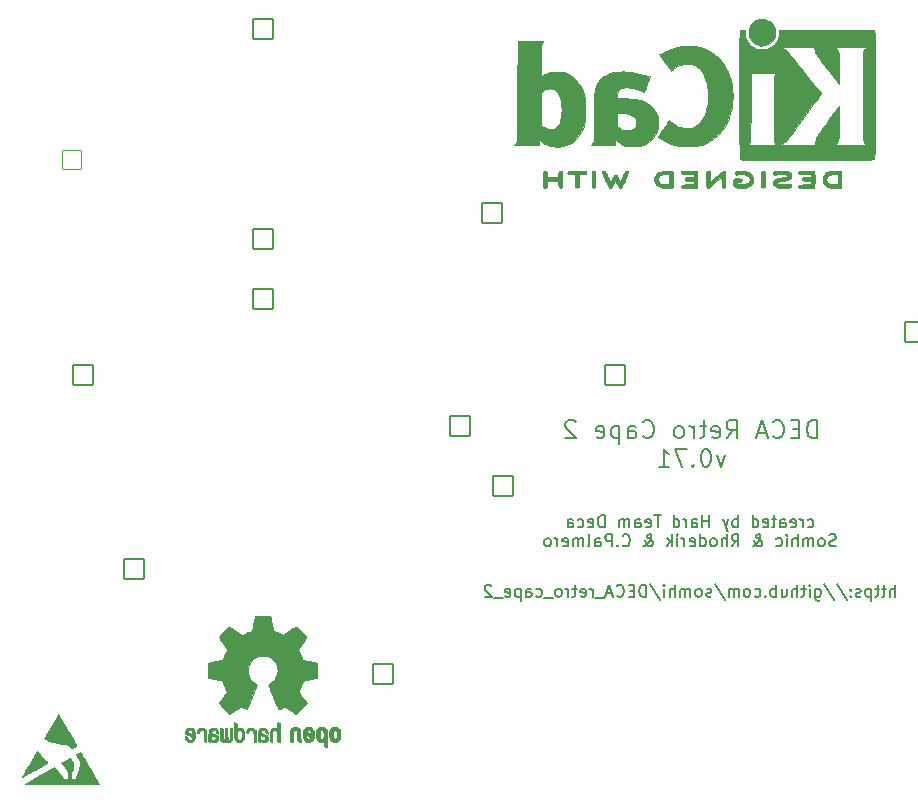
<source format=gbo>
%TF.GenerationSoftware,KiCad,Pcbnew,6.0.0-d3dd2cf0fa~116~ubuntu20.04.1*%
%TF.CreationDate,2022-03-15T23:07:46+01:00*%
%TF.ProjectId,arrow_deca_retro_cape,6172726f-775f-4646-9563-615f72657472,0.71*%
%TF.SameCoordinates,Original*%
%TF.FileFunction,Legend,Bot*%
%TF.FilePolarity,Positive*%
%FSLAX46Y46*%
G04 Gerber Fmt 4.6, Leading zero omitted, Abs format (unit mm)*
G04 Created by KiCad (PCBNEW 6.0.0-d3dd2cf0fa~116~ubuntu20.04.1) date 2022-03-15 23:07:46*
%MOMM*%
%LPD*%
G01*
G04 APERTURE LIST*
G04 Aperture macros list*
%AMRoundRect*
0 Rectangle with rounded corners*
0 $1 Rounding radius*
0 $2 $3 $4 $5 $6 $7 $8 $9 X,Y pos of 4 corners*
0 Add a 4 corners polygon primitive as box body*
4,1,4,$2,$3,$4,$5,$6,$7,$8,$9,$2,$3,0*
0 Add four circle primitives for the rounded corners*
1,1,$1+$1,$2,$3*
1,1,$1+$1,$4,$5*
1,1,$1+$1,$6,$7*
1,1,$1+$1,$8,$9*
0 Add four rect primitives between the rounded corners*
20,1,$1+$1,$2,$3,$4,$5,0*
20,1,$1+$1,$4,$5,$6,$7,0*
20,1,$1+$1,$6,$7,$8,$9,0*
20,1,$1+$1,$8,$9,$2,$3,0*%
G04 Aperture macros list end*
%ADD10C,0.150000*%
%ADD11C,0.010000*%
%ADD12RoundRect,0.050000X-0.850000X-0.850000X0.850000X-0.850000X0.850000X0.850000X-0.850000X0.850000X0*%
%ADD13O,1.800000X1.800000*%
%ADD14RoundRect,0.050000X0.850000X-0.850000X0.850000X0.850000X-0.850000X0.850000X-0.850000X-0.850000X0*%
%ADD15RoundRect,0.050000X0.850000X0.850000X-0.850000X0.850000X-0.850000X-0.850000X0.850000X-0.850000X0*%
%ADD16C,1.300000*%
%ADD17O,2.500000X1.300000*%
%ADD18O,2.200000X1.300000*%
%ADD19RoundRect,0.050800X-0.787400X-0.787400X0.787400X-0.787400X0.787400X0.787400X-0.787400X0.787400X0*%
%ADD20C,1.676400*%
%ADD21C,2.946400*%
%ADD22C,4.100000*%
%ADD23RoundRect,0.050000X-0.800000X0.800000X-0.800000X-0.800000X0.800000X-0.800000X0.800000X0.800000X0*%
%ADD24C,1.700000*%
%ADD25RoundRect,0.050000X0.800000X-0.800000X0.800000X0.800000X-0.800000X0.800000X-0.800000X-0.800000X0*%
%ADD26RoundRect,0.050000X-0.850000X0.850000X-0.850000X-0.850000X0.850000X-0.850000X0.850000X0.850000X0*%
G04 APERTURE END LIST*
D10*
X160232142Y-101417380D02*
X160232142Y-100417380D01*
X159803571Y-101417380D02*
X159803571Y-100893571D01*
X159851190Y-100798333D01*
X159946428Y-100750714D01*
X160089285Y-100750714D01*
X160184523Y-100798333D01*
X160232142Y-100845952D01*
X159470238Y-100750714D02*
X159089285Y-100750714D01*
X159327380Y-100417380D02*
X159327380Y-101274523D01*
X159279761Y-101369761D01*
X159184523Y-101417380D01*
X159089285Y-101417380D01*
X158898809Y-100750714D02*
X158517857Y-100750714D01*
X158755952Y-100417380D02*
X158755952Y-101274523D01*
X158708333Y-101369761D01*
X158613095Y-101417380D01*
X158517857Y-101417380D01*
X158184523Y-100750714D02*
X158184523Y-101750714D01*
X158184523Y-100798333D02*
X158089285Y-100750714D01*
X157898809Y-100750714D01*
X157803571Y-100798333D01*
X157755952Y-100845952D01*
X157708333Y-100941190D01*
X157708333Y-101226904D01*
X157755952Y-101322142D01*
X157803571Y-101369761D01*
X157898809Y-101417380D01*
X158089285Y-101417380D01*
X158184523Y-101369761D01*
X157327380Y-101369761D02*
X157232142Y-101417380D01*
X157041666Y-101417380D01*
X156946428Y-101369761D01*
X156898809Y-101274523D01*
X156898809Y-101226904D01*
X156946428Y-101131666D01*
X157041666Y-101084047D01*
X157184523Y-101084047D01*
X157279761Y-101036428D01*
X157327380Y-100941190D01*
X157327380Y-100893571D01*
X157279761Y-100798333D01*
X157184523Y-100750714D01*
X157041666Y-100750714D01*
X156946428Y-100798333D01*
X156470238Y-101322142D02*
X156422619Y-101369761D01*
X156470238Y-101417380D01*
X156517857Y-101369761D01*
X156470238Y-101322142D01*
X156470238Y-101417380D01*
X156470238Y-100798333D02*
X156422619Y-100845952D01*
X156470238Y-100893571D01*
X156517857Y-100845952D01*
X156470238Y-100798333D01*
X156470238Y-100893571D01*
X155279761Y-100369761D02*
X156136904Y-101655476D01*
X154232142Y-100369761D02*
X155089285Y-101655476D01*
X153470238Y-100750714D02*
X153470238Y-101560238D01*
X153517857Y-101655476D01*
X153565476Y-101703095D01*
X153660714Y-101750714D01*
X153803571Y-101750714D01*
X153898809Y-101703095D01*
X153470238Y-101369761D02*
X153565476Y-101417380D01*
X153755952Y-101417380D01*
X153851190Y-101369761D01*
X153898809Y-101322142D01*
X153946428Y-101226904D01*
X153946428Y-100941190D01*
X153898809Y-100845952D01*
X153851190Y-100798333D01*
X153755952Y-100750714D01*
X153565476Y-100750714D01*
X153470238Y-100798333D01*
X152994047Y-101417380D02*
X152994047Y-100750714D01*
X152994047Y-100417380D02*
X153041666Y-100465000D01*
X152994047Y-100512619D01*
X152946428Y-100465000D01*
X152994047Y-100417380D01*
X152994047Y-100512619D01*
X152660714Y-100750714D02*
X152279761Y-100750714D01*
X152517857Y-100417380D02*
X152517857Y-101274523D01*
X152470238Y-101369761D01*
X152375000Y-101417380D01*
X152279761Y-101417380D01*
X151946428Y-101417380D02*
X151946428Y-100417380D01*
X151517857Y-101417380D02*
X151517857Y-100893571D01*
X151565476Y-100798333D01*
X151660714Y-100750714D01*
X151803571Y-100750714D01*
X151898809Y-100798333D01*
X151946428Y-100845952D01*
X150613095Y-100750714D02*
X150613095Y-101417380D01*
X151041666Y-100750714D02*
X151041666Y-101274523D01*
X150994047Y-101369761D01*
X150898809Y-101417380D01*
X150755952Y-101417380D01*
X150660714Y-101369761D01*
X150613095Y-101322142D01*
X150136904Y-101417380D02*
X150136904Y-100417380D01*
X150136904Y-100798333D02*
X150041666Y-100750714D01*
X149851190Y-100750714D01*
X149755952Y-100798333D01*
X149708333Y-100845952D01*
X149660714Y-100941190D01*
X149660714Y-101226904D01*
X149708333Y-101322142D01*
X149755952Y-101369761D01*
X149851190Y-101417380D01*
X150041666Y-101417380D01*
X150136904Y-101369761D01*
X149232142Y-101322142D02*
X149184523Y-101369761D01*
X149232142Y-101417380D01*
X149279761Y-101369761D01*
X149232142Y-101322142D01*
X149232142Y-101417380D01*
X148327380Y-101369761D02*
X148422619Y-101417380D01*
X148613095Y-101417380D01*
X148708333Y-101369761D01*
X148755952Y-101322142D01*
X148803571Y-101226904D01*
X148803571Y-100941190D01*
X148755952Y-100845952D01*
X148708333Y-100798333D01*
X148613095Y-100750714D01*
X148422619Y-100750714D01*
X148327380Y-100798333D01*
X147755952Y-101417380D02*
X147851190Y-101369761D01*
X147898809Y-101322142D01*
X147946428Y-101226904D01*
X147946428Y-100941190D01*
X147898809Y-100845952D01*
X147851190Y-100798333D01*
X147755952Y-100750714D01*
X147613095Y-100750714D01*
X147517857Y-100798333D01*
X147470238Y-100845952D01*
X147422619Y-100941190D01*
X147422619Y-101226904D01*
X147470238Y-101322142D01*
X147517857Y-101369761D01*
X147613095Y-101417380D01*
X147755952Y-101417380D01*
X146994047Y-101417380D02*
X146994047Y-100750714D01*
X146994047Y-100845952D02*
X146946428Y-100798333D01*
X146851190Y-100750714D01*
X146708333Y-100750714D01*
X146613095Y-100798333D01*
X146565476Y-100893571D01*
X146565476Y-101417380D01*
X146565476Y-100893571D02*
X146517857Y-100798333D01*
X146422619Y-100750714D01*
X146279761Y-100750714D01*
X146184523Y-100798333D01*
X146136904Y-100893571D01*
X146136904Y-101417380D01*
X144946428Y-100369761D02*
X145803571Y-101655476D01*
X144660714Y-101369761D02*
X144565476Y-101417380D01*
X144375000Y-101417380D01*
X144279761Y-101369761D01*
X144232142Y-101274523D01*
X144232142Y-101226904D01*
X144279761Y-101131666D01*
X144375000Y-101084047D01*
X144517857Y-101084047D01*
X144613095Y-101036428D01*
X144660714Y-100941190D01*
X144660714Y-100893571D01*
X144613095Y-100798333D01*
X144517857Y-100750714D01*
X144375000Y-100750714D01*
X144279761Y-100798333D01*
X143660714Y-101417380D02*
X143755952Y-101369761D01*
X143803571Y-101322142D01*
X143851190Y-101226904D01*
X143851190Y-100941190D01*
X143803571Y-100845952D01*
X143755952Y-100798333D01*
X143660714Y-100750714D01*
X143517857Y-100750714D01*
X143422619Y-100798333D01*
X143375000Y-100845952D01*
X143327380Y-100941190D01*
X143327380Y-101226904D01*
X143375000Y-101322142D01*
X143422619Y-101369761D01*
X143517857Y-101417380D01*
X143660714Y-101417380D01*
X142898809Y-101417380D02*
X142898809Y-100750714D01*
X142898809Y-100845952D02*
X142851190Y-100798333D01*
X142755952Y-100750714D01*
X142613095Y-100750714D01*
X142517857Y-100798333D01*
X142470238Y-100893571D01*
X142470238Y-101417380D01*
X142470238Y-100893571D02*
X142422619Y-100798333D01*
X142327380Y-100750714D01*
X142184523Y-100750714D01*
X142089285Y-100798333D01*
X142041666Y-100893571D01*
X142041666Y-101417380D01*
X141565476Y-101417380D02*
X141565476Y-100417380D01*
X141136904Y-101417380D02*
X141136904Y-100893571D01*
X141184523Y-100798333D01*
X141279761Y-100750714D01*
X141422619Y-100750714D01*
X141517857Y-100798333D01*
X141565476Y-100845952D01*
X140660714Y-101417380D02*
X140660714Y-100750714D01*
X140660714Y-100417380D02*
X140708333Y-100465000D01*
X140660714Y-100512619D01*
X140613095Y-100465000D01*
X140660714Y-100417380D01*
X140660714Y-100512619D01*
X139470238Y-100369761D02*
X140327380Y-101655476D01*
X139136904Y-101417380D02*
X139136904Y-100417380D01*
X138898809Y-100417380D01*
X138755952Y-100465000D01*
X138660714Y-100560238D01*
X138613095Y-100655476D01*
X138565476Y-100845952D01*
X138565476Y-100988809D01*
X138613095Y-101179285D01*
X138660714Y-101274523D01*
X138755952Y-101369761D01*
X138898809Y-101417380D01*
X139136904Y-101417380D01*
X138136904Y-100893571D02*
X137803571Y-100893571D01*
X137660714Y-101417380D02*
X138136904Y-101417380D01*
X138136904Y-100417380D01*
X137660714Y-100417380D01*
X136660714Y-101322142D02*
X136708333Y-101369761D01*
X136851190Y-101417380D01*
X136946428Y-101417380D01*
X137089285Y-101369761D01*
X137184523Y-101274523D01*
X137232142Y-101179285D01*
X137279761Y-100988809D01*
X137279761Y-100845952D01*
X137232142Y-100655476D01*
X137184523Y-100560238D01*
X137089285Y-100465000D01*
X136946428Y-100417380D01*
X136851190Y-100417380D01*
X136708333Y-100465000D01*
X136660714Y-100512619D01*
X136279761Y-101131666D02*
X135803571Y-101131666D01*
X136375000Y-101417380D02*
X136041666Y-100417380D01*
X135708333Y-101417380D01*
X135613095Y-101512619D02*
X134851190Y-101512619D01*
X134613095Y-101417380D02*
X134613095Y-100750714D01*
X134613095Y-100941190D02*
X134565476Y-100845952D01*
X134517857Y-100798333D01*
X134422619Y-100750714D01*
X134327380Y-100750714D01*
X133613095Y-101369761D02*
X133708333Y-101417380D01*
X133898809Y-101417380D01*
X133994047Y-101369761D01*
X134041666Y-101274523D01*
X134041666Y-100893571D01*
X133994047Y-100798333D01*
X133898809Y-100750714D01*
X133708333Y-100750714D01*
X133613095Y-100798333D01*
X133565476Y-100893571D01*
X133565476Y-100988809D01*
X134041666Y-101084047D01*
X133279761Y-100750714D02*
X132898809Y-100750714D01*
X133136904Y-100417380D02*
X133136904Y-101274523D01*
X133089285Y-101369761D01*
X132994047Y-101417380D01*
X132898809Y-101417380D01*
X132565476Y-101417380D02*
X132565476Y-100750714D01*
X132565476Y-100941190D02*
X132517857Y-100845952D01*
X132470238Y-100798333D01*
X132375000Y-100750714D01*
X132279761Y-100750714D01*
X131803571Y-101417380D02*
X131898809Y-101369761D01*
X131946428Y-101322142D01*
X131994047Y-101226904D01*
X131994047Y-100941190D01*
X131946428Y-100845952D01*
X131898809Y-100798333D01*
X131803571Y-100750714D01*
X131660714Y-100750714D01*
X131565476Y-100798333D01*
X131517857Y-100845952D01*
X131470238Y-100941190D01*
X131470238Y-101226904D01*
X131517857Y-101322142D01*
X131565476Y-101369761D01*
X131660714Y-101417380D01*
X131803571Y-101417380D01*
X131279761Y-101512619D02*
X130517857Y-101512619D01*
X129851190Y-101369761D02*
X129946428Y-101417380D01*
X130136904Y-101417380D01*
X130232142Y-101369761D01*
X130279761Y-101322142D01*
X130327380Y-101226904D01*
X130327380Y-100941190D01*
X130279761Y-100845952D01*
X130232142Y-100798333D01*
X130136904Y-100750714D01*
X129946428Y-100750714D01*
X129851190Y-100798333D01*
X128994047Y-101417380D02*
X128994047Y-100893571D01*
X129041666Y-100798333D01*
X129136904Y-100750714D01*
X129327380Y-100750714D01*
X129422619Y-100798333D01*
X128994047Y-101369761D02*
X129089285Y-101417380D01*
X129327380Y-101417380D01*
X129422619Y-101369761D01*
X129470238Y-101274523D01*
X129470238Y-101179285D01*
X129422619Y-101084047D01*
X129327380Y-101036428D01*
X129089285Y-101036428D01*
X128994047Y-100988809D01*
X128517857Y-100750714D02*
X128517857Y-101750714D01*
X128517857Y-100798333D02*
X128422619Y-100750714D01*
X128232142Y-100750714D01*
X128136904Y-100798333D01*
X128089285Y-100845952D01*
X128041666Y-100941190D01*
X128041666Y-101226904D01*
X128089285Y-101322142D01*
X128136904Y-101369761D01*
X128232142Y-101417380D01*
X128422619Y-101417380D01*
X128517857Y-101369761D01*
X127232142Y-101369761D02*
X127327380Y-101417380D01*
X127517857Y-101417380D01*
X127613095Y-101369761D01*
X127660714Y-101274523D01*
X127660714Y-100893571D01*
X127613095Y-100798333D01*
X127517857Y-100750714D01*
X127327380Y-100750714D01*
X127232142Y-100798333D01*
X127184523Y-100893571D01*
X127184523Y-100988809D01*
X127660714Y-101084047D01*
X126994047Y-101512619D02*
X126232142Y-101512619D01*
X126041666Y-100512619D02*
X125994047Y-100465000D01*
X125898809Y-100417380D01*
X125660714Y-100417380D01*
X125565476Y-100465000D01*
X125517857Y-100512619D01*
X125470238Y-100607857D01*
X125470238Y-100703095D01*
X125517857Y-100845952D01*
X126089285Y-101417380D01*
X125470238Y-101417380D01*
X153609142Y-87990071D02*
X153609142Y-86490071D01*
X153252000Y-86490071D01*
X153037714Y-86561500D01*
X152894857Y-86704357D01*
X152823428Y-86847214D01*
X152752000Y-87132928D01*
X152752000Y-87347214D01*
X152823428Y-87632928D01*
X152894857Y-87775785D01*
X153037714Y-87918642D01*
X153252000Y-87990071D01*
X153609142Y-87990071D01*
X152109142Y-87204357D02*
X151609142Y-87204357D01*
X151394857Y-87990071D02*
X152109142Y-87990071D01*
X152109142Y-86490071D01*
X151394857Y-86490071D01*
X149894857Y-87847214D02*
X149966285Y-87918642D01*
X150180571Y-87990071D01*
X150323428Y-87990071D01*
X150537714Y-87918642D01*
X150680571Y-87775785D01*
X150752000Y-87632928D01*
X150823428Y-87347214D01*
X150823428Y-87132928D01*
X150752000Y-86847214D01*
X150680571Y-86704357D01*
X150537714Y-86561500D01*
X150323428Y-86490071D01*
X150180571Y-86490071D01*
X149966285Y-86561500D01*
X149894857Y-86632928D01*
X149323428Y-87561500D02*
X148609142Y-87561500D01*
X149466285Y-87990071D02*
X148966285Y-86490071D01*
X148466285Y-87990071D01*
X145966285Y-87990071D02*
X146466285Y-87275785D01*
X146823428Y-87990071D02*
X146823428Y-86490071D01*
X146252000Y-86490071D01*
X146109142Y-86561500D01*
X146037714Y-86632928D01*
X145966285Y-86775785D01*
X145966285Y-86990071D01*
X146037714Y-87132928D01*
X146109142Y-87204357D01*
X146252000Y-87275785D01*
X146823428Y-87275785D01*
X144752000Y-87918642D02*
X144894857Y-87990071D01*
X145180571Y-87990071D01*
X145323428Y-87918642D01*
X145394857Y-87775785D01*
X145394857Y-87204357D01*
X145323428Y-87061500D01*
X145180571Y-86990071D01*
X144894857Y-86990071D01*
X144752000Y-87061500D01*
X144680571Y-87204357D01*
X144680571Y-87347214D01*
X145394857Y-87490071D01*
X144252000Y-86990071D02*
X143680571Y-86990071D01*
X144037714Y-86490071D02*
X144037714Y-87775785D01*
X143966285Y-87918642D01*
X143823428Y-87990071D01*
X143680571Y-87990071D01*
X143180571Y-87990071D02*
X143180571Y-86990071D01*
X143180571Y-87275785D02*
X143109142Y-87132928D01*
X143037714Y-87061500D01*
X142894857Y-86990071D01*
X142752000Y-86990071D01*
X142037714Y-87990071D02*
X142180571Y-87918642D01*
X142252000Y-87847214D01*
X142323428Y-87704357D01*
X142323428Y-87275785D01*
X142252000Y-87132928D01*
X142180571Y-87061500D01*
X142037714Y-86990071D01*
X141823428Y-86990071D01*
X141680571Y-87061500D01*
X141609142Y-87132928D01*
X141537714Y-87275785D01*
X141537714Y-87704357D01*
X141609142Y-87847214D01*
X141680571Y-87918642D01*
X141823428Y-87990071D01*
X142037714Y-87990071D01*
X138894857Y-87847214D02*
X138966285Y-87918642D01*
X139180571Y-87990071D01*
X139323428Y-87990071D01*
X139537714Y-87918642D01*
X139680571Y-87775785D01*
X139752000Y-87632928D01*
X139823428Y-87347214D01*
X139823428Y-87132928D01*
X139752000Y-86847214D01*
X139680571Y-86704357D01*
X139537714Y-86561500D01*
X139323428Y-86490071D01*
X139180571Y-86490071D01*
X138966285Y-86561500D01*
X138894857Y-86632928D01*
X137609142Y-87990071D02*
X137609142Y-87204357D01*
X137680571Y-87061500D01*
X137823428Y-86990071D01*
X138109142Y-86990071D01*
X138252000Y-87061500D01*
X137609142Y-87918642D02*
X137752000Y-87990071D01*
X138109142Y-87990071D01*
X138252000Y-87918642D01*
X138323428Y-87775785D01*
X138323428Y-87632928D01*
X138252000Y-87490071D01*
X138109142Y-87418642D01*
X137752000Y-87418642D01*
X137609142Y-87347214D01*
X136894857Y-86990071D02*
X136894857Y-88490071D01*
X136894857Y-87061500D02*
X136752000Y-86990071D01*
X136466285Y-86990071D01*
X136323428Y-87061500D01*
X136252000Y-87132928D01*
X136180571Y-87275785D01*
X136180571Y-87704357D01*
X136252000Y-87847214D01*
X136323428Y-87918642D01*
X136466285Y-87990071D01*
X136752000Y-87990071D01*
X136894857Y-87918642D01*
X134966285Y-87918642D02*
X135109142Y-87990071D01*
X135394857Y-87990071D01*
X135537714Y-87918642D01*
X135609142Y-87775785D01*
X135609142Y-87204357D01*
X135537714Y-87061500D01*
X135394857Y-86990071D01*
X135109142Y-86990071D01*
X134966285Y-87061500D01*
X134894857Y-87204357D01*
X134894857Y-87347214D01*
X135609142Y-87490071D01*
X133180571Y-86632928D02*
X133109142Y-86561500D01*
X132966285Y-86490071D01*
X132609142Y-86490071D01*
X132466285Y-86561500D01*
X132394857Y-86632928D01*
X132323428Y-86775785D01*
X132323428Y-86918642D01*
X132394857Y-87132928D01*
X133252000Y-87990071D01*
X132323428Y-87990071D01*
X145859142Y-89405071D02*
X145502000Y-90405071D01*
X145144857Y-89405071D01*
X144287714Y-88905071D02*
X144144857Y-88905071D01*
X144002000Y-88976500D01*
X143930571Y-89047928D01*
X143859142Y-89190785D01*
X143787714Y-89476500D01*
X143787714Y-89833642D01*
X143859142Y-90119357D01*
X143930571Y-90262214D01*
X144002000Y-90333642D01*
X144144857Y-90405071D01*
X144287714Y-90405071D01*
X144430571Y-90333642D01*
X144502000Y-90262214D01*
X144573428Y-90119357D01*
X144644857Y-89833642D01*
X144644857Y-89476500D01*
X144573428Y-89190785D01*
X144502000Y-89047928D01*
X144430571Y-88976500D01*
X144287714Y-88905071D01*
X143144857Y-90262214D02*
X143073428Y-90333642D01*
X143144857Y-90405071D01*
X143216285Y-90333642D01*
X143144857Y-90262214D01*
X143144857Y-90405071D01*
X142573428Y-88905071D02*
X141573428Y-88905071D01*
X142216285Y-90405071D01*
X140216285Y-90405071D02*
X141073428Y-90405071D01*
X140644857Y-90405071D02*
X140644857Y-88905071D01*
X140787714Y-89119357D01*
X140930571Y-89262214D01*
X141073428Y-89333642D01*
X152827380Y-95484761D02*
X152922619Y-95532380D01*
X153113095Y-95532380D01*
X153208333Y-95484761D01*
X153255952Y-95437142D01*
X153303571Y-95341904D01*
X153303571Y-95056190D01*
X153255952Y-94960952D01*
X153208333Y-94913333D01*
X153113095Y-94865714D01*
X152922619Y-94865714D01*
X152827380Y-94913333D01*
X152398809Y-95532380D02*
X152398809Y-94865714D01*
X152398809Y-95056190D02*
X152351190Y-94960952D01*
X152303571Y-94913333D01*
X152208333Y-94865714D01*
X152113095Y-94865714D01*
X151398809Y-95484761D02*
X151494047Y-95532380D01*
X151684523Y-95532380D01*
X151779761Y-95484761D01*
X151827380Y-95389523D01*
X151827380Y-95008571D01*
X151779761Y-94913333D01*
X151684523Y-94865714D01*
X151494047Y-94865714D01*
X151398809Y-94913333D01*
X151351190Y-95008571D01*
X151351190Y-95103809D01*
X151827380Y-95199047D01*
X150494047Y-95532380D02*
X150494047Y-95008571D01*
X150541666Y-94913333D01*
X150636904Y-94865714D01*
X150827380Y-94865714D01*
X150922619Y-94913333D01*
X150494047Y-95484761D02*
X150589285Y-95532380D01*
X150827380Y-95532380D01*
X150922619Y-95484761D01*
X150970238Y-95389523D01*
X150970238Y-95294285D01*
X150922619Y-95199047D01*
X150827380Y-95151428D01*
X150589285Y-95151428D01*
X150494047Y-95103809D01*
X150160714Y-94865714D02*
X149779761Y-94865714D01*
X150017857Y-94532380D02*
X150017857Y-95389523D01*
X149970238Y-95484761D01*
X149875000Y-95532380D01*
X149779761Y-95532380D01*
X149065476Y-95484761D02*
X149160714Y-95532380D01*
X149351190Y-95532380D01*
X149446428Y-95484761D01*
X149494047Y-95389523D01*
X149494047Y-95008571D01*
X149446428Y-94913333D01*
X149351190Y-94865714D01*
X149160714Y-94865714D01*
X149065476Y-94913333D01*
X149017857Y-95008571D01*
X149017857Y-95103809D01*
X149494047Y-95199047D01*
X148160714Y-95532380D02*
X148160714Y-94532380D01*
X148160714Y-95484761D02*
X148255952Y-95532380D01*
X148446428Y-95532380D01*
X148541666Y-95484761D01*
X148589285Y-95437142D01*
X148636904Y-95341904D01*
X148636904Y-95056190D01*
X148589285Y-94960952D01*
X148541666Y-94913333D01*
X148446428Y-94865714D01*
X148255952Y-94865714D01*
X148160714Y-94913333D01*
X146922619Y-95532380D02*
X146922619Y-94532380D01*
X146922619Y-94913333D02*
X146827380Y-94865714D01*
X146636904Y-94865714D01*
X146541666Y-94913333D01*
X146494047Y-94960952D01*
X146446428Y-95056190D01*
X146446428Y-95341904D01*
X146494047Y-95437142D01*
X146541666Y-95484761D01*
X146636904Y-95532380D01*
X146827380Y-95532380D01*
X146922619Y-95484761D01*
X146113095Y-94865714D02*
X145875000Y-95532380D01*
X145636904Y-94865714D02*
X145875000Y-95532380D01*
X145970238Y-95770476D01*
X146017857Y-95818095D01*
X146113095Y-95865714D01*
X144494047Y-95532380D02*
X144494047Y-94532380D01*
X144494047Y-95008571D02*
X143922619Y-95008571D01*
X143922619Y-95532380D02*
X143922619Y-94532380D01*
X143017857Y-95532380D02*
X143017857Y-95008571D01*
X143065476Y-94913333D01*
X143160714Y-94865714D01*
X143351190Y-94865714D01*
X143446428Y-94913333D01*
X143017857Y-95484761D02*
X143113095Y-95532380D01*
X143351190Y-95532380D01*
X143446428Y-95484761D01*
X143494047Y-95389523D01*
X143494047Y-95294285D01*
X143446428Y-95199047D01*
X143351190Y-95151428D01*
X143113095Y-95151428D01*
X143017857Y-95103809D01*
X142541666Y-95532380D02*
X142541666Y-94865714D01*
X142541666Y-95056190D02*
X142494047Y-94960952D01*
X142446428Y-94913333D01*
X142351190Y-94865714D01*
X142255952Y-94865714D01*
X141494047Y-95532380D02*
X141494047Y-94532380D01*
X141494047Y-95484761D02*
X141589285Y-95532380D01*
X141779761Y-95532380D01*
X141875000Y-95484761D01*
X141922619Y-95437142D01*
X141970238Y-95341904D01*
X141970238Y-95056190D01*
X141922619Y-94960952D01*
X141875000Y-94913333D01*
X141779761Y-94865714D01*
X141589285Y-94865714D01*
X141494047Y-94913333D01*
X140398809Y-94532380D02*
X139827380Y-94532380D01*
X140113095Y-95532380D02*
X140113095Y-94532380D01*
X139113095Y-95484761D02*
X139208333Y-95532380D01*
X139398809Y-95532380D01*
X139494047Y-95484761D01*
X139541666Y-95389523D01*
X139541666Y-95008571D01*
X139494047Y-94913333D01*
X139398809Y-94865714D01*
X139208333Y-94865714D01*
X139113095Y-94913333D01*
X139065476Y-95008571D01*
X139065476Y-95103809D01*
X139541666Y-95199047D01*
X138208333Y-95532380D02*
X138208333Y-95008571D01*
X138255952Y-94913333D01*
X138351190Y-94865714D01*
X138541666Y-94865714D01*
X138636904Y-94913333D01*
X138208333Y-95484761D02*
X138303571Y-95532380D01*
X138541666Y-95532380D01*
X138636904Y-95484761D01*
X138684523Y-95389523D01*
X138684523Y-95294285D01*
X138636904Y-95199047D01*
X138541666Y-95151428D01*
X138303571Y-95151428D01*
X138208333Y-95103809D01*
X137732142Y-95532380D02*
X137732142Y-94865714D01*
X137732142Y-94960952D02*
X137684523Y-94913333D01*
X137589285Y-94865714D01*
X137446428Y-94865714D01*
X137351190Y-94913333D01*
X137303571Y-95008571D01*
X137303571Y-95532380D01*
X137303571Y-95008571D02*
X137255952Y-94913333D01*
X137160714Y-94865714D01*
X137017857Y-94865714D01*
X136922619Y-94913333D01*
X136875000Y-95008571D01*
X136875000Y-95532380D01*
X135636904Y-95532380D02*
X135636904Y-94532380D01*
X135398809Y-94532380D01*
X135255952Y-94580000D01*
X135160714Y-94675238D01*
X135113095Y-94770476D01*
X135065476Y-94960952D01*
X135065476Y-95103809D01*
X135113095Y-95294285D01*
X135160714Y-95389523D01*
X135255952Y-95484761D01*
X135398809Y-95532380D01*
X135636904Y-95532380D01*
X134255952Y-95484761D02*
X134351190Y-95532380D01*
X134541666Y-95532380D01*
X134636904Y-95484761D01*
X134684523Y-95389523D01*
X134684523Y-95008571D01*
X134636904Y-94913333D01*
X134541666Y-94865714D01*
X134351190Y-94865714D01*
X134255952Y-94913333D01*
X134208333Y-95008571D01*
X134208333Y-95103809D01*
X134684523Y-95199047D01*
X133351190Y-95484761D02*
X133446428Y-95532380D01*
X133636904Y-95532380D01*
X133732142Y-95484761D01*
X133779761Y-95437142D01*
X133827380Y-95341904D01*
X133827380Y-95056190D01*
X133779761Y-94960952D01*
X133732142Y-94913333D01*
X133636904Y-94865714D01*
X133446428Y-94865714D01*
X133351190Y-94913333D01*
X132494047Y-95532380D02*
X132494047Y-95008571D01*
X132541666Y-94913333D01*
X132636904Y-94865714D01*
X132827380Y-94865714D01*
X132922619Y-94913333D01*
X132494047Y-95484761D02*
X132589285Y-95532380D01*
X132827380Y-95532380D01*
X132922619Y-95484761D01*
X132970238Y-95389523D01*
X132970238Y-95294285D01*
X132922619Y-95199047D01*
X132827380Y-95151428D01*
X132589285Y-95151428D01*
X132494047Y-95103809D01*
X155208333Y-97094761D02*
X155065476Y-97142380D01*
X154827380Y-97142380D01*
X154732142Y-97094761D01*
X154684523Y-97047142D01*
X154636904Y-96951904D01*
X154636904Y-96856666D01*
X154684523Y-96761428D01*
X154732142Y-96713809D01*
X154827380Y-96666190D01*
X155017857Y-96618571D01*
X155113095Y-96570952D01*
X155160714Y-96523333D01*
X155208333Y-96428095D01*
X155208333Y-96332857D01*
X155160714Y-96237619D01*
X155113095Y-96190000D01*
X155017857Y-96142380D01*
X154779761Y-96142380D01*
X154636904Y-96190000D01*
X154065476Y-97142380D02*
X154160714Y-97094761D01*
X154208333Y-97047142D01*
X154255952Y-96951904D01*
X154255952Y-96666190D01*
X154208333Y-96570952D01*
X154160714Y-96523333D01*
X154065476Y-96475714D01*
X153922619Y-96475714D01*
X153827380Y-96523333D01*
X153779761Y-96570952D01*
X153732142Y-96666190D01*
X153732142Y-96951904D01*
X153779761Y-97047142D01*
X153827380Y-97094761D01*
X153922619Y-97142380D01*
X154065476Y-97142380D01*
X153303571Y-97142380D02*
X153303571Y-96475714D01*
X153303571Y-96570952D02*
X153255952Y-96523333D01*
X153160714Y-96475714D01*
X153017857Y-96475714D01*
X152922619Y-96523333D01*
X152875000Y-96618571D01*
X152875000Y-97142380D01*
X152875000Y-96618571D02*
X152827380Y-96523333D01*
X152732142Y-96475714D01*
X152589285Y-96475714D01*
X152494047Y-96523333D01*
X152446428Y-96618571D01*
X152446428Y-97142380D01*
X151970238Y-97142380D02*
X151970238Y-96142380D01*
X151541666Y-97142380D02*
X151541666Y-96618571D01*
X151589285Y-96523333D01*
X151684523Y-96475714D01*
X151827380Y-96475714D01*
X151922619Y-96523333D01*
X151970238Y-96570952D01*
X151065476Y-97142380D02*
X151065476Y-96475714D01*
X151065476Y-96142380D02*
X151113095Y-96190000D01*
X151065476Y-96237619D01*
X151017857Y-96190000D01*
X151065476Y-96142380D01*
X151065476Y-96237619D01*
X150160714Y-97094761D02*
X150255952Y-97142380D01*
X150446428Y-97142380D01*
X150541666Y-97094761D01*
X150589285Y-97047142D01*
X150636904Y-96951904D01*
X150636904Y-96666190D01*
X150589285Y-96570952D01*
X150541666Y-96523333D01*
X150446428Y-96475714D01*
X150255952Y-96475714D01*
X150160714Y-96523333D01*
X148160714Y-97142380D02*
X148208333Y-97142380D01*
X148303571Y-97094761D01*
X148446428Y-96951904D01*
X148684523Y-96666190D01*
X148779761Y-96523333D01*
X148827380Y-96380476D01*
X148827380Y-96285238D01*
X148779761Y-96190000D01*
X148684523Y-96142380D01*
X148636904Y-96142380D01*
X148541666Y-96190000D01*
X148494047Y-96285238D01*
X148494047Y-96332857D01*
X148541666Y-96428095D01*
X148589285Y-96475714D01*
X148875000Y-96666190D01*
X148922619Y-96713809D01*
X148970238Y-96809047D01*
X148970238Y-96951904D01*
X148922619Y-97047142D01*
X148875000Y-97094761D01*
X148779761Y-97142380D01*
X148636904Y-97142380D01*
X148541666Y-97094761D01*
X148494047Y-97047142D01*
X148351190Y-96856666D01*
X148303571Y-96713809D01*
X148303571Y-96618571D01*
X146398809Y-97142380D02*
X146732142Y-96666190D01*
X146970238Y-97142380D02*
X146970238Y-96142380D01*
X146589285Y-96142380D01*
X146494047Y-96190000D01*
X146446428Y-96237619D01*
X146398809Y-96332857D01*
X146398809Y-96475714D01*
X146446428Y-96570952D01*
X146494047Y-96618571D01*
X146589285Y-96666190D01*
X146970238Y-96666190D01*
X145970238Y-97142380D02*
X145970238Y-96142380D01*
X145541666Y-97142380D02*
X145541666Y-96618571D01*
X145589285Y-96523333D01*
X145684523Y-96475714D01*
X145827380Y-96475714D01*
X145922619Y-96523333D01*
X145970238Y-96570952D01*
X144922619Y-97142380D02*
X145017857Y-97094761D01*
X145065476Y-97047142D01*
X145113095Y-96951904D01*
X145113095Y-96666190D01*
X145065476Y-96570952D01*
X145017857Y-96523333D01*
X144922619Y-96475714D01*
X144779761Y-96475714D01*
X144684523Y-96523333D01*
X144636904Y-96570952D01*
X144589285Y-96666190D01*
X144589285Y-96951904D01*
X144636904Y-97047142D01*
X144684523Y-97094761D01*
X144779761Y-97142380D01*
X144922619Y-97142380D01*
X143732142Y-97142380D02*
X143732142Y-96142380D01*
X143732142Y-97094761D02*
X143827380Y-97142380D01*
X144017857Y-97142380D01*
X144113095Y-97094761D01*
X144160714Y-97047142D01*
X144208333Y-96951904D01*
X144208333Y-96666190D01*
X144160714Y-96570952D01*
X144113095Y-96523333D01*
X144017857Y-96475714D01*
X143827380Y-96475714D01*
X143732142Y-96523333D01*
X142875000Y-97094761D02*
X142970238Y-97142380D01*
X143160714Y-97142380D01*
X143255952Y-97094761D01*
X143303571Y-96999523D01*
X143303571Y-96618571D01*
X143255952Y-96523333D01*
X143160714Y-96475714D01*
X142970238Y-96475714D01*
X142875000Y-96523333D01*
X142827380Y-96618571D01*
X142827380Y-96713809D01*
X143303571Y-96809047D01*
X142398809Y-97142380D02*
X142398809Y-96475714D01*
X142398809Y-96666190D02*
X142351190Y-96570952D01*
X142303571Y-96523333D01*
X142208333Y-96475714D01*
X142113095Y-96475714D01*
X141779761Y-97142380D02*
X141779761Y-96475714D01*
X141779761Y-96142380D02*
X141827380Y-96190000D01*
X141779761Y-96237619D01*
X141732142Y-96190000D01*
X141779761Y-96142380D01*
X141779761Y-96237619D01*
X141303571Y-97142380D02*
X141303571Y-96142380D01*
X141208333Y-96761428D02*
X140922619Y-97142380D01*
X140922619Y-96475714D02*
X141303571Y-96856666D01*
X138922619Y-97142380D02*
X138970238Y-97142380D01*
X139065476Y-97094761D01*
X139208333Y-96951904D01*
X139446428Y-96666190D01*
X139541666Y-96523333D01*
X139589285Y-96380476D01*
X139589285Y-96285238D01*
X139541666Y-96190000D01*
X139446428Y-96142380D01*
X139398809Y-96142380D01*
X139303571Y-96190000D01*
X139255952Y-96285238D01*
X139255952Y-96332857D01*
X139303571Y-96428095D01*
X139351190Y-96475714D01*
X139636904Y-96666190D01*
X139684523Y-96713809D01*
X139732142Y-96809047D01*
X139732142Y-96951904D01*
X139684523Y-97047142D01*
X139636904Y-97094761D01*
X139541666Y-97142380D01*
X139398809Y-97142380D01*
X139303571Y-97094761D01*
X139255952Y-97047142D01*
X139113095Y-96856666D01*
X139065476Y-96713809D01*
X139065476Y-96618571D01*
X137160714Y-97047142D02*
X137208333Y-97094761D01*
X137351190Y-97142380D01*
X137446428Y-97142380D01*
X137589285Y-97094761D01*
X137684523Y-96999523D01*
X137732142Y-96904285D01*
X137779761Y-96713809D01*
X137779761Y-96570952D01*
X137732142Y-96380476D01*
X137684523Y-96285238D01*
X137589285Y-96190000D01*
X137446428Y-96142380D01*
X137351190Y-96142380D01*
X137208333Y-96190000D01*
X137160714Y-96237619D01*
X136732142Y-97047142D02*
X136684523Y-97094761D01*
X136732142Y-97142380D01*
X136779761Y-97094761D01*
X136732142Y-97047142D01*
X136732142Y-97142380D01*
X136255952Y-97142380D02*
X136255952Y-96142380D01*
X135875000Y-96142380D01*
X135779761Y-96190000D01*
X135732142Y-96237619D01*
X135684523Y-96332857D01*
X135684523Y-96475714D01*
X135732142Y-96570952D01*
X135779761Y-96618571D01*
X135875000Y-96666190D01*
X136255952Y-96666190D01*
X134827380Y-97142380D02*
X134827380Y-96618571D01*
X134875000Y-96523333D01*
X134970238Y-96475714D01*
X135160714Y-96475714D01*
X135255952Y-96523333D01*
X134827380Y-97094761D02*
X134922619Y-97142380D01*
X135160714Y-97142380D01*
X135255952Y-97094761D01*
X135303571Y-96999523D01*
X135303571Y-96904285D01*
X135255952Y-96809047D01*
X135160714Y-96761428D01*
X134922619Y-96761428D01*
X134827380Y-96713809D01*
X134208333Y-97142380D02*
X134303571Y-97094761D01*
X134351190Y-96999523D01*
X134351190Y-96142380D01*
X133827380Y-97142380D02*
X133827380Y-96475714D01*
X133827380Y-96570952D02*
X133779761Y-96523333D01*
X133684523Y-96475714D01*
X133541666Y-96475714D01*
X133446428Y-96523333D01*
X133398809Y-96618571D01*
X133398809Y-97142380D01*
X133398809Y-96618571D02*
X133351190Y-96523333D01*
X133255952Y-96475714D01*
X133113095Y-96475714D01*
X133017857Y-96523333D01*
X132970238Y-96618571D01*
X132970238Y-97142380D01*
X132113095Y-97094761D02*
X132208333Y-97142380D01*
X132398809Y-97142380D01*
X132494047Y-97094761D01*
X132541666Y-96999523D01*
X132541666Y-96618571D01*
X132494047Y-96523333D01*
X132398809Y-96475714D01*
X132208333Y-96475714D01*
X132113095Y-96523333D01*
X132065476Y-96618571D01*
X132065476Y-96713809D01*
X132541666Y-96809047D01*
X131636904Y-97142380D02*
X131636904Y-96475714D01*
X131636904Y-96666190D02*
X131589285Y-96570952D01*
X131541666Y-96523333D01*
X131446428Y-96475714D01*
X131351190Y-96475714D01*
X130875000Y-97142380D02*
X130970238Y-97094761D01*
X131017857Y-97047142D01*
X131065476Y-96951904D01*
X131065476Y-96666190D01*
X131017857Y-96570952D01*
X130970238Y-96523333D01*
X130875000Y-96475714D01*
X130732142Y-96475714D01*
X130636904Y-96523333D01*
X130589285Y-96570952D01*
X130541666Y-96666190D01*
X130541666Y-96951904D01*
X130589285Y-97047142D01*
X130636904Y-97094761D01*
X130732142Y-97142380D01*
X130875000Y-97142380D01*
D11*
%TO.C,LO1*%
X141020163Y-65337534D02*
X140761052Y-65346295D01*
X140761052Y-65346295D02*
X140540667Y-65372863D01*
X140540667Y-65372863D02*
X140355374Y-65418828D01*
X140355374Y-65418828D02*
X140201538Y-65485783D01*
X140201538Y-65485783D02*
X140075527Y-65575316D01*
X140075527Y-65575316D02*
X139973706Y-65689019D01*
X139973706Y-65689019D02*
X139892442Y-65828482D01*
X139892442Y-65828482D02*
X139890843Y-65831883D01*
X139890843Y-65831883D02*
X139842344Y-65956702D01*
X139842344Y-65956702D02*
X139825064Y-66067246D01*
X139825064Y-66067246D02*
X139839068Y-66178497D01*
X139839068Y-66178497D02*
X139884425Y-66305433D01*
X139884425Y-66305433D02*
X139893027Y-66324749D01*
X139893027Y-66324749D02*
X139951687Y-66437806D01*
X139951687Y-66437806D02*
X140017613Y-66525165D01*
X140017613Y-66525165D02*
X140102699Y-66599427D01*
X140102699Y-66599427D02*
X140218839Y-66673191D01*
X140218839Y-66673191D02*
X140225586Y-66677042D01*
X140225586Y-66677042D02*
X140326689Y-66725608D01*
X140326689Y-66725608D02*
X140440964Y-66761879D01*
X140440964Y-66761879D02*
X140575752Y-66787106D01*
X140575752Y-66787106D02*
X140738398Y-66802539D01*
X140738398Y-66802539D02*
X140936244Y-66809431D01*
X140936244Y-66809431D02*
X141006146Y-66810030D01*
X141006146Y-66810030D02*
X141339009Y-66811223D01*
X141339009Y-66811223D02*
X141386012Y-66751468D01*
X141386012Y-66751468D02*
X141399955Y-66731819D01*
X141399955Y-66731819D02*
X141410832Y-66708873D01*
X141410832Y-66708873D02*
X141419022Y-66677129D01*
X141419022Y-66677129D02*
X141424906Y-66631082D01*
X141424906Y-66631082D02*
X141428862Y-66565233D01*
X141428862Y-66565233D02*
X141430152Y-66516402D01*
X141430152Y-66516402D02*
X141115516Y-66516402D01*
X141115516Y-66516402D02*
X140926913Y-66516402D01*
X140926913Y-66516402D02*
X140816548Y-66513174D01*
X140816548Y-66513174D02*
X140703252Y-66504681D01*
X140703252Y-66504681D02*
X140610268Y-66492703D01*
X140610268Y-66492703D02*
X140604655Y-66491694D01*
X140604655Y-66491694D02*
X140439503Y-66447388D01*
X140439503Y-66447388D02*
X140311403Y-66380822D01*
X140311403Y-66380822D02*
X140216303Y-66288907D01*
X140216303Y-66288907D02*
X140150150Y-66168555D01*
X140150150Y-66168555D02*
X140138646Y-66136658D01*
X140138646Y-66136658D02*
X140127371Y-66086980D01*
X140127371Y-66086980D02*
X140132253Y-66037900D01*
X140132253Y-66037900D02*
X140156006Y-65972607D01*
X140156006Y-65972607D02*
X140170324Y-65940532D01*
X140170324Y-65940532D02*
X140217211Y-65855297D01*
X140217211Y-65855297D02*
X140273702Y-65795499D01*
X140273702Y-65795499D02*
X140335858Y-65753857D01*
X140335858Y-65753857D02*
X140460361Y-65699668D01*
X140460361Y-65699668D02*
X140619699Y-65660415D01*
X140619699Y-65660415D02*
X140805320Y-65637812D01*
X140805320Y-65637812D02*
X140939757Y-65632837D01*
X140939757Y-65632837D02*
X141115516Y-65631937D01*
X141115516Y-65631937D02*
X141115516Y-66516402D01*
X141115516Y-66516402D02*
X141430152Y-66516402D01*
X141430152Y-66516402D02*
X141431271Y-66474078D01*
X141431271Y-66474078D02*
X141432512Y-66352115D01*
X141432512Y-66352115D02*
X141432965Y-66193841D01*
X141432965Y-66193841D02*
X141433016Y-66070080D01*
X141433016Y-66070080D02*
X141433016Y-65448447D01*
X141433016Y-65448447D02*
X141377350Y-65392781D01*
X141377350Y-65392781D02*
X141352645Y-65370218D01*
X141352645Y-65370218D02*
X141325932Y-65354766D01*
X141325932Y-65354766D02*
X141288629Y-65345098D01*
X141288629Y-65345098D02*
X141232150Y-65339887D01*
X141232150Y-65339887D02*
X141147915Y-65337805D01*
X141147915Y-65337805D02*
X141027338Y-65337524D01*
X141027338Y-65337524D02*
X141020163Y-65337534D01*
X141020163Y-65337534D02*
X141020163Y-65337534D01*
G36*
X141424906Y-66631082D02*
G01*
X141419022Y-66677129D01*
X141410832Y-66708873D01*
X141399955Y-66731819D01*
X141386012Y-66751468D01*
X141339009Y-66811223D01*
X141006146Y-66810030D01*
X140936244Y-66809431D01*
X140738398Y-66802539D01*
X140575752Y-66787106D01*
X140440964Y-66761879D01*
X140326689Y-66725608D01*
X140225586Y-66677042D01*
X140218839Y-66673191D01*
X140102699Y-66599427D01*
X140017613Y-66525165D01*
X139951687Y-66437806D01*
X139893027Y-66324749D01*
X139884425Y-66305433D01*
X139839068Y-66178497D01*
X139827548Y-66086980D01*
X140127371Y-66086980D01*
X140138646Y-66136658D01*
X140150150Y-66168555D01*
X140216303Y-66288907D01*
X140311403Y-66380822D01*
X140439503Y-66447388D01*
X140604655Y-66491694D01*
X140610268Y-66492703D01*
X140703252Y-66504681D01*
X140816548Y-66513174D01*
X140926913Y-66516402D01*
X141115516Y-66516402D01*
X141115516Y-65631937D01*
X140939757Y-65632837D01*
X140805320Y-65637812D01*
X140619699Y-65660415D01*
X140460361Y-65699668D01*
X140335858Y-65753857D01*
X140273702Y-65795499D01*
X140217211Y-65855297D01*
X140170324Y-65940532D01*
X140156006Y-65972607D01*
X140132253Y-66037900D01*
X140127371Y-66086980D01*
X139827548Y-66086980D01*
X139825064Y-66067246D01*
X139842344Y-65956702D01*
X139890843Y-65831883D01*
X139892442Y-65828482D01*
X139973706Y-65689019D01*
X140075527Y-65575316D01*
X140201538Y-65485783D01*
X140355374Y-65418828D01*
X140540667Y-65372863D01*
X140761052Y-65346295D01*
X141020163Y-65337534D01*
X141027338Y-65337524D01*
X141147915Y-65337805D01*
X141232150Y-65339887D01*
X141288629Y-65345098D01*
X141325932Y-65354766D01*
X141352645Y-65370218D01*
X141377350Y-65392781D01*
X141433016Y-65448447D01*
X141433016Y-66070080D01*
X141432965Y-66193841D01*
X141432512Y-66352115D01*
X141431271Y-66474078D01*
X141430152Y-66516402D01*
X141428862Y-66565233D01*
X141424906Y-66631082D01*
G37*
X141424906Y-66631082D02*
X141419022Y-66677129D01*
X141410832Y-66708873D01*
X141399955Y-66731819D01*
X141386012Y-66751468D01*
X141339009Y-66811223D01*
X141006146Y-66810030D01*
X140936244Y-66809431D01*
X140738398Y-66802539D01*
X140575752Y-66787106D01*
X140440964Y-66761879D01*
X140326689Y-66725608D01*
X140225586Y-66677042D01*
X140218839Y-66673191D01*
X140102699Y-66599427D01*
X140017613Y-66525165D01*
X139951687Y-66437806D01*
X139893027Y-66324749D01*
X139884425Y-66305433D01*
X139839068Y-66178497D01*
X139827548Y-66086980D01*
X140127371Y-66086980D01*
X140138646Y-66136658D01*
X140150150Y-66168555D01*
X140216303Y-66288907D01*
X140311403Y-66380822D01*
X140439503Y-66447388D01*
X140604655Y-66491694D01*
X140610268Y-66492703D01*
X140703252Y-66504681D01*
X140816548Y-66513174D01*
X140926913Y-66516402D01*
X141115516Y-66516402D01*
X141115516Y-65631937D01*
X140939757Y-65632837D01*
X140805320Y-65637812D01*
X140619699Y-65660415D01*
X140460361Y-65699668D01*
X140335858Y-65753857D01*
X140273702Y-65795499D01*
X140217211Y-65855297D01*
X140170324Y-65940532D01*
X140156006Y-65972607D01*
X140132253Y-66037900D01*
X140127371Y-66086980D01*
X139827548Y-66086980D01*
X139825064Y-66067246D01*
X139842344Y-65956702D01*
X139890843Y-65831883D01*
X139892442Y-65828482D01*
X139973706Y-65689019D01*
X140075527Y-65575316D01*
X140201538Y-65485783D01*
X140355374Y-65418828D01*
X140540667Y-65372863D01*
X140761052Y-65346295D01*
X141020163Y-65337534D01*
X141027338Y-65337524D01*
X141147915Y-65337805D01*
X141232150Y-65339887D01*
X141288629Y-65345098D01*
X141325932Y-65354766D01*
X141352645Y-65370218D01*
X141377350Y-65392781D01*
X141433016Y-65448447D01*
X141433016Y-66070080D01*
X141432965Y-66193841D01*
X141432512Y-66352115D01*
X141431271Y-66474078D01*
X141430152Y-66516402D01*
X141428862Y-66565233D01*
X141424906Y-66631082D01*
X135543108Y-65341068D02*
X135503754Y-65355132D01*
X135503754Y-65355132D02*
X135502235Y-65355820D01*
X135502235Y-65355820D02*
X135448793Y-65396604D01*
X135448793Y-65396604D02*
X135419348Y-65438555D01*
X135419348Y-65438555D02*
X135413586Y-65458224D01*
X135413586Y-65458224D02*
X135413871Y-65484360D01*
X135413871Y-65484360D02*
X135421978Y-65521591D01*
X135421978Y-65521591D02*
X135439685Y-65574551D01*
X135439685Y-65574551D02*
X135468769Y-65647868D01*
X135468769Y-65647868D02*
X135511006Y-65746174D01*
X135511006Y-65746174D02*
X135568173Y-65874099D01*
X135568173Y-65874099D02*
X135642047Y-66036275D01*
X135642047Y-66036275D02*
X135682709Y-66124916D01*
X135682709Y-66124916D02*
X135756134Y-66283158D01*
X135756134Y-66283158D02*
X135825062Y-66428680D01*
X135825062Y-66428680D02*
X135886861Y-66556160D01*
X135886861Y-66556160D02*
X135938902Y-66660279D01*
X135938902Y-66660279D02*
X135978552Y-66735716D01*
X135978552Y-66735716D02*
X136003182Y-66777151D01*
X136003182Y-66777151D02*
X136008056Y-66782875D01*
X136008056Y-66782875D02*
X136070415Y-66808125D01*
X136070415Y-66808125D02*
X136140853Y-66804743D01*
X136140853Y-66804743D02*
X136197345Y-66774033D01*
X136197345Y-66774033D02*
X136199647Y-66771535D01*
X136199647Y-66771535D02*
X136222119Y-66737515D01*
X136222119Y-66737515D02*
X136259815Y-66671251D01*
X136259815Y-66671251D02*
X136308087Y-66581272D01*
X136308087Y-66581272D02*
X136362285Y-66476109D01*
X136362285Y-66476109D02*
X136381763Y-66437356D01*
X136381763Y-66437356D02*
X136528791Y-66142863D01*
X136528791Y-66142863D02*
X136689050Y-66462772D01*
X136689050Y-66462772D02*
X136746252Y-66573306D01*
X136746252Y-66573306D02*
X136799322Y-66669167D01*
X136799322Y-66669167D02*
X136843924Y-66743016D01*
X136843924Y-66743016D02*
X136875723Y-66787516D01*
X136875723Y-66787516D02*
X136886500Y-66796952D01*
X136886500Y-66796952D02*
X136970267Y-66809732D01*
X136970267Y-66809732D02*
X137039389Y-66782875D01*
X137039389Y-66782875D02*
X137059722Y-66754172D01*
X137059722Y-66754172D02*
X137094907Y-66690381D01*
X137094907Y-66690381D02*
X137142074Y-66597779D01*
X137142074Y-66597779D02*
X137198353Y-66482643D01*
X137198353Y-66482643D02*
X137260874Y-66351249D01*
X137260874Y-66351249D02*
X137326766Y-66209875D01*
X137326766Y-66209875D02*
X137393159Y-66064797D01*
X137393159Y-66064797D02*
X137457183Y-65922293D01*
X137457183Y-65922293D02*
X137515967Y-65788640D01*
X137515967Y-65788640D02*
X137566641Y-65670114D01*
X137566641Y-65670114D02*
X137606335Y-65572992D01*
X137606335Y-65572992D02*
X137632178Y-65503552D01*
X137632178Y-65503552D02*
X137641301Y-65468070D01*
X137641301Y-65468070D02*
X137641208Y-65466785D01*
X137641208Y-65466785D02*
X137619012Y-65422137D01*
X137619012Y-65422137D02*
X137574647Y-65376663D01*
X137574647Y-65376663D02*
X137572034Y-65374685D01*
X137572034Y-65374685D02*
X137517507Y-65343863D01*
X137517507Y-65343863D02*
X137467072Y-65344161D01*
X137467072Y-65344161D02*
X137448169Y-65349972D01*
X137448169Y-65349972D02*
X137425134Y-65362530D01*
X137425134Y-65362530D02*
X137400673Y-65387234D01*
X137400673Y-65387234D02*
X137371851Y-65429207D01*
X137371851Y-65429207D02*
X137335733Y-65493575D01*
X137335733Y-65493575D02*
X137289385Y-65585463D01*
X137289385Y-65585463D02*
X137229874Y-65709994D01*
X137229874Y-65709994D02*
X137176206Y-65824946D01*
X137176206Y-65824946D02*
X137114461Y-65958195D01*
X137114461Y-65958195D02*
X137059133Y-66078023D01*
X137059133Y-66078023D02*
X137013096Y-66178171D01*
X137013096Y-66178171D02*
X136979223Y-66252378D01*
X136979223Y-66252378D02*
X136960391Y-66294384D01*
X136960391Y-66294384D02*
X136957644Y-66300955D01*
X136957644Y-66300955D02*
X136945291Y-66290213D01*
X136945291Y-66290213D02*
X136916900Y-66245236D01*
X136916900Y-66245236D02*
X136876248Y-66172588D01*
X136876248Y-66172588D02*
X136827114Y-66078834D01*
X136827114Y-66078834D02*
X136807562Y-66040152D01*
X136807562Y-66040152D02*
X136741328Y-65909535D01*
X136741328Y-65909535D02*
X136690249Y-65814411D01*
X136690249Y-65814411D02*
X136650133Y-65749252D01*
X136650133Y-65749252D02*
X136616789Y-65708525D01*
X136616789Y-65708525D02*
X136586024Y-65686701D01*
X136586024Y-65686701D02*
X136553648Y-65678249D01*
X136553648Y-65678249D02*
X136532549Y-65677294D01*
X136532549Y-65677294D02*
X136495331Y-65680592D01*
X136495331Y-65680592D02*
X136462717Y-65694232D01*
X136462717Y-65694232D02*
X136430311Y-65723834D01*
X136430311Y-65723834D02*
X136393717Y-65775016D01*
X136393717Y-65775016D02*
X136348539Y-65853398D01*
X136348539Y-65853398D02*
X136290381Y-65964600D01*
X136290381Y-65964600D02*
X136258293Y-66027858D01*
X136258293Y-66027858D02*
X136206245Y-66128675D01*
X136206245Y-66128675D02*
X136160849Y-66212280D01*
X136160849Y-66212280D02*
X136126113Y-66271620D01*
X136126113Y-66271620D02*
X136106040Y-66299639D01*
X136106040Y-66299639D02*
X136103310Y-66300806D01*
X136103310Y-66300806D02*
X136090347Y-66278754D01*
X136090347Y-66278754D02*
X136061324Y-66221493D01*
X136061324Y-66221493D02*
X136019148Y-66135016D01*
X136019148Y-66135016D02*
X135966725Y-66025316D01*
X135966725Y-66025316D02*
X135906962Y-65898386D01*
X135906962Y-65898386D02*
X135877564Y-65835339D01*
X135877564Y-65835339D02*
X135801085Y-65672630D01*
X135801085Y-65672630D02*
X135739501Y-65547429D01*
X135739501Y-65547429D02*
X135689615Y-65455651D01*
X135689615Y-65455651D02*
X135648230Y-65393210D01*
X135648230Y-65393210D02*
X135612149Y-65356023D01*
X135612149Y-65356023D02*
X135578174Y-65340004D01*
X135578174Y-65340004D02*
X135543108Y-65341068D01*
X135543108Y-65341068D02*
X135543108Y-65341068D01*
G36*
X135612149Y-65356023D02*
G01*
X135648230Y-65393210D01*
X135689615Y-65455651D01*
X135739501Y-65547429D01*
X135801085Y-65672630D01*
X135877564Y-65835339D01*
X135906962Y-65898386D01*
X135966725Y-66025316D01*
X136019148Y-66135016D01*
X136061324Y-66221493D01*
X136090347Y-66278754D01*
X136103310Y-66300806D01*
X136106040Y-66299639D01*
X136126113Y-66271620D01*
X136160849Y-66212280D01*
X136206245Y-66128675D01*
X136258293Y-66027858D01*
X136290381Y-65964600D01*
X136348539Y-65853398D01*
X136393717Y-65775016D01*
X136430311Y-65723834D01*
X136462717Y-65694232D01*
X136495331Y-65680592D01*
X136532549Y-65677294D01*
X136553648Y-65678249D01*
X136586024Y-65686701D01*
X136616789Y-65708525D01*
X136650133Y-65749252D01*
X136690249Y-65814411D01*
X136741328Y-65909535D01*
X136807562Y-66040152D01*
X136827114Y-66078834D01*
X136876248Y-66172588D01*
X136916900Y-66245236D01*
X136945291Y-66290213D01*
X136957644Y-66300955D01*
X136960391Y-66294384D01*
X136979223Y-66252378D01*
X137013096Y-66178171D01*
X137059133Y-66078023D01*
X137114461Y-65958195D01*
X137176206Y-65824946D01*
X137229874Y-65709994D01*
X137289385Y-65585463D01*
X137335733Y-65493575D01*
X137371851Y-65429207D01*
X137400673Y-65387234D01*
X137425134Y-65362530D01*
X137448169Y-65349972D01*
X137467072Y-65344161D01*
X137517507Y-65343863D01*
X137572034Y-65374685D01*
X137574647Y-65376663D01*
X137619012Y-65422137D01*
X137641208Y-65466785D01*
X137641301Y-65468070D01*
X137632178Y-65503552D01*
X137606335Y-65572992D01*
X137566641Y-65670114D01*
X137515967Y-65788640D01*
X137457183Y-65922293D01*
X137393159Y-66064797D01*
X137326766Y-66209875D01*
X137260874Y-66351249D01*
X137198353Y-66482643D01*
X137142074Y-66597779D01*
X137094907Y-66690381D01*
X137059722Y-66754172D01*
X137039389Y-66782875D01*
X136970267Y-66809732D01*
X136886500Y-66796952D01*
X136875723Y-66787516D01*
X136843924Y-66743016D01*
X136799322Y-66669167D01*
X136746252Y-66573306D01*
X136689050Y-66462772D01*
X136528791Y-66142863D01*
X136381763Y-66437356D01*
X136362285Y-66476109D01*
X136308087Y-66581272D01*
X136259815Y-66671251D01*
X136222119Y-66737515D01*
X136199647Y-66771535D01*
X136197345Y-66774033D01*
X136140853Y-66804743D01*
X136070415Y-66808125D01*
X136008056Y-66782875D01*
X136003182Y-66777151D01*
X135978552Y-66735716D01*
X135938902Y-66660279D01*
X135886861Y-66556160D01*
X135825062Y-66428680D01*
X135756134Y-66283158D01*
X135682709Y-66124916D01*
X135642047Y-66036275D01*
X135568173Y-65874099D01*
X135511006Y-65746174D01*
X135468769Y-65647868D01*
X135439685Y-65574551D01*
X135421978Y-65521591D01*
X135413871Y-65484360D01*
X135413586Y-65458224D01*
X135419348Y-65438555D01*
X135448793Y-65396604D01*
X135502235Y-65355820D01*
X135503754Y-65355132D01*
X135543108Y-65341068D01*
X135578174Y-65340004D01*
X135612149Y-65356023D01*
G37*
X135612149Y-65356023D02*
X135648230Y-65393210D01*
X135689615Y-65455651D01*
X135739501Y-65547429D01*
X135801085Y-65672630D01*
X135877564Y-65835339D01*
X135906962Y-65898386D01*
X135966725Y-66025316D01*
X136019148Y-66135016D01*
X136061324Y-66221493D01*
X136090347Y-66278754D01*
X136103310Y-66300806D01*
X136106040Y-66299639D01*
X136126113Y-66271620D01*
X136160849Y-66212280D01*
X136206245Y-66128675D01*
X136258293Y-66027858D01*
X136290381Y-65964600D01*
X136348539Y-65853398D01*
X136393717Y-65775016D01*
X136430311Y-65723834D01*
X136462717Y-65694232D01*
X136495331Y-65680592D01*
X136532549Y-65677294D01*
X136553648Y-65678249D01*
X136586024Y-65686701D01*
X136616789Y-65708525D01*
X136650133Y-65749252D01*
X136690249Y-65814411D01*
X136741328Y-65909535D01*
X136807562Y-66040152D01*
X136827114Y-66078834D01*
X136876248Y-66172588D01*
X136916900Y-66245236D01*
X136945291Y-66290213D01*
X136957644Y-66300955D01*
X136960391Y-66294384D01*
X136979223Y-66252378D01*
X137013096Y-66178171D01*
X137059133Y-66078023D01*
X137114461Y-65958195D01*
X137176206Y-65824946D01*
X137229874Y-65709994D01*
X137289385Y-65585463D01*
X137335733Y-65493575D01*
X137371851Y-65429207D01*
X137400673Y-65387234D01*
X137425134Y-65362530D01*
X137448169Y-65349972D01*
X137467072Y-65344161D01*
X137517507Y-65343863D01*
X137572034Y-65374685D01*
X137574647Y-65376663D01*
X137619012Y-65422137D01*
X137641208Y-65466785D01*
X137641301Y-65468070D01*
X137632178Y-65503552D01*
X137606335Y-65572992D01*
X137566641Y-65670114D01*
X137515967Y-65788640D01*
X137457183Y-65922293D01*
X137393159Y-66064797D01*
X137326766Y-66209875D01*
X137260874Y-66351249D01*
X137198353Y-66482643D01*
X137142074Y-66597779D01*
X137094907Y-66690381D01*
X137059722Y-66754172D01*
X137039389Y-66782875D01*
X136970267Y-66809732D01*
X136886500Y-66796952D01*
X136875723Y-66787516D01*
X136843924Y-66743016D01*
X136799322Y-66669167D01*
X136746252Y-66573306D01*
X136689050Y-66462772D01*
X136528791Y-66142863D01*
X136381763Y-66437356D01*
X136362285Y-66476109D01*
X136308087Y-66581272D01*
X136259815Y-66671251D01*
X136222119Y-66737515D01*
X136199647Y-66771535D01*
X136197345Y-66774033D01*
X136140853Y-66804743D01*
X136070415Y-66808125D01*
X136008056Y-66782875D01*
X136003182Y-66777151D01*
X135978552Y-66735716D01*
X135938902Y-66660279D01*
X135886861Y-66556160D01*
X135825062Y-66428680D01*
X135756134Y-66283158D01*
X135682709Y-66124916D01*
X135642047Y-66036275D01*
X135568173Y-65874099D01*
X135511006Y-65746174D01*
X135468769Y-65647868D01*
X135439685Y-65574551D01*
X135421978Y-65521591D01*
X135413871Y-65484360D01*
X135413586Y-65458224D01*
X135419348Y-65438555D01*
X135448793Y-65396604D01*
X135502235Y-65355820D01*
X135503754Y-65355132D01*
X135543108Y-65341068D01*
X135578174Y-65340004D01*
X135612149Y-65356023D01*
X142395700Y-54760777D02*
X142101187Y-54793019D01*
X142101187Y-54793019D02*
X141815854Y-54850729D01*
X141815854Y-54850729D02*
X141528093Y-54936917D01*
X141528093Y-54936917D02*
X141226297Y-55054593D01*
X141226297Y-55054593D02*
X140898859Y-55206767D01*
X140898859Y-55206767D02*
X140839892Y-55236243D01*
X140839892Y-55236243D02*
X140704569Y-55302910D01*
X140704569Y-55302910D02*
X140576942Y-55362939D01*
X140576942Y-55362939D02*
X140469606Y-55410599D01*
X140469606Y-55410599D02*
X140395157Y-55440155D01*
X140395157Y-55440155D02*
X140383720Y-55443876D01*
X140383720Y-55443876D02*
X140274119Y-55476714D01*
X140274119Y-55476714D02*
X140764738Y-56190453D01*
X140764738Y-56190453D02*
X140884687Y-56364895D01*
X140884687Y-56364895D02*
X140994354Y-56524270D01*
X140994354Y-56524270D02*
X141090010Y-56663168D01*
X141090010Y-56663168D02*
X141167924Y-56776178D01*
X141167924Y-56776178D02*
X141224368Y-56857890D01*
X141224368Y-56857890D02*
X141255612Y-56902891D01*
X141255612Y-56902891D02*
X141260688Y-56910018D01*
X141260688Y-56910018D02*
X141281305Y-56895117D01*
X141281305Y-56895117D02*
X141332054Y-56850320D01*
X141332054Y-56850320D02*
X141403859Y-56783765D01*
X141403859Y-56783765D02*
X141443487Y-56746147D01*
X141443487Y-56746147D02*
X141668011Y-56567568D01*
X141668011Y-56567568D02*
X141920167Y-56431868D01*
X141920167Y-56431868D02*
X142137453Y-56357537D01*
X142137453Y-56357537D02*
X142267886Y-56334193D01*
X142267886Y-56334193D02*
X142431200Y-56319967D01*
X142431200Y-56319967D02*
X142608186Y-56315124D01*
X142608186Y-56315124D02*
X142779637Y-56319926D01*
X142779637Y-56319926D02*
X142926345Y-56334638D01*
X142926345Y-56334638D02*
X142984886Y-56345905D01*
X142984886Y-56345905D02*
X143248746Y-56436685D01*
X143248746Y-56436685D02*
X143486515Y-56575296D01*
X143486515Y-56575296D02*
X143698017Y-56761485D01*
X143698017Y-56761485D02*
X143883077Y-56994999D01*
X143883077Y-56994999D02*
X144041518Y-57275584D01*
X144041518Y-57275584D02*
X144173164Y-57602987D01*
X144173164Y-57602987D02*
X144277839Y-57976955D01*
X144277839Y-57976955D02*
X144340048Y-58297097D01*
X144340048Y-58297097D02*
X144356279Y-58438426D01*
X144356279Y-58438426D02*
X144367337Y-58621004D01*
X144367337Y-58621004D02*
X144373330Y-58831709D01*
X144373330Y-58831709D02*
X144374366Y-59057422D01*
X144374366Y-59057422D02*
X144370550Y-59285022D01*
X144370550Y-59285022D02*
X144361990Y-59501389D01*
X144361990Y-59501389D02*
X144348792Y-59693402D01*
X144348792Y-59693402D02*
X144331063Y-59847943D01*
X144331063Y-59847943D02*
X144327226Y-59871786D01*
X144327226Y-59871786D02*
X144242642Y-60255860D01*
X144242642Y-60255860D02*
X144127398Y-60595783D01*
X144127398Y-60595783D02*
X143980790Y-60893078D01*
X143980790Y-60893078D02*
X143802119Y-61149268D01*
X143802119Y-61149268D02*
X143675293Y-61287775D01*
X143675293Y-61287775D02*
X143447368Y-61475828D01*
X143447368Y-61475828D02*
X143197405Y-61615220D01*
X143197405Y-61615220D02*
X142929623Y-61705195D01*
X142929623Y-61705195D02*
X142648237Y-61744994D01*
X142648237Y-61744994D02*
X142357464Y-61733857D01*
X142357464Y-61733857D02*
X142061520Y-61671026D01*
X142061520Y-61671026D02*
X141886553Y-61609547D01*
X141886553Y-61609547D02*
X141644427Y-61486436D01*
X141644427Y-61486436D02*
X141394873Y-61309837D01*
X141394873Y-61309837D02*
X141255084Y-61190412D01*
X141255084Y-61190412D02*
X141176592Y-61121291D01*
X141176592Y-61121291D02*
X141114923Y-61070579D01*
X141114923Y-61070579D02*
X141079821Y-61046144D01*
X141079821Y-61046144D02*
X141075463Y-61045398D01*
X141075463Y-61045398D02*
X141059796Y-61070367D01*
X141059796Y-61070367D02*
X141019201Y-61136348D01*
X141019201Y-61136348D02*
X140957136Y-61237685D01*
X140957136Y-61237685D02*
X140877060Y-61368721D01*
X140877060Y-61368721D02*
X140782431Y-61523800D01*
X140782431Y-61523800D02*
X140676707Y-61697265D01*
X140676707Y-61697265D02*
X140617860Y-61793896D01*
X140617860Y-61793896D02*
X140168367Y-62532201D01*
X140168367Y-62532201D02*
X140729576Y-62809549D01*
X140729576Y-62809549D02*
X140932489Y-62909172D01*
X140932489Y-62909172D02*
X141096866Y-62987729D01*
X141096866Y-62987729D02*
X141232754Y-63049122D01*
X141232754Y-63049122D02*
X141350202Y-63097253D01*
X141350202Y-63097253D02*
X141459257Y-63136023D01*
X141459257Y-63136023D02*
X141569967Y-63169333D01*
X141569967Y-63169333D02*
X141692380Y-63201086D01*
X141692380Y-63201086D02*
X141809711Y-63228969D01*
X141809711Y-63228969D02*
X141913998Y-63250546D01*
X141913998Y-63250546D02*
X142023061Y-63266851D01*
X142023061Y-63266851D02*
X142147820Y-63278791D01*
X142147820Y-63278791D02*
X142299190Y-63287270D01*
X142299190Y-63287270D02*
X142488092Y-63293192D01*
X142488092Y-63293192D02*
X142615410Y-63295749D01*
X142615410Y-63295749D02*
X142797070Y-63297494D01*
X142797070Y-63297494D02*
X142971260Y-63296614D01*
X142971260Y-63296614D02*
X143126450Y-63293360D01*
X143126450Y-63293360D02*
X143251116Y-63287984D01*
X143251116Y-63287984D02*
X143333727Y-63280735D01*
X143333727Y-63280735D02*
X143338623Y-63280012D01*
X143338623Y-63280012D02*
X143767602Y-63187205D01*
X143767602Y-63187205D02*
X144170444Y-63046449D01*
X144170444Y-63046449D02*
X144547005Y-62857839D01*
X144547005Y-62857839D02*
X144897145Y-62621466D01*
X144897145Y-62621466D02*
X145220721Y-62337424D01*
X145220721Y-62337424D02*
X145517593Y-62005805D01*
X145517593Y-62005805D02*
X145732594Y-61711075D01*
X145732594Y-61711075D02*
X145961482Y-61325298D01*
X145961482Y-61325298D02*
X146146504Y-60917895D01*
X146146504Y-60917895D02*
X146288555Y-60485600D01*
X146288555Y-60485600D02*
X146388529Y-60025146D01*
X146388529Y-60025146D02*
X146447321Y-59533267D01*
X146447321Y-59533267D02*
X146465844Y-59033799D01*
X146465844Y-59033799D02*
X146450610Y-58550634D01*
X146450610Y-58550634D02*
X146402737Y-58104842D01*
X146402737Y-58104842D02*
X146320704Y-57688905D01*
X146320704Y-57688905D02*
X146202990Y-57295304D01*
X146202990Y-57295304D02*
X146048074Y-56916518D01*
X146048074Y-56916518D02*
X146029576Y-56877275D01*
X146029576Y-56877275D02*
X145825787Y-56510440D01*
X145825787Y-56510440D02*
X145575491Y-56161360D01*
X145575491Y-56161360D02*
X145285778Y-55837260D01*
X145285778Y-55837260D02*
X144963739Y-55545366D01*
X144963739Y-55545366D02*
X144616467Y-55292904D01*
X144616467Y-55292904D02*
X144292880Y-55107714D01*
X144292880Y-55107714D02*
X143965989Y-54962670D01*
X143965989Y-54962670D02*
X143638404Y-54857603D01*
X143638404Y-54857603D02*
X143297445Y-54789653D01*
X143297445Y-54789653D02*
X142930428Y-54755960D01*
X142930428Y-54755960D02*
X142711001Y-54750992D01*
X142711001Y-54750992D02*
X142395700Y-54760777D01*
X142395700Y-54760777D02*
X142395700Y-54760777D01*
G36*
X142930428Y-54755960D02*
G01*
X143297445Y-54789653D01*
X143638404Y-54857603D01*
X143965989Y-54962670D01*
X144292880Y-55107714D01*
X144616467Y-55292904D01*
X144963739Y-55545366D01*
X145285778Y-55837260D01*
X145575491Y-56161360D01*
X145825787Y-56510440D01*
X146029576Y-56877275D01*
X146048074Y-56916518D01*
X146202990Y-57295304D01*
X146320704Y-57688905D01*
X146402737Y-58104842D01*
X146450610Y-58550634D01*
X146465844Y-59033799D01*
X146447321Y-59533267D01*
X146388529Y-60025146D01*
X146288555Y-60485600D01*
X146146504Y-60917895D01*
X145961482Y-61325298D01*
X145732594Y-61711075D01*
X145517593Y-62005805D01*
X145220721Y-62337424D01*
X144897145Y-62621466D01*
X144547005Y-62857839D01*
X144170444Y-63046449D01*
X143767602Y-63187205D01*
X143338623Y-63280012D01*
X143333727Y-63280735D01*
X143251116Y-63287984D01*
X143126450Y-63293360D01*
X142971260Y-63296614D01*
X142797070Y-63297494D01*
X142615410Y-63295749D01*
X142488092Y-63293192D01*
X142299190Y-63287270D01*
X142147820Y-63278791D01*
X142023061Y-63266851D01*
X141913998Y-63250546D01*
X141809711Y-63228969D01*
X141692380Y-63201086D01*
X141569967Y-63169333D01*
X141459257Y-63136023D01*
X141350202Y-63097253D01*
X141232754Y-63049122D01*
X141096866Y-62987729D01*
X140932489Y-62909172D01*
X140729576Y-62809549D01*
X140168367Y-62532201D01*
X140617860Y-61793896D01*
X140676707Y-61697265D01*
X140782431Y-61523800D01*
X140877060Y-61368721D01*
X140957136Y-61237685D01*
X141019201Y-61136348D01*
X141059796Y-61070367D01*
X141075463Y-61045398D01*
X141079821Y-61046144D01*
X141114923Y-61070579D01*
X141176592Y-61121291D01*
X141255084Y-61190412D01*
X141394873Y-61309837D01*
X141644427Y-61486436D01*
X141886553Y-61609547D01*
X142061520Y-61671026D01*
X142357464Y-61733857D01*
X142648237Y-61744994D01*
X142929623Y-61705195D01*
X143197405Y-61615220D01*
X143447368Y-61475828D01*
X143675293Y-61287775D01*
X143802119Y-61149268D01*
X143980790Y-60893078D01*
X144127398Y-60595783D01*
X144242642Y-60255860D01*
X144327226Y-59871786D01*
X144331063Y-59847943D01*
X144348792Y-59693402D01*
X144361990Y-59501389D01*
X144370550Y-59285022D01*
X144374366Y-59057422D01*
X144373330Y-58831709D01*
X144367337Y-58621004D01*
X144356279Y-58438426D01*
X144340048Y-58297097D01*
X144277839Y-57976955D01*
X144173164Y-57602987D01*
X144041518Y-57275584D01*
X143883077Y-56994999D01*
X143698017Y-56761485D01*
X143486515Y-56575296D01*
X143248746Y-56436685D01*
X142984886Y-56345905D01*
X142926345Y-56334638D01*
X142779637Y-56319926D01*
X142608186Y-56315124D01*
X142431200Y-56319967D01*
X142267886Y-56334193D01*
X142137453Y-56357537D01*
X141920167Y-56431868D01*
X141668011Y-56567568D01*
X141443487Y-56746147D01*
X141403859Y-56783765D01*
X141332054Y-56850320D01*
X141281305Y-56895117D01*
X141260688Y-56910018D01*
X141255612Y-56902891D01*
X141224368Y-56857890D01*
X141167924Y-56776178D01*
X141090010Y-56663168D01*
X140994354Y-56524270D01*
X140884687Y-56364895D01*
X140764738Y-56190453D01*
X140274119Y-55476714D01*
X140383720Y-55443876D01*
X140395157Y-55440155D01*
X140469606Y-55410599D01*
X140576942Y-55362939D01*
X140704569Y-55302910D01*
X140839892Y-55236243D01*
X140898859Y-55206767D01*
X141226297Y-55054593D01*
X141528093Y-54936917D01*
X141815854Y-54850729D01*
X142101187Y-54793019D01*
X142395700Y-54760777D01*
X142711001Y-54750992D01*
X142930428Y-54755960D01*
G37*
X142930428Y-54755960D02*
X143297445Y-54789653D01*
X143638404Y-54857603D01*
X143965989Y-54962670D01*
X144292880Y-55107714D01*
X144616467Y-55292904D01*
X144963739Y-55545366D01*
X145285778Y-55837260D01*
X145575491Y-56161360D01*
X145825787Y-56510440D01*
X146029576Y-56877275D01*
X146048074Y-56916518D01*
X146202990Y-57295304D01*
X146320704Y-57688905D01*
X146402737Y-58104842D01*
X146450610Y-58550634D01*
X146465844Y-59033799D01*
X146447321Y-59533267D01*
X146388529Y-60025146D01*
X146288555Y-60485600D01*
X146146504Y-60917895D01*
X145961482Y-61325298D01*
X145732594Y-61711075D01*
X145517593Y-62005805D01*
X145220721Y-62337424D01*
X144897145Y-62621466D01*
X144547005Y-62857839D01*
X144170444Y-63046449D01*
X143767602Y-63187205D01*
X143338623Y-63280012D01*
X143333727Y-63280735D01*
X143251116Y-63287984D01*
X143126450Y-63293360D01*
X142971260Y-63296614D01*
X142797070Y-63297494D01*
X142615410Y-63295749D01*
X142488092Y-63293192D01*
X142299190Y-63287270D01*
X142147820Y-63278791D01*
X142023061Y-63266851D01*
X141913998Y-63250546D01*
X141809711Y-63228969D01*
X141692380Y-63201086D01*
X141569967Y-63169333D01*
X141459257Y-63136023D01*
X141350202Y-63097253D01*
X141232754Y-63049122D01*
X141096866Y-62987729D01*
X140932489Y-62909172D01*
X140729576Y-62809549D01*
X140168367Y-62532201D01*
X140617860Y-61793896D01*
X140676707Y-61697265D01*
X140782431Y-61523800D01*
X140877060Y-61368721D01*
X140957136Y-61237685D01*
X141019201Y-61136348D01*
X141059796Y-61070367D01*
X141075463Y-61045398D01*
X141079821Y-61046144D01*
X141114923Y-61070579D01*
X141176592Y-61121291D01*
X141255084Y-61190412D01*
X141394873Y-61309837D01*
X141644427Y-61486436D01*
X141886553Y-61609547D01*
X142061520Y-61671026D01*
X142357464Y-61733857D01*
X142648237Y-61744994D01*
X142929623Y-61705195D01*
X143197405Y-61615220D01*
X143447368Y-61475828D01*
X143675293Y-61287775D01*
X143802119Y-61149268D01*
X143980790Y-60893078D01*
X144127398Y-60595783D01*
X144242642Y-60255860D01*
X144327226Y-59871786D01*
X144331063Y-59847943D01*
X144348792Y-59693402D01*
X144361990Y-59501389D01*
X144370550Y-59285022D01*
X144374366Y-59057422D01*
X144373330Y-58831709D01*
X144367337Y-58621004D01*
X144356279Y-58438426D01*
X144340048Y-58297097D01*
X144277839Y-57976955D01*
X144173164Y-57602987D01*
X144041518Y-57275584D01*
X143883077Y-56994999D01*
X143698017Y-56761485D01*
X143486515Y-56575296D01*
X143248746Y-56436685D01*
X142984886Y-56345905D01*
X142926345Y-56334638D01*
X142779637Y-56319926D01*
X142608186Y-56315124D01*
X142431200Y-56319967D01*
X142267886Y-56334193D01*
X142137453Y-56357537D01*
X141920167Y-56431868D01*
X141668011Y-56567568D01*
X141443487Y-56746147D01*
X141403859Y-56783765D01*
X141332054Y-56850320D01*
X141281305Y-56895117D01*
X141260688Y-56910018D01*
X141255612Y-56902891D01*
X141224368Y-56857890D01*
X141167924Y-56776178D01*
X141090010Y-56663168D01*
X140994354Y-56524270D01*
X140884687Y-56364895D01*
X140764738Y-56190453D01*
X140274119Y-55476714D01*
X140383720Y-55443876D01*
X140395157Y-55440155D01*
X140469606Y-55410599D01*
X140576942Y-55362939D01*
X140704569Y-55302910D01*
X140839892Y-55236243D01*
X140898859Y-55206767D01*
X141226297Y-55054593D01*
X141528093Y-54936917D01*
X141815854Y-54850729D01*
X142101187Y-54793019D01*
X142395700Y-54760777D01*
X142711001Y-54750992D01*
X142930428Y-54755960D01*
X134651246Y-65350797D02*
X134603608Y-65380469D01*
X134603608Y-65380469D02*
X134550069Y-65423823D01*
X134550069Y-65423823D02*
X134550069Y-66069785D01*
X134550069Y-66069785D02*
X134550240Y-66258738D01*
X134550240Y-66258738D02*
X134550970Y-66407604D01*
X134550970Y-66407604D02*
X134552588Y-66521655D01*
X134552588Y-66521655D02*
X134555422Y-66606159D01*
X134555422Y-66606159D02*
X134559801Y-66666386D01*
X134559801Y-66666386D02*
X134566052Y-66707608D01*
X134566052Y-66707608D02*
X134574504Y-66735093D01*
X134574504Y-66735093D02*
X134585485Y-66754113D01*
X134585485Y-66754113D02*
X134593272Y-66763485D01*
X134593272Y-66763485D02*
X134656430Y-66804654D01*
X134656430Y-66804654D02*
X134728350Y-66802975D01*
X134728350Y-66802975D02*
X134791351Y-66767870D01*
X134791351Y-66767870D02*
X134844891Y-66724516D01*
X134844891Y-66724516D02*
X134844891Y-65423823D01*
X134844891Y-65423823D02*
X134791351Y-65380469D01*
X134791351Y-65380469D02*
X134739678Y-65348933D01*
X134739678Y-65348933D02*
X134697480Y-65337116D01*
X134697480Y-65337116D02*
X134651246Y-65350797D01*
X134651246Y-65350797D02*
X134651246Y-65350797D01*
G36*
X134739678Y-65348933D02*
G01*
X134791351Y-65380469D01*
X134844891Y-65423823D01*
X134844891Y-66724516D01*
X134791351Y-66767870D01*
X134728350Y-66802975D01*
X134656430Y-66804654D01*
X134593272Y-66763485D01*
X134585485Y-66754113D01*
X134574504Y-66735093D01*
X134566052Y-66707608D01*
X134559801Y-66666386D01*
X134555422Y-66606159D01*
X134552588Y-66521655D01*
X134550970Y-66407604D01*
X134550240Y-66258738D01*
X134550069Y-66069785D01*
X134550069Y-65423823D01*
X134603608Y-65380469D01*
X134651246Y-65350797D01*
X134697480Y-65337116D01*
X134739678Y-65348933D01*
G37*
X134739678Y-65348933D02*
X134791351Y-65380469D01*
X134844891Y-65423823D01*
X134844891Y-66724516D01*
X134791351Y-66767870D01*
X134728350Y-66802975D01*
X134656430Y-66804654D01*
X134593272Y-66763485D01*
X134585485Y-66754113D01*
X134574504Y-66735093D01*
X134566052Y-66707608D01*
X134559801Y-66666386D01*
X134555422Y-66606159D01*
X134552588Y-66521655D01*
X134550970Y-66407604D01*
X134550240Y-66258738D01*
X134550069Y-66069785D01*
X134550069Y-65423823D01*
X134603608Y-65380469D01*
X134651246Y-65350797D01*
X134697480Y-65337116D01*
X134739678Y-65348933D01*
X155363270Y-65337114D02*
X155283953Y-65337920D01*
X155283953Y-65337920D02*
X155051542Y-65343528D01*
X155051542Y-65343528D02*
X154856899Y-65360185D01*
X154856899Y-65360185D02*
X154693389Y-65389680D01*
X154693389Y-65389680D02*
X154554379Y-65433797D01*
X154554379Y-65433797D02*
X154433234Y-65494325D01*
X154433234Y-65494325D02*
X154323322Y-65573050D01*
X154323322Y-65573050D02*
X154284064Y-65607248D01*
X154284064Y-65607248D02*
X154218942Y-65687265D01*
X154218942Y-65687265D02*
X154160221Y-65795846D01*
X154160221Y-65795846D02*
X154114962Y-65916203D01*
X154114962Y-65916203D02*
X154090228Y-66031547D01*
X154090228Y-66031547D02*
X154087658Y-66074169D01*
X154087658Y-66074169D02*
X154103763Y-66192322D01*
X154103763Y-66192322D02*
X154146920Y-66321382D01*
X154146920Y-66321382D02*
X154209397Y-66443542D01*
X154209397Y-66443542D02*
X154283460Y-66540992D01*
X154283460Y-66540992D02*
X154295490Y-66552750D01*
X154295490Y-66552750D02*
X154397392Y-66635394D01*
X154397392Y-66635394D02*
X154508981Y-66699909D01*
X154508981Y-66699909D02*
X154636691Y-66747983D01*
X154636691Y-66747983D02*
X154786955Y-66781307D01*
X154786955Y-66781307D02*
X154966207Y-66801572D01*
X154966207Y-66801572D02*
X155180880Y-66810469D01*
X155180880Y-66810469D02*
X155279210Y-66811223D01*
X155279210Y-66811223D02*
X155404233Y-66810621D01*
X155404233Y-66810621D02*
X155492155Y-66808104D01*
X155492155Y-66808104D02*
X155551226Y-66802604D01*
X155551226Y-66802604D02*
X155589693Y-66793055D01*
X155589693Y-66793055D02*
X155615805Y-66778389D01*
X155615805Y-66778389D02*
X155629801Y-66765866D01*
X155629801Y-66765866D02*
X155643022Y-66750652D01*
X155643022Y-66750652D02*
X155653393Y-66731025D01*
X155653393Y-66731025D02*
X155661258Y-66701728D01*
X155661258Y-66701728D02*
X155666964Y-66657503D01*
X155666964Y-66657503D02*
X155670854Y-66593092D01*
X155670854Y-66593092D02*
X155673273Y-66503237D01*
X155673273Y-66503237D02*
X155674567Y-66382682D01*
X155674567Y-66382682D02*
X155675079Y-66226167D01*
X155675079Y-66226167D02*
X155675158Y-66074169D01*
X155675158Y-66074169D02*
X155675658Y-65871440D01*
X155675658Y-65871440D02*
X155675550Y-65709491D01*
X155675550Y-65709491D02*
X155673621Y-65631937D01*
X155673621Y-65631937D02*
X155380337Y-65631937D01*
X155380337Y-65631937D02*
X155380337Y-66516402D01*
X155380337Y-66516402D02*
X155193239Y-66516230D01*
X155193239Y-66516230D02*
X155080657Y-66513001D01*
X155080657Y-66513001D02*
X154962745Y-66504683D01*
X154962745Y-66504683D02*
X154864366Y-66493048D01*
X154864366Y-66493048D02*
X154861373Y-66492569D01*
X154861373Y-66492569D02*
X154702373Y-66454127D01*
X154702373Y-66454127D02*
X154579047Y-66394256D01*
X154579047Y-66394256D02*
X154485236Y-66309058D01*
X154485236Y-66309058D02*
X154425630Y-66216814D01*
X154425630Y-66216814D02*
X154388903Y-66114489D01*
X154388903Y-66114489D02*
X154391751Y-66018409D01*
X154391751Y-66018409D02*
X154434375Y-65915419D01*
X154434375Y-65915419D02*
X154517747Y-65808876D01*
X154517747Y-65808876D02*
X154633279Y-65729927D01*
X154633279Y-65729927D02*
X154783450Y-65677156D01*
X154783450Y-65677156D02*
X154883812Y-65658481D01*
X154883812Y-65658481D02*
X154997736Y-65645366D01*
X154997736Y-65645366D02*
X155118478Y-65635873D01*
X155118478Y-65635873D02*
X155221174Y-65631927D01*
X155221174Y-65631927D02*
X155227257Y-65631908D01*
X155227257Y-65631908D02*
X155380337Y-65631937D01*
X155380337Y-65631937D02*
X155673621Y-65631937D01*
X155673621Y-65631937D02*
X155672422Y-65583782D01*
X155672422Y-65583782D02*
X155663859Y-65489771D01*
X155663859Y-65489771D02*
X155647451Y-65422920D01*
X155647451Y-65422920D02*
X155620783Y-65378686D01*
X155620783Y-65378686D02*
X155581444Y-65352529D01*
X155581444Y-65352529D02*
X155527021Y-65339909D01*
X155527021Y-65339909D02*
X155455100Y-65336284D01*
X155455100Y-65336284D02*
X155363270Y-65337114D01*
X155363270Y-65337114D02*
X155363270Y-65337114D01*
G36*
X155675658Y-65871440D02*
G01*
X155675158Y-66074169D01*
X155675079Y-66226167D01*
X155674567Y-66382682D01*
X155673273Y-66503237D01*
X155670854Y-66593092D01*
X155666964Y-66657503D01*
X155661258Y-66701728D01*
X155653393Y-66731025D01*
X155643022Y-66750652D01*
X155629801Y-66765866D01*
X155615805Y-66778389D01*
X155589693Y-66793055D01*
X155551226Y-66802604D01*
X155492155Y-66808104D01*
X155404233Y-66810621D01*
X155279210Y-66811223D01*
X155180880Y-66810469D01*
X154966207Y-66801572D01*
X154786955Y-66781307D01*
X154636691Y-66747983D01*
X154508981Y-66699909D01*
X154397392Y-66635394D01*
X154295490Y-66552750D01*
X154283460Y-66540992D01*
X154209397Y-66443542D01*
X154146920Y-66321382D01*
X154103763Y-66192322D01*
X154093154Y-66114489D01*
X154388903Y-66114489D01*
X154425630Y-66216814D01*
X154485236Y-66309058D01*
X154579047Y-66394256D01*
X154702373Y-66454127D01*
X154861373Y-66492569D01*
X154864366Y-66493048D01*
X154962745Y-66504683D01*
X155080657Y-66513001D01*
X155193239Y-66516230D01*
X155380337Y-66516402D01*
X155380337Y-65631937D01*
X155227257Y-65631908D01*
X155221174Y-65631927D01*
X155118478Y-65635873D01*
X154997736Y-65645366D01*
X154883812Y-65658481D01*
X154783450Y-65677156D01*
X154633279Y-65729927D01*
X154517747Y-65808876D01*
X154434375Y-65915419D01*
X154391751Y-66018409D01*
X154388903Y-66114489D01*
X154093154Y-66114489D01*
X154087658Y-66074169D01*
X154090228Y-66031547D01*
X154114962Y-65916203D01*
X154160221Y-65795846D01*
X154218942Y-65687265D01*
X154284064Y-65607248D01*
X154323322Y-65573050D01*
X154433234Y-65494325D01*
X154554379Y-65433797D01*
X154693389Y-65389680D01*
X154856899Y-65360185D01*
X155051542Y-65343528D01*
X155283953Y-65337920D01*
X155363270Y-65337114D01*
X155455100Y-65336284D01*
X155527021Y-65339909D01*
X155581444Y-65352529D01*
X155620783Y-65378686D01*
X155647451Y-65422920D01*
X155663859Y-65489771D01*
X155672422Y-65583782D01*
X155673621Y-65631937D01*
X155675550Y-65709491D01*
X155675658Y-65871440D01*
G37*
X155675658Y-65871440D02*
X155675158Y-66074169D01*
X155675079Y-66226167D01*
X155674567Y-66382682D01*
X155673273Y-66503237D01*
X155670854Y-66593092D01*
X155666964Y-66657503D01*
X155661258Y-66701728D01*
X155653393Y-66731025D01*
X155643022Y-66750652D01*
X155629801Y-66765866D01*
X155615805Y-66778389D01*
X155589693Y-66793055D01*
X155551226Y-66802604D01*
X155492155Y-66808104D01*
X155404233Y-66810621D01*
X155279210Y-66811223D01*
X155180880Y-66810469D01*
X154966207Y-66801572D01*
X154786955Y-66781307D01*
X154636691Y-66747983D01*
X154508981Y-66699909D01*
X154397392Y-66635394D01*
X154295490Y-66552750D01*
X154283460Y-66540992D01*
X154209397Y-66443542D01*
X154146920Y-66321382D01*
X154103763Y-66192322D01*
X154093154Y-66114489D01*
X154388903Y-66114489D01*
X154425630Y-66216814D01*
X154485236Y-66309058D01*
X154579047Y-66394256D01*
X154702373Y-66454127D01*
X154861373Y-66492569D01*
X154864366Y-66493048D01*
X154962745Y-66504683D01*
X155080657Y-66513001D01*
X155193239Y-66516230D01*
X155380337Y-66516402D01*
X155380337Y-65631937D01*
X155227257Y-65631908D01*
X155221174Y-65631927D01*
X155118478Y-65635873D01*
X154997736Y-65645366D01*
X154883812Y-65658481D01*
X154783450Y-65677156D01*
X154633279Y-65729927D01*
X154517747Y-65808876D01*
X154434375Y-65915419D01*
X154391751Y-66018409D01*
X154388903Y-66114489D01*
X154093154Y-66114489D01*
X154087658Y-66074169D01*
X154090228Y-66031547D01*
X154114962Y-65916203D01*
X154160221Y-65795846D01*
X154218942Y-65687265D01*
X154284064Y-65607248D01*
X154323322Y-65573050D01*
X154433234Y-65494325D01*
X154554379Y-65433797D01*
X154693389Y-65389680D01*
X154856899Y-65360185D01*
X155051542Y-65343528D01*
X155283953Y-65337920D01*
X155363270Y-65337114D01*
X155455100Y-65336284D01*
X155527021Y-65339909D01*
X155581444Y-65352529D01*
X155620783Y-65378686D01*
X155647451Y-65422920D01*
X155663859Y-65489771D01*
X155672422Y-65583782D01*
X155673621Y-65631937D01*
X155675550Y-65709491D01*
X155675658Y-65871440D01*
X148939623Y-65382473D02*
X148926402Y-65397687D01*
X148926402Y-65397687D02*
X148916032Y-65417314D01*
X148916032Y-65417314D02*
X148908166Y-65446611D01*
X148908166Y-65446611D02*
X148902460Y-65490836D01*
X148902460Y-65490836D02*
X148898570Y-65555247D01*
X148898570Y-65555247D02*
X148896151Y-65645101D01*
X148896151Y-65645101D02*
X148894857Y-65765657D01*
X148894857Y-65765657D02*
X148894345Y-65922171D01*
X148894345Y-65922171D02*
X148894266Y-66074169D01*
X148894266Y-66074169D02*
X148894406Y-66262701D01*
X148894406Y-66262701D02*
X148895055Y-66411133D01*
X148895055Y-66411133D02*
X148896559Y-66524724D01*
X148896559Y-66524724D02*
X148899262Y-66608732D01*
X148899262Y-66608732D02*
X148903509Y-66668413D01*
X148903509Y-66668413D02*
X148909645Y-66709025D01*
X148909645Y-66709025D02*
X148918014Y-66735827D01*
X148918014Y-66735827D02*
X148928962Y-66754076D01*
X148928962Y-66754076D02*
X148939623Y-66765866D01*
X148939623Y-66765866D02*
X149005924Y-66805403D01*
X149005924Y-66805403D02*
X149076569Y-66801854D01*
X149076569Y-66801854D02*
X149139777Y-66758734D01*
X149139777Y-66758734D02*
X149154300Y-66741900D01*
X149154300Y-66741900D02*
X149165650Y-66722367D01*
X149165650Y-66722367D02*
X149174218Y-66694738D01*
X149174218Y-66694738D02*
X149180395Y-66653612D01*
X149180395Y-66653612D02*
X149184571Y-66593591D01*
X149184571Y-66593591D02*
X149187138Y-66509274D01*
X149187138Y-66509274D02*
X149188485Y-66395263D01*
X149188485Y-66395263D02*
X149189005Y-66246157D01*
X149189005Y-66246157D02*
X149189087Y-66077346D01*
X149189087Y-66077346D02*
X149189087Y-65448447D01*
X149189087Y-65448447D02*
X149133421Y-65392781D01*
X149133421Y-65392781D02*
X149064807Y-65345948D01*
X149064807Y-65345948D02*
X148998250Y-65344261D01*
X148998250Y-65344261D02*
X148939623Y-65382473D01*
X148939623Y-65382473D02*
X148939623Y-65382473D01*
G36*
X149064807Y-65345948D02*
G01*
X149133421Y-65392781D01*
X149189087Y-65448447D01*
X149189087Y-66077346D01*
X149189005Y-66246157D01*
X149188485Y-66395263D01*
X149187138Y-66509274D01*
X149184571Y-66593591D01*
X149180395Y-66653612D01*
X149174218Y-66694738D01*
X149165650Y-66722367D01*
X149154300Y-66741900D01*
X149139777Y-66758734D01*
X149076569Y-66801854D01*
X149005924Y-66805403D01*
X148939623Y-66765866D01*
X148928962Y-66754076D01*
X148918014Y-66735827D01*
X148909645Y-66709025D01*
X148903509Y-66668413D01*
X148899262Y-66608732D01*
X148896559Y-66524724D01*
X148895055Y-66411133D01*
X148894406Y-66262701D01*
X148894266Y-66074169D01*
X148894345Y-65922171D01*
X148894857Y-65765657D01*
X148896151Y-65645101D01*
X148898570Y-65555247D01*
X148902460Y-65490836D01*
X148908166Y-65446611D01*
X148916032Y-65417314D01*
X148926402Y-65397687D01*
X148939623Y-65382473D01*
X148998250Y-65344261D01*
X149064807Y-65345948D01*
G37*
X149064807Y-65345948D02*
X149133421Y-65392781D01*
X149189087Y-65448447D01*
X149189087Y-66077346D01*
X149189005Y-66246157D01*
X149188485Y-66395263D01*
X149187138Y-66509274D01*
X149184571Y-66593591D01*
X149180395Y-66653612D01*
X149174218Y-66694738D01*
X149165650Y-66722367D01*
X149154300Y-66741900D01*
X149139777Y-66758734D01*
X149076569Y-66801854D01*
X149005924Y-66805403D01*
X148939623Y-66765866D01*
X148928962Y-66754076D01*
X148918014Y-66735827D01*
X148909645Y-66709025D01*
X148903509Y-66668413D01*
X148899262Y-66608732D01*
X148896559Y-66524724D01*
X148895055Y-66411133D01*
X148894406Y-66262701D01*
X148894266Y-66074169D01*
X148894345Y-65922171D01*
X148894857Y-65765657D01*
X148896151Y-65645101D01*
X148898570Y-65555247D01*
X148902460Y-65490836D01*
X148908166Y-65446611D01*
X148916032Y-65417314D01*
X148926402Y-65397687D01*
X148939623Y-65382473D01*
X148998250Y-65344261D01*
X149064807Y-65345948D01*
X150482239Y-65339696D02*
X150331941Y-65350203D01*
X150331941Y-65350203D02*
X150192156Y-65366614D01*
X150192156Y-65366614D02*
X150071010Y-65388310D01*
X150071010Y-65388310D02*
X149976627Y-65414673D01*
X149976627Y-65414673D02*
X149917134Y-65445087D01*
X149917134Y-65445087D02*
X149908002Y-65454040D01*
X149908002Y-65454040D02*
X149876248Y-65523511D01*
X149876248Y-65523511D02*
X149885877Y-65594831D01*
X149885877Y-65594831D02*
X149935130Y-65655850D01*
X149935130Y-65655850D02*
X149937480Y-65657598D01*
X149937480Y-65657598D02*
X149966450Y-65676399D01*
X149966450Y-65676399D02*
X149996692Y-65686285D01*
X149996692Y-65686285D02*
X150038874Y-65687486D01*
X150038874Y-65687486D02*
X150103665Y-65680230D01*
X150103665Y-65680230D02*
X150201734Y-65664747D01*
X150201734Y-65664747D02*
X150209623Y-65663444D01*
X150209623Y-65663444D02*
X150355750Y-65645492D01*
X150355750Y-65645492D02*
X150513407Y-65636636D01*
X150513407Y-65636636D02*
X150671529Y-65636550D01*
X150671529Y-65636550D02*
X150819053Y-65644908D01*
X150819053Y-65644908D02*
X150944913Y-65661382D01*
X150944913Y-65661382D02*
X151038045Y-65685646D01*
X151038045Y-65685646D02*
X151044164Y-65688085D01*
X151044164Y-65688085D02*
X151111728Y-65725940D01*
X151111728Y-65725940D02*
X151135466Y-65764250D01*
X151135466Y-65764250D02*
X151116883Y-65801927D01*
X151116883Y-65801927D02*
X151057484Y-65837883D01*
X151057484Y-65837883D02*
X150958774Y-65871029D01*
X150958774Y-65871029D02*
X150822258Y-65900277D01*
X150822258Y-65900277D02*
X150731230Y-65914359D01*
X150731230Y-65914359D02*
X150542011Y-65941446D01*
X150542011Y-65941446D02*
X150391518Y-65966207D01*
X150391518Y-65966207D02*
X150273339Y-65990786D01*
X150273339Y-65990786D02*
X150181064Y-66017328D01*
X150181064Y-66017328D02*
X150108283Y-66047976D01*
X150108283Y-66047976D02*
X150048583Y-66084875D01*
X150048583Y-66084875D02*
X149995555Y-66130168D01*
X149995555Y-66130168D02*
X149952942Y-66174646D01*
X149952942Y-66174646D02*
X149902387Y-66236618D01*
X149902387Y-66236618D02*
X149877508Y-66289907D01*
X149877508Y-66289907D02*
X149869727Y-66355562D01*
X149869727Y-66355562D02*
X149869444Y-66379606D01*
X149869444Y-66379606D02*
X149875288Y-66459394D01*
X149875288Y-66459394D02*
X149898644Y-66518753D01*
X149898644Y-66518753D02*
X149939066Y-66571439D01*
X149939066Y-66571439D02*
X150021217Y-66651977D01*
X150021217Y-66651977D02*
X150112825Y-66713397D01*
X150112825Y-66713397D02*
X150220697Y-66757702D01*
X150220697Y-66757702D02*
X150351638Y-66786895D01*
X150351638Y-66786895D02*
X150512457Y-66802979D01*
X150512457Y-66802979D02*
X150709959Y-66807956D01*
X150709959Y-66807956D02*
X150742569Y-66807872D01*
X150742569Y-66807872D02*
X150874274Y-66805142D01*
X150874274Y-66805142D02*
X151004888Y-66798939D01*
X151004888Y-66798939D02*
X151120174Y-66790153D01*
X151120174Y-66790153D02*
X151205893Y-66779673D01*
X151205893Y-66779673D02*
X151212826Y-66778470D01*
X151212826Y-66778470D02*
X151298052Y-66758281D01*
X151298052Y-66758281D02*
X151370340Y-66732778D01*
X151370340Y-66732778D02*
X151411263Y-66709462D01*
X151411263Y-66709462D02*
X151449347Y-66647952D01*
X151449347Y-66647952D02*
X151451998Y-66576325D01*
X151451998Y-66576325D02*
X151419168Y-66512494D01*
X151419168Y-66512494D02*
X151411823Y-66505276D01*
X151411823Y-66505276D02*
X151381461Y-66483830D01*
X151381461Y-66483830D02*
X151343491Y-66474590D01*
X151343491Y-66474590D02*
X151284725Y-66476163D01*
X151284725Y-66476163D02*
X151213385Y-66484336D01*
X151213385Y-66484336D02*
X151133670Y-66491637D01*
X151133670Y-66491637D02*
X151021922Y-66497797D01*
X151021922Y-66497797D02*
X150891465Y-66502267D01*
X150891465Y-66502267D02*
X150755619Y-66504499D01*
X150755619Y-66504499D02*
X150719891Y-66504646D01*
X150719891Y-66504646D02*
X150583539Y-66504096D01*
X150583539Y-66504096D02*
X150483749Y-66501449D01*
X150483749Y-66501449D02*
X150411741Y-66495786D01*
X150411741Y-66495786D02*
X150358733Y-66486189D01*
X150358733Y-66486189D02*
X150315946Y-66471740D01*
X150315946Y-66471740D02*
X150290233Y-66459705D01*
X150290233Y-66459705D02*
X150233730Y-66426288D01*
X150233730Y-66426288D02*
X150197706Y-66396024D01*
X150197706Y-66396024D02*
X150192441Y-66387445D01*
X150192441Y-66387445D02*
X150203548Y-66352019D01*
X150203548Y-66352019D02*
X150256350Y-66317724D01*
X150256350Y-66317724D02*
X150347189Y-66286117D01*
X150347189Y-66286117D02*
X150472405Y-66258754D01*
X150472405Y-66258754D02*
X150509297Y-66252659D01*
X150509297Y-66252659D02*
X150701991Y-66222393D01*
X150701991Y-66222393D02*
X150855777Y-66197096D01*
X150855777Y-66197096D02*
X150976590Y-66174929D01*
X150976590Y-66174929D02*
X151070368Y-66154053D01*
X151070368Y-66154053D02*
X151143044Y-66132630D01*
X151143044Y-66132630D02*
X151200556Y-66108822D01*
X151200556Y-66108822D02*
X151248838Y-66080791D01*
X151248838Y-66080791D02*
X151293826Y-66046698D01*
X151293826Y-66046698D02*
X151341456Y-66004705D01*
X151341456Y-66004705D02*
X151357484Y-65989982D01*
X151357484Y-65989982D02*
X151413679Y-65935037D01*
X151413679Y-65935037D02*
X151443425Y-65891504D01*
X151443425Y-65891504D02*
X151455062Y-65841688D01*
X151455062Y-65841688D02*
X151456944Y-65778912D01*
X151456944Y-65778912D02*
X151436224Y-65655808D01*
X151436224Y-65655808D02*
X151374302Y-65551214D01*
X151374302Y-65551214D02*
X151271532Y-65465468D01*
X151271532Y-65465468D02*
X151128271Y-65398907D01*
X151128271Y-65398907D02*
X151026051Y-65369052D01*
X151026051Y-65369052D02*
X150914956Y-65349770D01*
X150914956Y-65349770D02*
X150781872Y-65338862D01*
X150781872Y-65338862D02*
X150634925Y-65335710D01*
X150634925Y-65335710D02*
X150482239Y-65339696D01*
X150482239Y-65339696D02*
X150482239Y-65339696D01*
G36*
X150781872Y-65338862D02*
G01*
X150914956Y-65349770D01*
X151026051Y-65369052D01*
X151128271Y-65398907D01*
X151271532Y-65465468D01*
X151374302Y-65551214D01*
X151436224Y-65655808D01*
X151456944Y-65778912D01*
X151455062Y-65841688D01*
X151443425Y-65891504D01*
X151413679Y-65935037D01*
X151357484Y-65989982D01*
X151341456Y-66004705D01*
X151293826Y-66046698D01*
X151248838Y-66080791D01*
X151200556Y-66108822D01*
X151143044Y-66132630D01*
X151070368Y-66154053D01*
X150976590Y-66174929D01*
X150855777Y-66197096D01*
X150701991Y-66222393D01*
X150509297Y-66252659D01*
X150472405Y-66258754D01*
X150347189Y-66286117D01*
X150256350Y-66317724D01*
X150203548Y-66352019D01*
X150192441Y-66387445D01*
X150197706Y-66396024D01*
X150233730Y-66426288D01*
X150290233Y-66459705D01*
X150315946Y-66471740D01*
X150358733Y-66486189D01*
X150411741Y-66495786D01*
X150483749Y-66501449D01*
X150583539Y-66504096D01*
X150719891Y-66504646D01*
X150755619Y-66504499D01*
X150891465Y-66502267D01*
X151021922Y-66497797D01*
X151133670Y-66491637D01*
X151213385Y-66484336D01*
X151284725Y-66476163D01*
X151343491Y-66474590D01*
X151381461Y-66483830D01*
X151411823Y-66505276D01*
X151419168Y-66512494D01*
X151451998Y-66576325D01*
X151449347Y-66647952D01*
X151411263Y-66709462D01*
X151370340Y-66732778D01*
X151298052Y-66758281D01*
X151212826Y-66778470D01*
X151205893Y-66779673D01*
X151120174Y-66790153D01*
X151004888Y-66798939D01*
X150874274Y-66805142D01*
X150742569Y-66807872D01*
X150709959Y-66807956D01*
X150512457Y-66802979D01*
X150351638Y-66786895D01*
X150220697Y-66757702D01*
X150112825Y-66713397D01*
X150021217Y-66651977D01*
X149939066Y-66571439D01*
X149898644Y-66518753D01*
X149875288Y-66459394D01*
X149869444Y-66379606D01*
X149869727Y-66355562D01*
X149877508Y-66289907D01*
X149902387Y-66236618D01*
X149952942Y-66174646D01*
X149995555Y-66130168D01*
X150048583Y-66084875D01*
X150108283Y-66047976D01*
X150181064Y-66017328D01*
X150273339Y-65990786D01*
X150391518Y-65966207D01*
X150542011Y-65941446D01*
X150731230Y-65914359D01*
X150822258Y-65900277D01*
X150958774Y-65871029D01*
X151057484Y-65837883D01*
X151116883Y-65801927D01*
X151135466Y-65764250D01*
X151111728Y-65725940D01*
X151044164Y-65688085D01*
X151038045Y-65685646D01*
X150944913Y-65661382D01*
X150819053Y-65644908D01*
X150671529Y-65636550D01*
X150513407Y-65636636D01*
X150355750Y-65645492D01*
X150209623Y-65663444D01*
X150201734Y-65664747D01*
X150103665Y-65680230D01*
X150038874Y-65687486D01*
X149996692Y-65686285D01*
X149966450Y-65676399D01*
X149937480Y-65657598D01*
X149935130Y-65655850D01*
X149885877Y-65594831D01*
X149876248Y-65523511D01*
X149908002Y-65454040D01*
X149917134Y-65445087D01*
X149976627Y-65414673D01*
X150071010Y-65388310D01*
X150192156Y-65366614D01*
X150331941Y-65350203D01*
X150482239Y-65339696D01*
X150634925Y-65335710D01*
X150781872Y-65338862D01*
G37*
X150781872Y-65338862D02*
X150914956Y-65349770D01*
X151026051Y-65369052D01*
X151128271Y-65398907D01*
X151271532Y-65465468D01*
X151374302Y-65551214D01*
X151436224Y-65655808D01*
X151456944Y-65778912D01*
X151455062Y-65841688D01*
X151443425Y-65891504D01*
X151413679Y-65935037D01*
X151357484Y-65989982D01*
X151341456Y-66004705D01*
X151293826Y-66046698D01*
X151248838Y-66080791D01*
X151200556Y-66108822D01*
X151143044Y-66132630D01*
X151070368Y-66154053D01*
X150976590Y-66174929D01*
X150855777Y-66197096D01*
X150701991Y-66222393D01*
X150509297Y-66252659D01*
X150472405Y-66258754D01*
X150347189Y-66286117D01*
X150256350Y-66317724D01*
X150203548Y-66352019D01*
X150192441Y-66387445D01*
X150197706Y-66396024D01*
X150233730Y-66426288D01*
X150290233Y-66459705D01*
X150315946Y-66471740D01*
X150358733Y-66486189D01*
X150411741Y-66495786D01*
X150483749Y-66501449D01*
X150583539Y-66504096D01*
X150719891Y-66504646D01*
X150755619Y-66504499D01*
X150891465Y-66502267D01*
X151021922Y-66497797D01*
X151133670Y-66491637D01*
X151213385Y-66484336D01*
X151284725Y-66476163D01*
X151343491Y-66474590D01*
X151381461Y-66483830D01*
X151411823Y-66505276D01*
X151419168Y-66512494D01*
X151451998Y-66576325D01*
X151449347Y-66647952D01*
X151411263Y-66709462D01*
X151370340Y-66732778D01*
X151298052Y-66758281D01*
X151212826Y-66778470D01*
X151205893Y-66779673D01*
X151120174Y-66790153D01*
X151004888Y-66798939D01*
X150874274Y-66805142D01*
X150742569Y-66807872D01*
X150709959Y-66807956D01*
X150512457Y-66802979D01*
X150351638Y-66786895D01*
X150220697Y-66757702D01*
X150112825Y-66713397D01*
X150021217Y-66651977D01*
X149939066Y-66571439D01*
X149898644Y-66518753D01*
X149875288Y-66459394D01*
X149869444Y-66379606D01*
X149869727Y-66355562D01*
X149877508Y-66289907D01*
X149902387Y-66236618D01*
X149952942Y-66174646D01*
X149995555Y-66130168D01*
X150048583Y-66084875D01*
X150108283Y-66047976D01*
X150181064Y-66017328D01*
X150273339Y-65990786D01*
X150391518Y-65966207D01*
X150542011Y-65941446D01*
X150731230Y-65914359D01*
X150822258Y-65900277D01*
X150958774Y-65871029D01*
X151057484Y-65837883D01*
X151116883Y-65801927D01*
X151135466Y-65764250D01*
X151111728Y-65725940D01*
X151044164Y-65688085D01*
X151038045Y-65685646D01*
X150944913Y-65661382D01*
X150819053Y-65644908D01*
X150671529Y-65636550D01*
X150513407Y-65636636D01*
X150355750Y-65645492D01*
X150209623Y-65663444D01*
X150201734Y-65664747D01*
X150103665Y-65680230D01*
X150038874Y-65687486D01*
X149996692Y-65686285D01*
X149966450Y-65676399D01*
X149937480Y-65657598D01*
X149935130Y-65655850D01*
X149885877Y-65594831D01*
X149876248Y-65523511D01*
X149908002Y-65454040D01*
X149917134Y-65445087D01*
X149976627Y-65414673D01*
X150071010Y-65388310D01*
X150192156Y-65366614D01*
X150331941Y-65350203D01*
X150482239Y-65339696D01*
X150634925Y-65335710D01*
X150781872Y-65338862D01*
X145677708Y-65345918D02*
X145630366Y-65373690D01*
X145630366Y-65373690D02*
X145568465Y-65419108D01*
X145568465Y-65419108D02*
X145488796Y-65484312D01*
X145488796Y-65484312D02*
X145388153Y-65571440D01*
X145388153Y-65571440D02*
X145263325Y-65682633D01*
X145263325Y-65682633D02*
X145111105Y-65820030D01*
X145111105Y-65820030D02*
X144936855Y-65977999D01*
X144936855Y-65977999D02*
X144573998Y-66307050D01*
X144573998Y-66307050D02*
X144562658Y-65865388D01*
X144562658Y-65865388D02*
X144558564Y-65713357D01*
X144558564Y-65713357D02*
X144554615Y-65600140D01*
X144554615Y-65600140D02*
X144549935Y-65519203D01*
X144549935Y-65519203D02*
X144543652Y-65464016D01*
X144543652Y-65464016D02*
X144534891Y-65428045D01*
X144534891Y-65428045D02*
X144522779Y-65404758D01*
X144522779Y-65404758D02*
X144506442Y-65387622D01*
X144506442Y-65387622D02*
X144497780Y-65380421D01*
X144497780Y-65380421D02*
X144428410Y-65342346D01*
X144428410Y-65342346D02*
X144362400Y-65347913D01*
X144362400Y-65347913D02*
X144310037Y-65380440D01*
X144310037Y-65380440D02*
X144256498Y-65423765D01*
X144256498Y-65423765D02*
X144249839Y-66056482D01*
X144249839Y-66056482D02*
X144247996Y-66242564D01*
X144247996Y-66242564D02*
X144247058Y-66388744D01*
X144247058Y-66388744D02*
X144247350Y-66500474D01*
X144247350Y-66500474D02*
X144249196Y-66583205D01*
X144249196Y-66583205D02*
X144252923Y-66642389D01*
X144252923Y-66642389D02*
X144258853Y-66683476D01*
X144258853Y-66683476D02*
X144267313Y-66711919D01*
X144267313Y-66711919D02*
X144278626Y-66733168D01*
X144278626Y-66733168D02*
X144291173Y-66750211D01*
X144291173Y-66750211D02*
X144318317Y-66781818D01*
X144318317Y-66781818D02*
X144345326Y-66802769D01*
X144345326Y-66802769D02*
X144375943Y-66810811D01*
X144375943Y-66810811D02*
X144413916Y-66803688D01*
X144413916Y-66803688D02*
X144462991Y-66779149D01*
X144462991Y-66779149D02*
X144526913Y-66734937D01*
X144526913Y-66734937D02*
X144609428Y-66668799D01*
X144609428Y-66668799D02*
X144714283Y-66578482D01*
X144714283Y-66578482D02*
X144845224Y-66461731D01*
X144845224Y-66461731D02*
X144993551Y-66327582D01*
X144993551Y-66327582D02*
X145526498Y-65844152D01*
X145526498Y-65844152D02*
X145537837Y-66284370D01*
X145537837Y-66284370D02*
X145541938Y-66436124D01*
X145541938Y-66436124D02*
X145545898Y-66549077D01*
X145545898Y-66549077D02*
X145550594Y-66629775D01*
X145550594Y-66629775D02*
X145556906Y-66684764D01*
X145556906Y-66684764D02*
X145565710Y-66720588D01*
X145565710Y-66720588D02*
X145577885Y-66743793D01*
X145577885Y-66743793D02*
X145594310Y-66760924D01*
X145594310Y-66760924D02*
X145602716Y-66767906D01*
X145602716Y-66767906D02*
X145677007Y-66806257D01*
X145677007Y-66806257D02*
X145747205Y-66800472D01*
X145747205Y-66800472D02*
X145808334Y-66751468D01*
X145808334Y-66751468D02*
X145822318Y-66731753D01*
X145822318Y-66731753D02*
X145833217Y-66708729D01*
X145833217Y-66708729D02*
X145841414Y-66676872D01*
X145841414Y-66676872D02*
X145847293Y-66630658D01*
X145847293Y-66630658D02*
X145851237Y-66564563D01*
X145851237Y-66564563D02*
X145853629Y-66473062D01*
X145853629Y-66473062D02*
X145854852Y-66350634D01*
X145854852Y-66350634D02*
X145855291Y-66191752D01*
X145855291Y-66191752D02*
X145855337Y-66074169D01*
X145855337Y-66074169D02*
X145855190Y-65890256D01*
X145855190Y-65890256D02*
X145854492Y-65746175D01*
X145854492Y-65746175D02*
X145852860Y-65636403D01*
X145852860Y-65636403D02*
X145849912Y-65555416D01*
X145849912Y-65555416D02*
X145845262Y-65497691D01*
X145845262Y-65497691D02*
X145838530Y-65457704D01*
X145838530Y-65457704D02*
X145829330Y-65429930D01*
X145829330Y-65429930D02*
X145817279Y-65408846D01*
X145817279Y-65408846D02*
X145808334Y-65396871D01*
X145808334Y-65396871D02*
X145785659Y-65368503D01*
X145785659Y-65368503D02*
X145764468Y-65347085D01*
X145764468Y-65347085D02*
X145741551Y-65334755D01*
X145741551Y-65334755D02*
X145713701Y-65333653D01*
X145713701Y-65333653D02*
X145677708Y-65345918D01*
X145677708Y-65345918D02*
X145677708Y-65345918D01*
G36*
X145741551Y-65334755D02*
G01*
X145764468Y-65347085D01*
X145785659Y-65368503D01*
X145808334Y-65396871D01*
X145817279Y-65408846D01*
X145829330Y-65429930D01*
X145838530Y-65457704D01*
X145845262Y-65497691D01*
X145849912Y-65555416D01*
X145852860Y-65636403D01*
X145854492Y-65746175D01*
X145855190Y-65890256D01*
X145855337Y-66074169D01*
X145855291Y-66191752D01*
X145854852Y-66350634D01*
X145853629Y-66473062D01*
X145851237Y-66564563D01*
X145847293Y-66630658D01*
X145841414Y-66676872D01*
X145833217Y-66708729D01*
X145822318Y-66731753D01*
X145808334Y-66751468D01*
X145747205Y-66800472D01*
X145677007Y-66806257D01*
X145602716Y-66767906D01*
X145594310Y-66760924D01*
X145577885Y-66743793D01*
X145565710Y-66720588D01*
X145556906Y-66684764D01*
X145550594Y-66629775D01*
X145545898Y-66549077D01*
X145541938Y-66436124D01*
X145537837Y-66284370D01*
X145526498Y-65844152D01*
X144993551Y-66327582D01*
X144845224Y-66461731D01*
X144714283Y-66578482D01*
X144609428Y-66668799D01*
X144526913Y-66734937D01*
X144462991Y-66779149D01*
X144413916Y-66803688D01*
X144375943Y-66810811D01*
X144345326Y-66802769D01*
X144318317Y-66781818D01*
X144291173Y-66750211D01*
X144278626Y-66733168D01*
X144267313Y-66711919D01*
X144258853Y-66683476D01*
X144252923Y-66642389D01*
X144249196Y-66583205D01*
X144247350Y-66500474D01*
X144247058Y-66388744D01*
X144247996Y-66242564D01*
X144249839Y-66056482D01*
X144256498Y-65423765D01*
X144310037Y-65380440D01*
X144362400Y-65347913D01*
X144428410Y-65342346D01*
X144497780Y-65380421D01*
X144506442Y-65387622D01*
X144522779Y-65404758D01*
X144534891Y-65428045D01*
X144543652Y-65464016D01*
X144549935Y-65519203D01*
X144554615Y-65600140D01*
X144558564Y-65713357D01*
X144562658Y-65865388D01*
X144573998Y-66307050D01*
X144936855Y-65977999D01*
X145111105Y-65820030D01*
X145263325Y-65682633D01*
X145388153Y-65571440D01*
X145488796Y-65484312D01*
X145568465Y-65419108D01*
X145630366Y-65373690D01*
X145677708Y-65345918D01*
X145713701Y-65333653D01*
X145741551Y-65334755D01*
G37*
X145741551Y-65334755D02*
X145764468Y-65347085D01*
X145785659Y-65368503D01*
X145808334Y-65396871D01*
X145817279Y-65408846D01*
X145829330Y-65429930D01*
X145838530Y-65457704D01*
X145845262Y-65497691D01*
X145849912Y-65555416D01*
X145852860Y-65636403D01*
X145854492Y-65746175D01*
X145855190Y-65890256D01*
X145855337Y-66074169D01*
X145855291Y-66191752D01*
X145854852Y-66350634D01*
X145853629Y-66473062D01*
X145851237Y-66564563D01*
X145847293Y-66630658D01*
X145841414Y-66676872D01*
X145833217Y-66708729D01*
X145822318Y-66731753D01*
X145808334Y-66751468D01*
X145747205Y-66800472D01*
X145677007Y-66806257D01*
X145602716Y-66767906D01*
X145594310Y-66760924D01*
X145577885Y-66743793D01*
X145565710Y-66720588D01*
X145556906Y-66684764D01*
X145550594Y-66629775D01*
X145545898Y-66549077D01*
X145541938Y-66436124D01*
X145537837Y-66284370D01*
X145526498Y-65844152D01*
X144993551Y-66327582D01*
X144845224Y-66461731D01*
X144714283Y-66578482D01*
X144609428Y-66668799D01*
X144526913Y-66734937D01*
X144462991Y-66779149D01*
X144413916Y-66803688D01*
X144375943Y-66810811D01*
X144345326Y-66802769D01*
X144318317Y-66781818D01*
X144291173Y-66750211D01*
X144278626Y-66733168D01*
X144267313Y-66711919D01*
X144258853Y-66683476D01*
X144252923Y-66642389D01*
X144249196Y-66583205D01*
X144247350Y-66500474D01*
X144247058Y-66388744D01*
X144247996Y-66242564D01*
X144249839Y-66056482D01*
X144256498Y-65423765D01*
X144310037Y-65380440D01*
X144362400Y-65347913D01*
X144428410Y-65342346D01*
X144497780Y-65380421D01*
X144506442Y-65387622D01*
X144522779Y-65404758D01*
X144534891Y-65428045D01*
X144543652Y-65464016D01*
X144549935Y-65519203D01*
X144554615Y-65600140D01*
X144558564Y-65713357D01*
X144562658Y-65865388D01*
X144573998Y-66307050D01*
X144936855Y-65977999D01*
X145111105Y-65820030D01*
X145263325Y-65682633D01*
X145388153Y-65571440D01*
X145488796Y-65484312D01*
X145568465Y-65419108D01*
X145630366Y-65373690D01*
X145677708Y-65345918D01*
X145713701Y-65333653D01*
X145741551Y-65334755D01*
X130552611Y-65348097D02*
X130489574Y-65392781D01*
X130489574Y-65392781D02*
X130433908Y-65448447D01*
X130433908Y-65448447D02*
X130433908Y-66070080D01*
X130433908Y-66070080D02*
X130434054Y-66254659D01*
X130434054Y-66254659D02*
X130434743Y-66399383D01*
X130434743Y-66399383D02*
X130436356Y-66509755D01*
X130436356Y-66509755D02*
X130439273Y-66591276D01*
X130439273Y-66591276D02*
X130443871Y-66649449D01*
X130443871Y-66649449D02*
X130450532Y-66689777D01*
X130450532Y-66689777D02*
X130459635Y-66717760D01*
X130459635Y-66717760D02*
X130471559Y-66738903D01*
X130471559Y-66738903D02*
X130480912Y-66751468D01*
X130480912Y-66751468D02*
X130542648Y-66800835D01*
X130542648Y-66800835D02*
X130613536Y-66806193D01*
X130613536Y-66806193D02*
X130678327Y-66775919D01*
X130678327Y-66775919D02*
X130699736Y-66758046D01*
X130699736Y-66758046D02*
X130714047Y-66734305D01*
X130714047Y-66734305D02*
X130722679Y-66696075D01*
X130722679Y-66696075D02*
X130727051Y-66634733D01*
X130727051Y-66634733D02*
X130728583Y-66541660D01*
X130728583Y-66541660D02*
X130728730Y-66469758D01*
X130728730Y-66469758D02*
X130728730Y-66198902D01*
X130728730Y-66198902D02*
X131726587Y-66198902D01*
X131726587Y-66198902D02*
X131726587Y-66445307D01*
X131726587Y-66445307D02*
X131727619Y-66557982D01*
X131727619Y-66557982D02*
X131731747Y-66635418D01*
X131731747Y-66635418D02*
X131740522Y-66687708D01*
X131740522Y-66687708D02*
X131755491Y-66724944D01*
X131755491Y-66724944D02*
X131773590Y-66751468D01*
X131773590Y-66751468D02*
X131835672Y-66800696D01*
X131835672Y-66800696D02*
X131905881Y-66806525D01*
X131905881Y-66806525D02*
X131973094Y-66771535D01*
X131973094Y-66771535D02*
X131991445Y-66753193D01*
X131991445Y-66753193D02*
X132004405Y-66728877D01*
X132004405Y-66728877D02*
X132012954Y-66691001D01*
X132012954Y-66691001D02*
X132018068Y-66631978D01*
X132018068Y-66631978D02*
X132020724Y-66544222D01*
X132020724Y-66544222D02*
X132021902Y-66420146D01*
X132021902Y-66420146D02*
X132022039Y-66391669D01*
X132022039Y-66391669D02*
X132023011Y-66157892D01*
X132023011Y-66157892D02*
X132023512Y-65965228D01*
X132023512Y-65965228D02*
X132023349Y-65809435D01*
X132023349Y-65809435D02*
X132022328Y-65686271D01*
X132022328Y-65686271D02*
X132020256Y-65591493D01*
X132020256Y-65591493D02*
X132016940Y-65520859D01*
X132016940Y-65520859D02*
X132012186Y-65470126D01*
X132012186Y-65470126D02*
X132005802Y-65435052D01*
X132005802Y-65435052D02*
X131997593Y-65411393D01*
X131997593Y-65411393D02*
X131987366Y-65394909D01*
X131987366Y-65394909D02*
X131976051Y-65382473D01*
X131976051Y-65382473D02*
X131912044Y-65342694D01*
X131912044Y-65342694D02*
X131845290Y-65348097D01*
X131845290Y-65348097D02*
X131782253Y-65392781D01*
X131782253Y-65392781D02*
X131756744Y-65421610D01*
X131756744Y-65421610D02*
X131740484Y-65453455D01*
X131740484Y-65453455D02*
X131731412Y-65498808D01*
X131731412Y-65498808D02*
X131727467Y-65568166D01*
X131727467Y-65568166D02*
X131726588Y-65672022D01*
X131726588Y-65672022D02*
X131726587Y-65676264D01*
X131726587Y-65676264D02*
X131726587Y-65904080D01*
X131726587Y-65904080D02*
X130728730Y-65904080D01*
X130728730Y-65904080D02*
X130728730Y-65665955D01*
X130728730Y-65665955D02*
X130727712Y-65556251D01*
X130727712Y-65556251D02*
X130723622Y-65482176D01*
X130723622Y-65482176D02*
X130714908Y-65434027D01*
X130714908Y-65434027D02*
X130700018Y-65402101D01*
X130700018Y-65402101D02*
X130683373Y-65382473D01*
X130683373Y-65382473D02*
X130619366Y-65342694D01*
X130619366Y-65342694D02*
X130552611Y-65348097D01*
X130552611Y-65348097D02*
X130552611Y-65348097D01*
G36*
X131976051Y-65382473D02*
G01*
X131987366Y-65394909D01*
X131997593Y-65411393D01*
X132005802Y-65435052D01*
X132012186Y-65470126D01*
X132016940Y-65520859D01*
X132020256Y-65591493D01*
X132022328Y-65686271D01*
X132023349Y-65809435D01*
X132023512Y-65965228D01*
X132023011Y-66157892D01*
X132022039Y-66391669D01*
X132021902Y-66420146D01*
X132020724Y-66544222D01*
X132018068Y-66631978D01*
X132012954Y-66691001D01*
X132004405Y-66728877D01*
X131991445Y-66753193D01*
X131973094Y-66771535D01*
X131905881Y-66806525D01*
X131835672Y-66800696D01*
X131773590Y-66751468D01*
X131755491Y-66724944D01*
X131740522Y-66687708D01*
X131731747Y-66635418D01*
X131727619Y-66557982D01*
X131726587Y-66445307D01*
X131726587Y-66198902D01*
X130728730Y-66198902D01*
X130728730Y-66469758D01*
X130728583Y-66541660D01*
X130727051Y-66634733D01*
X130722679Y-66696075D01*
X130714047Y-66734305D01*
X130699736Y-66758046D01*
X130678327Y-66775919D01*
X130613536Y-66806193D01*
X130542648Y-66800835D01*
X130480912Y-66751468D01*
X130471559Y-66738903D01*
X130459635Y-66717760D01*
X130450532Y-66689777D01*
X130443871Y-66649449D01*
X130439273Y-66591276D01*
X130436356Y-66509755D01*
X130434743Y-66399383D01*
X130434054Y-66254659D01*
X130433908Y-66070080D01*
X130433908Y-65448447D01*
X130489574Y-65392781D01*
X130552611Y-65348097D01*
X130619366Y-65342694D01*
X130683373Y-65382473D01*
X130700018Y-65402101D01*
X130714908Y-65434027D01*
X130723622Y-65482176D01*
X130727712Y-65556251D01*
X130728730Y-65665955D01*
X130728730Y-65904080D01*
X131726587Y-65904080D01*
X131726587Y-65676264D01*
X131726588Y-65672022D01*
X131727467Y-65568166D01*
X131731412Y-65498808D01*
X131740484Y-65453455D01*
X131756744Y-65421610D01*
X131782253Y-65392781D01*
X131845290Y-65348097D01*
X131912044Y-65342694D01*
X131976051Y-65382473D01*
G37*
X131976051Y-65382473D02*
X131987366Y-65394909D01*
X131997593Y-65411393D01*
X132005802Y-65435052D01*
X132012186Y-65470126D01*
X132016940Y-65520859D01*
X132020256Y-65591493D01*
X132022328Y-65686271D01*
X132023349Y-65809435D01*
X132023512Y-65965228D01*
X132023011Y-66157892D01*
X132022039Y-66391669D01*
X132021902Y-66420146D01*
X132020724Y-66544222D01*
X132018068Y-66631978D01*
X132012954Y-66691001D01*
X132004405Y-66728877D01*
X131991445Y-66753193D01*
X131973094Y-66771535D01*
X131905881Y-66806525D01*
X131835672Y-66800696D01*
X131773590Y-66751468D01*
X131755491Y-66724944D01*
X131740522Y-66687708D01*
X131731747Y-66635418D01*
X131727619Y-66557982D01*
X131726587Y-66445307D01*
X131726587Y-66198902D01*
X130728730Y-66198902D01*
X130728730Y-66469758D01*
X130728583Y-66541660D01*
X130727051Y-66634733D01*
X130722679Y-66696075D01*
X130714047Y-66734305D01*
X130699736Y-66758046D01*
X130678327Y-66775919D01*
X130613536Y-66806193D01*
X130542648Y-66800835D01*
X130480912Y-66751468D01*
X130471559Y-66738903D01*
X130459635Y-66717760D01*
X130450532Y-66689777D01*
X130443871Y-66649449D01*
X130439273Y-66591276D01*
X130436356Y-66509755D01*
X130434743Y-66399383D01*
X130434054Y-66254659D01*
X130433908Y-66070080D01*
X130433908Y-65448447D01*
X130489574Y-65392781D01*
X130552611Y-65348097D01*
X130619366Y-65342694D01*
X130683373Y-65382473D01*
X130700018Y-65402101D01*
X130714908Y-65434027D01*
X130723622Y-65482176D01*
X130727712Y-65556251D01*
X130728730Y-65665955D01*
X130728730Y-65904080D01*
X131726587Y-65904080D01*
X131726587Y-65676264D01*
X131726588Y-65672022D01*
X131727467Y-65568166D01*
X131731412Y-65498808D01*
X131740484Y-65453455D01*
X131756744Y-65421610D01*
X131782253Y-65392781D01*
X131845290Y-65348097D01*
X131912044Y-65342694D01*
X131976051Y-65382473D01*
X146983446Y-65348229D02*
X146845801Y-65371325D01*
X146845801Y-65371325D02*
X146740087Y-65407228D01*
X146740087Y-65407228D02*
X146671313Y-65454501D01*
X146671313Y-65454501D02*
X146652572Y-65481471D01*
X146652572Y-65481471D02*
X146633514Y-65544198D01*
X146633514Y-65544198D02*
X146646339Y-65600945D01*
X146646339Y-65600945D02*
X146686826Y-65654758D01*
X146686826Y-65654758D02*
X146749735Y-65679933D01*
X146749735Y-65679933D02*
X146841016Y-65677888D01*
X146841016Y-65677888D02*
X146911617Y-65664249D01*
X146911617Y-65664249D02*
X147068499Y-65638263D01*
X147068499Y-65638263D02*
X147228827Y-65635793D01*
X147228827Y-65635793D02*
X147408282Y-65656886D01*
X147408282Y-65656886D02*
X147457851Y-65665823D01*
X147457851Y-65665823D02*
X147624716Y-65712869D01*
X147624716Y-65712869D02*
X147755259Y-65782852D01*
X147755259Y-65782852D02*
X147848049Y-65874579D01*
X147848049Y-65874579D02*
X147901654Y-65986857D01*
X147901654Y-65986857D02*
X147912741Y-66044905D01*
X147912741Y-66044905D02*
X147905484Y-66162676D01*
X147905484Y-66162676D02*
X147858632Y-66266873D01*
X147858632Y-66266873D02*
X147776455Y-66355465D01*
X147776455Y-66355465D02*
X147663222Y-66426421D01*
X147663222Y-66426421D02*
X147523202Y-66477710D01*
X147523202Y-66477710D02*
X147360664Y-66507302D01*
X147360664Y-66507302D02*
X147179878Y-66513166D01*
X147179878Y-66513166D02*
X146985111Y-66493271D01*
X146985111Y-66493271D02*
X146974114Y-66491395D01*
X146974114Y-66491395D02*
X146896647Y-66476966D01*
X146896647Y-66476966D02*
X146853695Y-66463029D01*
X146853695Y-66463029D02*
X146835078Y-66442349D01*
X146835078Y-66442349D02*
X146830617Y-66407693D01*
X146830617Y-66407693D02*
X146830516Y-66389341D01*
X146830516Y-66389341D02*
X146830516Y-66312294D01*
X146830516Y-66312294D02*
X146968078Y-66312294D01*
X146968078Y-66312294D02*
X147089555Y-66303973D01*
X147089555Y-66303973D02*
X147172454Y-66277455D01*
X147172454Y-66277455D02*
X147220687Y-66230412D01*
X147220687Y-66230412D02*
X147238169Y-66160513D01*
X147238169Y-66160513D02*
X147238383Y-66151390D01*
X147238383Y-66151390D02*
X147228154Y-66091645D01*
X147228154Y-66091645D02*
X147193081Y-66048984D01*
X147193081Y-66048984D02*
X147127803Y-66020752D01*
X147127803Y-66020752D02*
X147026963Y-66004294D01*
X147026963Y-66004294D02*
X146929288Y-65998243D01*
X146929288Y-65998243D02*
X146787324Y-65994771D01*
X146787324Y-65994771D02*
X146684350Y-66000069D01*
X146684350Y-66000069D02*
X146614120Y-66019616D01*
X146614120Y-66019616D02*
X146570387Y-66058896D01*
X146570387Y-66058896D02*
X146546903Y-66123389D01*
X146546903Y-66123389D02*
X146537422Y-66218577D01*
X146537422Y-66218577D02*
X146535694Y-66343598D01*
X146535694Y-66343598D02*
X146538525Y-66483146D01*
X146538525Y-66483146D02*
X146547040Y-66578070D01*
X146547040Y-66578070D02*
X146561279Y-66628747D01*
X146561279Y-66628747D02*
X146564042Y-66632716D01*
X146564042Y-66632716D02*
X146642223Y-66696039D01*
X146642223Y-66696039D02*
X146756848Y-66746185D01*
X146756848Y-66746185D02*
X146900653Y-66782085D01*
X146900653Y-66782085D02*
X147066369Y-66802667D01*
X147066369Y-66802667D02*
X147246731Y-66806860D01*
X147246731Y-66806860D02*
X147434471Y-66793592D01*
X147434471Y-66793592D02*
X147544891Y-66777295D01*
X147544891Y-66777295D02*
X147718081Y-66728274D01*
X147718081Y-66728274D02*
X147879047Y-66648133D01*
X147879047Y-66648133D02*
X148013817Y-66544121D01*
X148013817Y-66544121D02*
X148034301Y-66523332D01*
X148034301Y-66523332D02*
X148100854Y-66435936D01*
X148100854Y-66435936D02*
X148160904Y-66327621D01*
X148160904Y-66327621D02*
X148207437Y-66214063D01*
X148207437Y-66214063D02*
X148233436Y-66110940D01*
X148233436Y-66110940D02*
X148236569Y-66071334D01*
X148236569Y-66071334D02*
X148223229Y-65988717D01*
X148223229Y-65988717D02*
X148187773Y-65885926D01*
X148187773Y-65885926D02*
X148137004Y-65777729D01*
X148137004Y-65777729D02*
X148077725Y-65678892D01*
X148077725Y-65678892D02*
X148025352Y-65612875D01*
X148025352Y-65612875D02*
X147902899Y-65514675D01*
X147902899Y-65514675D02*
X147744605Y-65436515D01*
X147744605Y-65436515D02*
X147556142Y-65380162D01*
X147556142Y-65380162D02*
X147343183Y-65347386D01*
X147343183Y-65347386D02*
X147148016Y-65339377D01*
X147148016Y-65339377D02*
X146983446Y-65348229D01*
X146983446Y-65348229D02*
X146983446Y-65348229D01*
G36*
X147343183Y-65347386D02*
G01*
X147556142Y-65380162D01*
X147744605Y-65436515D01*
X147902899Y-65514675D01*
X148025352Y-65612875D01*
X148077725Y-65678892D01*
X148137004Y-65777729D01*
X148187773Y-65885926D01*
X148223229Y-65988717D01*
X148236569Y-66071334D01*
X148233436Y-66110940D01*
X148207437Y-66214063D01*
X148160904Y-66327621D01*
X148100854Y-66435936D01*
X148034301Y-66523332D01*
X148013817Y-66544121D01*
X147879047Y-66648133D01*
X147718081Y-66728274D01*
X147544891Y-66777295D01*
X147434471Y-66793592D01*
X147246731Y-66806860D01*
X147066369Y-66802667D01*
X146900653Y-66782085D01*
X146756848Y-66746185D01*
X146642223Y-66696039D01*
X146564042Y-66632716D01*
X146561279Y-66628747D01*
X146547040Y-66578070D01*
X146538525Y-66483146D01*
X146535694Y-66343598D01*
X146537422Y-66218577D01*
X146546903Y-66123389D01*
X146570387Y-66058896D01*
X146614120Y-66019616D01*
X146684350Y-66000069D01*
X146787324Y-65994771D01*
X146929288Y-65998243D01*
X147026963Y-66004294D01*
X147127803Y-66020752D01*
X147193081Y-66048984D01*
X147228154Y-66091645D01*
X147238383Y-66151390D01*
X147238169Y-66160513D01*
X147220687Y-66230412D01*
X147172454Y-66277455D01*
X147089555Y-66303973D01*
X146968078Y-66312294D01*
X146830516Y-66312294D01*
X146830516Y-66389341D01*
X146830617Y-66407693D01*
X146835078Y-66442349D01*
X146853695Y-66463029D01*
X146896647Y-66476966D01*
X146974114Y-66491395D01*
X146985111Y-66493271D01*
X147179878Y-66513166D01*
X147360664Y-66507302D01*
X147523202Y-66477710D01*
X147663222Y-66426421D01*
X147776455Y-66355465D01*
X147858632Y-66266873D01*
X147905484Y-66162676D01*
X147912741Y-66044905D01*
X147901654Y-65986857D01*
X147848049Y-65874579D01*
X147755259Y-65782852D01*
X147624716Y-65712869D01*
X147457851Y-65665823D01*
X147408282Y-65656886D01*
X147228827Y-65635793D01*
X147068499Y-65638263D01*
X146911617Y-65664249D01*
X146841016Y-65677888D01*
X146749735Y-65679933D01*
X146686826Y-65654758D01*
X146646339Y-65600945D01*
X146633514Y-65544198D01*
X146652572Y-65481471D01*
X146671313Y-65454501D01*
X146740087Y-65407228D01*
X146845801Y-65371325D01*
X146983446Y-65348229D01*
X147148016Y-65339377D01*
X147343183Y-65347386D01*
G37*
X147343183Y-65347386D02*
X147556142Y-65380162D01*
X147744605Y-65436515D01*
X147902899Y-65514675D01*
X148025352Y-65612875D01*
X148077725Y-65678892D01*
X148137004Y-65777729D01*
X148187773Y-65885926D01*
X148223229Y-65988717D01*
X148236569Y-66071334D01*
X148233436Y-66110940D01*
X148207437Y-66214063D01*
X148160904Y-66327621D01*
X148100854Y-66435936D01*
X148034301Y-66523332D01*
X148013817Y-66544121D01*
X147879047Y-66648133D01*
X147718081Y-66728274D01*
X147544891Y-66777295D01*
X147434471Y-66793592D01*
X147246731Y-66806860D01*
X147066369Y-66802667D01*
X146900653Y-66782085D01*
X146756848Y-66746185D01*
X146642223Y-66696039D01*
X146564042Y-66632716D01*
X146561279Y-66628747D01*
X146547040Y-66578070D01*
X146538525Y-66483146D01*
X146535694Y-66343598D01*
X146537422Y-66218577D01*
X146546903Y-66123389D01*
X146570387Y-66058896D01*
X146614120Y-66019616D01*
X146684350Y-66000069D01*
X146787324Y-65994771D01*
X146929288Y-65998243D01*
X147026963Y-66004294D01*
X147127803Y-66020752D01*
X147193081Y-66048984D01*
X147228154Y-66091645D01*
X147238383Y-66151390D01*
X147238169Y-66160513D01*
X147220687Y-66230412D01*
X147172454Y-66277455D01*
X147089555Y-66303973D01*
X146968078Y-66312294D01*
X146830516Y-66312294D01*
X146830516Y-66389341D01*
X146830617Y-66407693D01*
X146835078Y-66442349D01*
X146853695Y-66463029D01*
X146896647Y-66476966D01*
X146974114Y-66491395D01*
X146985111Y-66493271D01*
X147179878Y-66513166D01*
X147360664Y-66507302D01*
X147523202Y-66477710D01*
X147663222Y-66426421D01*
X147776455Y-66355465D01*
X147858632Y-66266873D01*
X147905484Y-66162676D01*
X147912741Y-66044905D01*
X147901654Y-65986857D01*
X147848049Y-65874579D01*
X147755259Y-65782852D01*
X147624716Y-65712869D01*
X147457851Y-65665823D01*
X147408282Y-65656886D01*
X147228827Y-65635793D01*
X147068499Y-65638263D01*
X146911617Y-65664249D01*
X146841016Y-65677888D01*
X146749735Y-65679933D01*
X146686826Y-65654758D01*
X146646339Y-65600945D01*
X146633514Y-65544198D01*
X146652572Y-65481471D01*
X146671313Y-65454501D01*
X146740087Y-65407228D01*
X146845801Y-65371325D01*
X146983446Y-65348229D01*
X147148016Y-65339377D01*
X147343183Y-65347386D01*
X152533539Y-65337275D02*
X152394103Y-65338023D01*
X152394103Y-65338023D02*
X152288856Y-65339763D01*
X152288856Y-65339763D02*
X152212217Y-65342900D01*
X152212217Y-65342900D02*
X152158603Y-65347836D01*
X152158603Y-65347836D02*
X152122430Y-65354976D01*
X152122430Y-65354976D02*
X152098114Y-65364724D01*
X152098114Y-65364724D02*
X152080074Y-65377484D01*
X152080074Y-65377484D02*
X152073542Y-65383356D01*
X152073542Y-65383356D02*
X152033815Y-65445750D01*
X152033815Y-65445750D02*
X152026662Y-65517441D01*
X152026662Y-65517441D02*
X152052796Y-65581087D01*
X152052796Y-65581087D02*
X152064880Y-65593950D01*
X152064880Y-65593950D02*
X152084425Y-65606421D01*
X152084425Y-65606421D02*
X152115896Y-65616043D01*
X152115896Y-65616043D02*
X152165129Y-65623282D01*
X152165129Y-65623282D02*
X152237959Y-65628606D01*
X152237959Y-65628606D02*
X152340222Y-65632485D01*
X152340222Y-65632485D02*
X152477755Y-65635387D01*
X152477755Y-65635387D02*
X152603496Y-65637152D01*
X152603496Y-65637152D02*
X153101141Y-65643277D01*
X153101141Y-65643277D02*
X153107942Y-65773678D01*
X153107942Y-65773678D02*
X153114743Y-65904080D01*
X153114743Y-65904080D02*
X152776948Y-65904080D01*
X152776948Y-65904080D02*
X152630299Y-65905345D01*
X152630299Y-65905345D02*
X152522937Y-65910637D01*
X152522937Y-65910637D02*
X152448830Y-65922201D01*
X152448830Y-65922201D02*
X152401942Y-65942281D01*
X152401942Y-65942281D02*
X152376240Y-65973121D01*
X152376240Y-65973121D02*
X152365689Y-66016967D01*
X152365689Y-66016967D02*
X152364087Y-66057660D01*
X152364087Y-66057660D02*
X152369066Y-66107591D01*
X152369066Y-66107591D02*
X152387857Y-66144383D01*
X152387857Y-66144383D02*
X152426240Y-66169958D01*
X152426240Y-66169958D02*
X152489993Y-66186239D01*
X152489993Y-66186239D02*
X152584897Y-66195149D01*
X152584897Y-66195149D02*
X152716731Y-66198610D01*
X152716731Y-66198610D02*
X152788687Y-66198902D01*
X152788687Y-66198902D02*
X153112480Y-66198902D01*
X153112480Y-66198902D02*
X153112480Y-66516402D01*
X153112480Y-66516402D02*
X152613551Y-66516402D01*
X152613551Y-66516402D02*
X152450006Y-66516629D01*
X152450006Y-66516629D02*
X152325710Y-66517652D01*
X152325710Y-66517652D02*
X152234559Y-66519979D01*
X152234559Y-66519979D02*
X152170445Y-66524118D01*
X152170445Y-66524118D02*
X152127263Y-66530580D01*
X152127263Y-66530580D02*
X152098906Y-66539871D01*
X152098906Y-66539871D02*
X152079268Y-66552502D01*
X152079268Y-66552502D02*
X152069266Y-66561759D01*
X152069266Y-66561759D02*
X152034955Y-66615786D01*
X152034955Y-66615786D02*
X152023908Y-66663812D01*
X152023908Y-66663812D02*
X152039682Y-66722474D01*
X152039682Y-66722474D02*
X152069266Y-66765866D01*
X152069266Y-66765866D02*
X152085049Y-66779526D01*
X152085049Y-66779526D02*
X152105424Y-66790133D01*
X152105424Y-66790133D02*
X152135871Y-66798071D01*
X152135871Y-66798071D02*
X152181870Y-66803726D01*
X152181870Y-66803726D02*
X152248903Y-66807482D01*
X152248903Y-66807482D02*
X152342451Y-66809723D01*
X152342451Y-66809723D02*
X152467993Y-66810834D01*
X152467993Y-66810834D02*
X152631011Y-66811199D01*
X152631011Y-66811199D02*
X152715605Y-66811223D01*
X152715605Y-66811223D02*
X152896761Y-66811063D01*
X152896761Y-66811063D02*
X153038041Y-66810325D01*
X153038041Y-66810325D02*
X153144925Y-66808627D01*
X153144925Y-66808627D02*
X153222895Y-66805582D01*
X153222895Y-66805582D02*
X153277432Y-66800806D01*
X153277432Y-66800806D02*
X153314015Y-66793915D01*
X153314015Y-66793915D02*
X153338126Y-66784524D01*
X153338126Y-66784524D02*
X153355246Y-66772248D01*
X153355246Y-66772248D02*
X153361944Y-66765866D01*
X153361944Y-66765866D02*
X153375201Y-66750605D01*
X153375201Y-66750605D02*
X153385592Y-66730916D01*
X153385592Y-66730916D02*
X153393464Y-66701524D01*
X153393464Y-66701524D02*
X153399166Y-66657153D01*
X153399166Y-66657153D02*
X153403045Y-66592526D01*
X153403045Y-66592526D02*
X153405450Y-66502367D01*
X153405450Y-66502367D02*
X153406729Y-66381401D01*
X153406729Y-66381401D02*
X153407228Y-66224351D01*
X153407228Y-66224351D02*
X153407301Y-66078123D01*
X153407301Y-66078123D02*
X153407234Y-65890857D01*
X153407234Y-65890857D02*
X153406763Y-65743651D01*
X153406763Y-65743651D02*
X153405486Y-65631205D01*
X153405486Y-65631205D02*
X153403002Y-65548222D01*
X153403002Y-65548222D02*
X153398909Y-65489403D01*
X153398909Y-65489403D02*
X153392804Y-65449450D01*
X153392804Y-65449450D02*
X153384285Y-65423064D01*
X153384285Y-65423064D02*
X153372951Y-65404948D01*
X153372951Y-65404948D02*
X153358398Y-65389803D01*
X153358398Y-65389803D02*
X153354813Y-65386426D01*
X153354813Y-65386426D02*
X153337414Y-65371478D01*
X153337414Y-65371478D02*
X153317198Y-65359903D01*
X153317198Y-65359903D02*
X153288557Y-65351268D01*
X153288557Y-65351268D02*
X153245882Y-65345145D01*
X153245882Y-65345145D02*
X153183568Y-65341102D01*
X153183568Y-65341102D02*
X153096005Y-65338709D01*
X153096005Y-65338709D02*
X152977586Y-65337534D01*
X152977586Y-65337534D02*
X152822704Y-65337148D01*
X152822704Y-65337148D02*
X152712750Y-65337116D01*
X152712750Y-65337116D02*
X152533539Y-65337275D01*
X152533539Y-65337275D02*
X152533539Y-65337275D01*
G36*
X152822704Y-65337148D02*
G01*
X152977586Y-65337534D01*
X153096005Y-65338709D01*
X153183568Y-65341102D01*
X153245882Y-65345145D01*
X153288557Y-65351268D01*
X153317198Y-65359903D01*
X153337414Y-65371478D01*
X153354813Y-65386426D01*
X153358398Y-65389803D01*
X153372951Y-65404948D01*
X153384285Y-65423064D01*
X153392804Y-65449450D01*
X153398909Y-65489403D01*
X153403002Y-65548222D01*
X153405486Y-65631205D01*
X153406763Y-65743651D01*
X153407234Y-65890857D01*
X153407301Y-66078123D01*
X153407228Y-66224351D01*
X153406729Y-66381401D01*
X153405450Y-66502367D01*
X153403045Y-66592526D01*
X153399166Y-66657153D01*
X153393464Y-66701524D01*
X153385592Y-66730916D01*
X153375201Y-66750605D01*
X153361944Y-66765866D01*
X153355246Y-66772248D01*
X153338126Y-66784524D01*
X153314015Y-66793915D01*
X153277432Y-66800806D01*
X153222895Y-66805582D01*
X153144925Y-66808627D01*
X153038041Y-66810325D01*
X152896761Y-66811063D01*
X152715605Y-66811223D01*
X152631011Y-66811199D01*
X152467993Y-66810834D01*
X152342451Y-66809723D01*
X152248903Y-66807482D01*
X152181870Y-66803726D01*
X152135871Y-66798071D01*
X152105424Y-66790133D01*
X152085049Y-66779526D01*
X152069266Y-66765866D01*
X152039682Y-66722474D01*
X152023908Y-66663812D01*
X152034955Y-66615786D01*
X152069266Y-66561759D01*
X152079268Y-66552502D01*
X152098906Y-66539871D01*
X152127263Y-66530580D01*
X152170445Y-66524118D01*
X152234559Y-66519979D01*
X152325710Y-66517652D01*
X152450006Y-66516629D01*
X152613551Y-66516402D01*
X153112480Y-66516402D01*
X153112480Y-66198902D01*
X152788687Y-66198902D01*
X152716731Y-66198610D01*
X152584897Y-66195149D01*
X152489993Y-66186239D01*
X152426240Y-66169958D01*
X152387857Y-66144383D01*
X152369066Y-66107591D01*
X152364087Y-66057660D01*
X152365689Y-66016967D01*
X152376240Y-65973121D01*
X152401942Y-65942281D01*
X152448830Y-65922201D01*
X152522937Y-65910637D01*
X152630299Y-65905345D01*
X152776948Y-65904080D01*
X153114743Y-65904080D01*
X153107942Y-65773678D01*
X153101141Y-65643277D01*
X152603496Y-65637152D01*
X152477755Y-65635387D01*
X152340222Y-65632485D01*
X152237959Y-65628606D01*
X152165129Y-65623282D01*
X152115896Y-65616043D01*
X152084425Y-65606421D01*
X152064880Y-65593950D01*
X152052796Y-65581087D01*
X152026662Y-65517441D01*
X152033815Y-65445750D01*
X152073542Y-65383356D01*
X152080074Y-65377484D01*
X152098114Y-65364724D01*
X152122430Y-65354976D01*
X152158603Y-65347836D01*
X152212217Y-65342900D01*
X152288856Y-65339763D01*
X152394103Y-65338023D01*
X152533539Y-65337275D01*
X152712750Y-65337116D01*
X152822704Y-65337148D01*
G37*
X152822704Y-65337148D02*
X152977586Y-65337534D01*
X153096005Y-65338709D01*
X153183568Y-65341102D01*
X153245882Y-65345145D01*
X153288557Y-65351268D01*
X153317198Y-65359903D01*
X153337414Y-65371478D01*
X153354813Y-65386426D01*
X153358398Y-65389803D01*
X153372951Y-65404948D01*
X153384285Y-65423064D01*
X153392804Y-65449450D01*
X153398909Y-65489403D01*
X153403002Y-65548222D01*
X153405486Y-65631205D01*
X153406763Y-65743651D01*
X153407234Y-65890857D01*
X153407301Y-66078123D01*
X153407228Y-66224351D01*
X153406729Y-66381401D01*
X153405450Y-66502367D01*
X153403045Y-66592526D01*
X153399166Y-66657153D01*
X153393464Y-66701524D01*
X153385592Y-66730916D01*
X153375201Y-66750605D01*
X153361944Y-66765866D01*
X153355246Y-66772248D01*
X153338126Y-66784524D01*
X153314015Y-66793915D01*
X153277432Y-66800806D01*
X153222895Y-66805582D01*
X153144925Y-66808627D01*
X153038041Y-66810325D01*
X152896761Y-66811063D01*
X152715605Y-66811223D01*
X152631011Y-66811199D01*
X152467993Y-66810834D01*
X152342451Y-66809723D01*
X152248903Y-66807482D01*
X152181870Y-66803726D01*
X152135871Y-66798071D01*
X152105424Y-66790133D01*
X152085049Y-66779526D01*
X152069266Y-66765866D01*
X152039682Y-66722474D01*
X152023908Y-66663812D01*
X152034955Y-66615786D01*
X152069266Y-66561759D01*
X152079268Y-66552502D01*
X152098906Y-66539871D01*
X152127263Y-66530580D01*
X152170445Y-66524118D01*
X152234559Y-66519979D01*
X152325710Y-66517652D01*
X152450006Y-66516629D01*
X152613551Y-66516402D01*
X153112480Y-66516402D01*
X153112480Y-66198902D01*
X152788687Y-66198902D01*
X152716731Y-66198610D01*
X152584897Y-66195149D01*
X152489993Y-66186239D01*
X152426240Y-66169958D01*
X152387857Y-66144383D01*
X152369066Y-66107591D01*
X152364087Y-66057660D01*
X152365689Y-66016967D01*
X152376240Y-65973121D01*
X152401942Y-65942281D01*
X152448830Y-65922201D01*
X152522937Y-65910637D01*
X152630299Y-65905345D01*
X152776948Y-65904080D01*
X153114743Y-65904080D01*
X153107942Y-65773678D01*
X153101141Y-65643277D01*
X152603496Y-65637152D01*
X152477755Y-65635387D01*
X152340222Y-65632485D01*
X152237959Y-65628606D01*
X152165129Y-65623282D01*
X152115896Y-65616043D01*
X152084425Y-65606421D01*
X152064880Y-65593950D01*
X152052796Y-65581087D01*
X152026662Y-65517441D01*
X152033815Y-65445750D01*
X152073542Y-65383356D01*
X152080074Y-65377484D01*
X152098114Y-65364724D01*
X152122430Y-65354976D01*
X152158603Y-65347836D01*
X152212217Y-65342900D01*
X152288856Y-65339763D01*
X152394103Y-65338023D01*
X152533539Y-65337275D01*
X152712750Y-65337116D01*
X152822704Y-65337148D01*
X148693737Y-52524844D02*
X148488635Y-52595957D01*
X148488635Y-52595957D02*
X148297678Y-52707889D01*
X148297678Y-52707889D02*
X148127136Y-52860625D01*
X148127136Y-52860625D02*
X147983280Y-53054151D01*
X147983280Y-53054151D02*
X147918661Y-53176129D01*
X147918661Y-53176129D02*
X147862735Y-53346743D01*
X147862735Y-53346743D02*
X147835628Y-53543711D01*
X147835628Y-53543711D02*
X147838631Y-53746205D01*
X147838631Y-53746205D02*
X147871960Y-53929699D01*
X147871960Y-53929699D02*
X147963055Y-54153924D01*
X147963055Y-54153924D02*
X148095151Y-54348422D01*
X148095151Y-54348422D02*
X148261535Y-54509367D01*
X148261535Y-54509367D02*
X148455491Y-54632933D01*
X148455491Y-54632933D02*
X148670307Y-54715292D01*
X148670307Y-54715292D02*
X148899268Y-54752617D01*
X148899268Y-54752617D02*
X149135660Y-54741082D01*
X149135660Y-54741082D02*
X149252184Y-54716430D01*
X149252184Y-54716430D02*
X149479278Y-54628091D01*
X149479278Y-54628091D02*
X149680974Y-54493290D01*
X149680974Y-54493290D02*
X149852408Y-54316183D01*
X149852408Y-54316183D02*
X149988713Y-54100927D01*
X149988713Y-54100927D02*
X150000245Y-54077419D01*
X150000245Y-54077419D02*
X150040110Y-53989205D01*
X150040110Y-53989205D02*
X150065142Y-53914910D01*
X150065142Y-53914910D02*
X150078732Y-53836535D01*
X150078732Y-53836535D02*
X150084275Y-53736080D01*
X150084275Y-53736080D02*
X150085195Y-53626774D01*
X150085195Y-53626774D02*
X150083673Y-53495448D01*
X150083673Y-53495448D02*
X150076807Y-53400509D01*
X150076807Y-53400509D02*
X150061143Y-53323753D01*
X150061143Y-53323753D02*
X150033226Y-53246974D01*
X150033226Y-53246974D02*
X149998766Y-53171223D01*
X149998766Y-53171223D02*
X149870231Y-52956190D01*
X149870231Y-52956190D02*
X149711945Y-52782080D01*
X149711945Y-52782080D02*
X149530180Y-52648876D01*
X149530180Y-52648876D02*
X149331206Y-52556566D01*
X149331206Y-52556566D02*
X149121293Y-52505134D01*
X149121293Y-52505134D02*
X148906714Y-52494565D01*
X148906714Y-52494565D02*
X148693737Y-52524844D01*
X148693737Y-52524844D02*
X148693737Y-52524844D01*
G36*
X149121293Y-52505134D02*
G01*
X149331206Y-52556566D01*
X149530180Y-52648876D01*
X149711945Y-52782080D01*
X149870231Y-52956190D01*
X149998766Y-53171223D01*
X150033226Y-53246974D01*
X150061143Y-53323753D01*
X150076807Y-53400509D01*
X150083673Y-53495448D01*
X150085195Y-53626774D01*
X150084275Y-53736080D01*
X150078732Y-53836535D01*
X150065142Y-53914910D01*
X150040110Y-53989205D01*
X150000245Y-54077419D01*
X149988713Y-54100927D01*
X149852408Y-54316183D01*
X149680974Y-54493290D01*
X149479278Y-54628091D01*
X149252184Y-54716430D01*
X149135660Y-54741082D01*
X148899268Y-54752617D01*
X148670307Y-54715292D01*
X148455491Y-54632933D01*
X148261535Y-54509367D01*
X148095151Y-54348422D01*
X147963055Y-54153924D01*
X147871960Y-53929699D01*
X147838631Y-53746205D01*
X147835628Y-53543711D01*
X147862735Y-53346743D01*
X147918661Y-53176129D01*
X147983280Y-53054151D01*
X148127136Y-52860625D01*
X148297678Y-52707889D01*
X148488635Y-52595957D01*
X148693737Y-52524844D01*
X148906714Y-52494565D01*
X149121293Y-52505134D01*
G37*
X149121293Y-52505134D02*
X149331206Y-52556566D01*
X149530180Y-52648876D01*
X149711945Y-52782080D01*
X149870231Y-52956190D01*
X149998766Y-53171223D01*
X150033226Y-53246974D01*
X150061143Y-53323753D01*
X150076807Y-53400509D01*
X150083673Y-53495448D01*
X150085195Y-53626774D01*
X150084275Y-53736080D01*
X150078732Y-53836535D01*
X150065142Y-53914910D01*
X150040110Y-53989205D01*
X150000245Y-54077419D01*
X149988713Y-54100927D01*
X149852408Y-54316183D01*
X149680974Y-54493290D01*
X149479278Y-54628091D01*
X149252184Y-54716430D01*
X149135660Y-54741082D01*
X148899268Y-54752617D01*
X148670307Y-54715292D01*
X148455491Y-54632933D01*
X148261535Y-54509367D01*
X148095151Y-54348422D01*
X147963055Y-54153924D01*
X147871960Y-53929699D01*
X147838631Y-53746205D01*
X147835628Y-53543711D01*
X147862735Y-53346743D01*
X147918661Y-53176129D01*
X147983280Y-53054151D01*
X148127136Y-52860625D01*
X148297678Y-52707889D01*
X148488635Y-52595957D01*
X148693737Y-52524844D01*
X148906714Y-52494565D01*
X149121293Y-52505134D01*
X142603130Y-65337503D02*
X142449731Y-65339340D01*
X142449731Y-65339340D02*
X142332178Y-65343634D01*
X142332178Y-65343634D02*
X142245717Y-65351395D01*
X142245717Y-65351395D02*
X142185593Y-65363633D01*
X142185593Y-65363633D02*
X142147053Y-65381358D01*
X142147053Y-65381358D02*
X142125341Y-65405579D01*
X142125341Y-65405579D02*
X142115703Y-65437305D01*
X142115703Y-65437305D02*
X142113385Y-65477546D01*
X142113385Y-65477546D02*
X142113373Y-65482298D01*
X142113373Y-65482298D02*
X142115385Y-65527814D01*
X142115385Y-65527814D02*
X142124898Y-65562992D01*
X142124898Y-65562992D02*
X142147122Y-65589251D01*
X142147122Y-65589251D02*
X142187271Y-65608012D01*
X142187271Y-65608012D02*
X142250557Y-65620696D01*
X142250557Y-65620696D02*
X142342191Y-65628722D01*
X142342191Y-65628722D02*
X142467386Y-65633512D01*
X142467386Y-65633512D02*
X142631354Y-65636484D01*
X142631354Y-65636484D02*
X142681610Y-65637143D01*
X142681610Y-65637143D02*
X143167926Y-65643277D01*
X143167926Y-65643277D02*
X143174728Y-65773678D01*
X143174728Y-65773678D02*
X143181529Y-65904080D01*
X143181529Y-65904080D02*
X142843734Y-65904080D01*
X142843734Y-65904080D02*
X142711766Y-65904567D01*
X142711766Y-65904567D02*
X142617536Y-65906626D01*
X142617536Y-65906626D02*
X142553428Y-65911155D01*
X142553428Y-65911155D02*
X142511829Y-65919053D01*
X142511829Y-65919053D02*
X142485123Y-65931218D01*
X142485123Y-65931218D02*
X142465695Y-65948548D01*
X142465695Y-65948548D02*
X142465571Y-65948686D01*
X142465571Y-65948686D02*
X142430336Y-66016224D01*
X142430336Y-66016224D02*
X142431610Y-66089221D01*
X142431610Y-66089221D02*
X142468589Y-66151448D01*
X142468589Y-66151448D02*
X142475908Y-66157844D01*
X142475908Y-66157844D02*
X142501883Y-66174328D01*
X142501883Y-66174328D02*
X142537476Y-66185796D01*
X142537476Y-66185796D02*
X142590620Y-66193111D01*
X142590620Y-66193111D02*
X142669245Y-66197138D01*
X142669245Y-66197138D02*
X142781283Y-66198740D01*
X142781283Y-66198740D02*
X142852939Y-66198902D01*
X142852939Y-66198902D02*
X143179266Y-66198902D01*
X143179266Y-66198902D02*
X143179266Y-66516402D01*
X143179266Y-66516402D02*
X142683852Y-66516402D01*
X142683852Y-66516402D02*
X142520287Y-66516688D01*
X142520287Y-66516688D02*
X142396076Y-66517857D01*
X142396076Y-66517857D02*
X142305218Y-66520377D01*
X142305218Y-66520377D02*
X142241713Y-66524715D01*
X142241713Y-66524715D02*
X142199560Y-66531337D01*
X142199560Y-66531337D02*
X142172757Y-66540710D01*
X142172757Y-66540710D02*
X142155304Y-66553302D01*
X142155304Y-66553302D02*
X142150906Y-66557875D01*
X142150906Y-66557875D02*
X142118433Y-66621249D01*
X142118433Y-66621249D02*
X142116057Y-66693347D01*
X142116057Y-66693347D02*
X142142698Y-66755858D01*
X142142698Y-66755858D02*
X142163776Y-66775919D01*
X142163776Y-66775919D02*
X142185703Y-66786963D01*
X142185703Y-66786963D02*
X142219678Y-66795508D01*
X142219678Y-66795508D02*
X142271075Y-66801852D01*
X142271075Y-66801852D02*
X142345268Y-66806295D01*
X142345268Y-66806295D02*
X142447632Y-66809136D01*
X142447632Y-66809136D02*
X142583540Y-66810675D01*
X142583540Y-66810675D02*
X142758368Y-66811210D01*
X142758368Y-66811210D02*
X142797893Y-66811223D01*
X142797893Y-66811223D02*
X142975649Y-66811107D01*
X142975649Y-66811107D02*
X143113631Y-66810465D01*
X143113631Y-66810465D02*
X143217417Y-66808857D01*
X143217417Y-66808857D02*
X143292590Y-66805844D01*
X143292590Y-66805844D02*
X143344732Y-66800986D01*
X143344732Y-66800986D02*
X143379422Y-66793844D01*
X143379422Y-66793844D02*
X143402243Y-66783977D01*
X143402243Y-66783977D02*
X143418776Y-66770946D01*
X143418776Y-66770946D02*
X143427846Y-66761589D01*
X143427846Y-66761589D02*
X143441499Y-66745017D01*
X143441499Y-66745017D02*
X143452165Y-66724487D01*
X143452165Y-66724487D02*
X143460213Y-66694616D01*
X143460213Y-66694616D02*
X143466009Y-66650021D01*
X143466009Y-66650021D02*
X143469920Y-66585317D01*
X143469920Y-66585317D02*
X143472316Y-66495120D01*
X143472316Y-66495120D02*
X143473563Y-66374047D01*
X143473563Y-66374047D02*
X143474029Y-66216713D01*
X143474029Y-66216713D02*
X143474087Y-66084291D01*
X143474087Y-66084291D02*
X143473944Y-65898735D01*
X143473944Y-65898735D02*
X143473267Y-65753065D01*
X143473267Y-65753065D02*
X143471681Y-65641811D01*
X143471681Y-65641811D02*
X143468812Y-65559501D01*
X143468812Y-65559501D02*
X143464286Y-65500666D01*
X143464286Y-65500666D02*
X143457729Y-65459834D01*
X143457729Y-65459834D02*
X143448767Y-65431535D01*
X143448767Y-65431535D02*
X143437026Y-65410298D01*
X143437026Y-65410298D02*
X143427084Y-65396871D01*
X143427084Y-65396871D02*
X143380081Y-65337116D01*
X143380081Y-65337116D02*
X142797130Y-65337116D01*
X142797130Y-65337116D02*
X142603130Y-65337503D01*
X142603130Y-65337503D02*
X142603130Y-65337503D01*
G36*
X143427084Y-65396871D02*
G01*
X143437026Y-65410298D01*
X143448767Y-65431535D01*
X143457729Y-65459834D01*
X143464286Y-65500666D01*
X143468812Y-65559501D01*
X143471681Y-65641811D01*
X143473267Y-65753065D01*
X143473944Y-65898735D01*
X143474087Y-66084291D01*
X143474029Y-66216713D01*
X143473563Y-66374047D01*
X143472316Y-66495120D01*
X143469920Y-66585317D01*
X143466009Y-66650021D01*
X143460213Y-66694616D01*
X143452165Y-66724487D01*
X143441499Y-66745017D01*
X143427846Y-66761589D01*
X143418776Y-66770946D01*
X143402243Y-66783977D01*
X143379422Y-66793844D01*
X143344732Y-66800986D01*
X143292590Y-66805844D01*
X143217417Y-66808857D01*
X143113631Y-66810465D01*
X142975649Y-66811107D01*
X142797893Y-66811223D01*
X142758368Y-66811210D01*
X142583540Y-66810675D01*
X142447632Y-66809136D01*
X142345268Y-66806295D01*
X142271075Y-66801852D01*
X142219678Y-66795508D01*
X142185703Y-66786963D01*
X142163776Y-66775919D01*
X142142698Y-66755858D01*
X142116057Y-66693347D01*
X142118433Y-66621249D01*
X142150906Y-66557875D01*
X142155304Y-66553302D01*
X142172757Y-66540710D01*
X142199560Y-66531337D01*
X142241713Y-66524715D01*
X142305218Y-66520377D01*
X142396076Y-66517857D01*
X142520287Y-66516688D01*
X142683852Y-66516402D01*
X143179266Y-66516402D01*
X143179266Y-66198902D01*
X142852939Y-66198902D01*
X142781283Y-66198740D01*
X142669245Y-66197138D01*
X142590620Y-66193111D01*
X142537476Y-66185796D01*
X142501883Y-66174328D01*
X142475908Y-66157844D01*
X142468589Y-66151448D01*
X142431610Y-66089221D01*
X142430336Y-66016224D01*
X142465571Y-65948686D01*
X142465695Y-65948548D01*
X142485123Y-65931218D01*
X142511829Y-65919053D01*
X142553428Y-65911155D01*
X142617536Y-65906626D01*
X142711766Y-65904567D01*
X142843734Y-65904080D01*
X143181529Y-65904080D01*
X143174728Y-65773678D01*
X143167926Y-65643277D01*
X142681610Y-65637143D01*
X142631354Y-65636484D01*
X142467386Y-65633512D01*
X142342191Y-65628722D01*
X142250557Y-65620696D01*
X142187271Y-65608012D01*
X142147122Y-65589251D01*
X142124898Y-65562992D01*
X142115385Y-65527814D01*
X142113373Y-65482298D01*
X142113385Y-65477546D01*
X142115703Y-65437305D01*
X142125341Y-65405579D01*
X142147053Y-65381358D01*
X142185593Y-65363633D01*
X142245717Y-65351395D01*
X142332178Y-65343634D01*
X142449731Y-65339340D01*
X142603130Y-65337503D01*
X142797130Y-65337116D01*
X143380081Y-65337116D01*
X143427084Y-65396871D01*
G37*
X143427084Y-65396871D02*
X143437026Y-65410298D01*
X143448767Y-65431535D01*
X143457729Y-65459834D01*
X143464286Y-65500666D01*
X143468812Y-65559501D01*
X143471681Y-65641811D01*
X143473267Y-65753065D01*
X143473944Y-65898735D01*
X143474087Y-66084291D01*
X143474029Y-66216713D01*
X143473563Y-66374047D01*
X143472316Y-66495120D01*
X143469920Y-66585317D01*
X143466009Y-66650021D01*
X143460213Y-66694616D01*
X143452165Y-66724487D01*
X143441499Y-66745017D01*
X143427846Y-66761589D01*
X143418776Y-66770946D01*
X143402243Y-66783977D01*
X143379422Y-66793844D01*
X143344732Y-66800986D01*
X143292590Y-66805844D01*
X143217417Y-66808857D01*
X143113631Y-66810465D01*
X142975649Y-66811107D01*
X142797893Y-66811223D01*
X142758368Y-66811210D01*
X142583540Y-66810675D01*
X142447632Y-66809136D01*
X142345268Y-66806295D01*
X142271075Y-66801852D01*
X142219678Y-66795508D01*
X142185703Y-66786963D01*
X142163776Y-66775919D01*
X142142698Y-66755858D01*
X142116057Y-66693347D01*
X142118433Y-66621249D01*
X142150906Y-66557875D01*
X142155304Y-66553302D01*
X142172757Y-66540710D01*
X142199560Y-66531337D01*
X142241713Y-66524715D01*
X142305218Y-66520377D01*
X142396076Y-66517857D01*
X142520287Y-66516688D01*
X142683852Y-66516402D01*
X143179266Y-66516402D01*
X143179266Y-66198902D01*
X142852939Y-66198902D01*
X142781283Y-66198740D01*
X142669245Y-66197138D01*
X142590620Y-66193111D01*
X142537476Y-66185796D01*
X142501883Y-66174328D01*
X142475908Y-66157844D01*
X142468589Y-66151448D01*
X142431610Y-66089221D01*
X142430336Y-66016224D01*
X142465571Y-65948686D01*
X142465695Y-65948548D01*
X142485123Y-65931218D01*
X142511829Y-65919053D01*
X142553428Y-65911155D01*
X142617536Y-65906626D01*
X142711766Y-65904567D01*
X142843734Y-65904080D01*
X143181529Y-65904080D01*
X143174728Y-65773678D01*
X143167926Y-65643277D01*
X142681610Y-65637143D01*
X142631354Y-65636484D01*
X142467386Y-65633512D01*
X142342191Y-65628722D01*
X142250557Y-65620696D01*
X142187271Y-65608012D01*
X142147122Y-65589251D01*
X142124898Y-65562992D01*
X142115385Y-65527814D01*
X142113373Y-65482298D01*
X142113385Y-65477546D01*
X142115703Y-65437305D01*
X142125341Y-65405579D01*
X142147053Y-65381358D01*
X142185593Y-65363633D01*
X142245717Y-65351395D01*
X142332178Y-65343634D01*
X142449731Y-65339340D01*
X142603130Y-65337503D01*
X142797130Y-65337116D01*
X143380081Y-65337116D01*
X143427084Y-65396871D01*
X133095430Y-65337310D02*
X132937312Y-65338070D01*
X132937312Y-65338070D02*
X132814585Y-65339660D01*
X132814585Y-65339660D02*
X132722267Y-65342345D01*
X132722267Y-65342345D02*
X132655374Y-65346390D01*
X132655374Y-65346390D02*
X132608925Y-65352060D01*
X132608925Y-65352060D02*
X132577936Y-65359620D01*
X132577936Y-65359620D02*
X132557425Y-65369335D01*
X132557425Y-65369335D02*
X132547499Y-65376803D01*
X132547499Y-65376803D02*
X132495982Y-65442165D01*
X132495982Y-65442165D02*
X132489750Y-65510028D01*
X132489750Y-65510028D02*
X132521586Y-65571677D01*
X132521586Y-65571677D02*
X132542405Y-65596312D01*
X132542405Y-65596312D02*
X132564808Y-65613110D01*
X132564808Y-65613110D02*
X132597276Y-65623570D01*
X132597276Y-65623570D02*
X132648287Y-65629195D01*
X132648287Y-65629195D02*
X132726323Y-65631483D01*
X132726323Y-65631483D02*
X132839863Y-65631935D01*
X132839863Y-65631935D02*
X132862162Y-65631937D01*
X132862162Y-65631937D02*
X133155337Y-65631937D01*
X133155337Y-65631937D02*
X133155337Y-66176223D01*
X133155337Y-66176223D02*
X133155530Y-66347782D01*
X133155530Y-66347782D02*
X133156407Y-66479789D01*
X133156407Y-66479789D02*
X133158415Y-66578045D01*
X133158415Y-66578045D02*
X133161999Y-66648356D01*
X133161999Y-66648356D02*
X133167606Y-66696523D01*
X133167606Y-66696523D02*
X133175682Y-66728351D01*
X133175682Y-66728351D02*
X133186675Y-66749642D01*
X133186675Y-66749642D02*
X133200694Y-66765866D01*
X133200694Y-66765866D02*
X133266854Y-66805734D01*
X133266854Y-66805734D02*
X133335919Y-66802592D01*
X133335919Y-66802592D02*
X133398553Y-66757105D01*
X133398553Y-66757105D02*
X133403155Y-66751468D01*
X133403155Y-66751468D02*
X133418136Y-66730158D01*
X133418136Y-66730158D02*
X133429550Y-66705225D01*
X133429550Y-66705225D02*
X133437879Y-66670609D01*
X133437879Y-66670609D02*
X133443606Y-66620253D01*
X133443606Y-66620253D02*
X133447214Y-66548098D01*
X133447214Y-66548098D02*
X133449187Y-66448086D01*
X133449187Y-66448086D02*
X133450007Y-66314158D01*
X133450007Y-66314158D02*
X133450158Y-66161825D01*
X133450158Y-66161825D02*
X133450158Y-65631937D01*
X133450158Y-65631937D02*
X133730126Y-65631937D01*
X133730126Y-65631937D02*
X133850271Y-65631124D01*
X133850271Y-65631124D02*
X133933448Y-65627956D01*
X133933448Y-65627956D02*
X133988030Y-65621339D01*
X133988030Y-65621339D02*
X134022387Y-65610179D01*
X134022387Y-65610179D02*
X134044893Y-65593384D01*
X134044893Y-65593384D02*
X134047626Y-65590464D01*
X134047626Y-65590464D02*
X134080487Y-65523690D01*
X134080487Y-65523690D02*
X134077581Y-65448200D01*
X134077581Y-65448200D02*
X134039801Y-65382473D01*
X134039801Y-65382473D02*
X134025191Y-65369724D01*
X134025191Y-65369724D02*
X134006353Y-65359615D01*
X134006353Y-65359615D02*
X133978265Y-65351840D01*
X133978265Y-65351840D02*
X133935903Y-65346095D01*
X133935903Y-65346095D02*
X133874243Y-65342074D01*
X133874243Y-65342074D02*
X133788261Y-65339472D01*
X133788261Y-65339472D02*
X133672935Y-65337982D01*
X133672935Y-65337982D02*
X133523241Y-65337299D01*
X133523241Y-65337299D02*
X133334155Y-65337119D01*
X133334155Y-65337119D02*
X133293921Y-65337116D01*
X133293921Y-65337116D02*
X133095430Y-65337310D01*
X133095430Y-65337310D02*
X133095430Y-65337310D01*
G36*
X133334155Y-65337119D02*
G01*
X133523241Y-65337299D01*
X133672935Y-65337982D01*
X133788261Y-65339472D01*
X133874243Y-65342074D01*
X133935903Y-65346095D01*
X133978265Y-65351840D01*
X134006353Y-65359615D01*
X134025191Y-65369724D01*
X134039801Y-65382473D01*
X134077581Y-65448200D01*
X134080487Y-65523690D01*
X134047626Y-65590464D01*
X134044893Y-65593384D01*
X134022387Y-65610179D01*
X133988030Y-65621339D01*
X133933448Y-65627956D01*
X133850271Y-65631124D01*
X133730126Y-65631937D01*
X133450158Y-65631937D01*
X133450158Y-66161825D01*
X133450007Y-66314158D01*
X133449187Y-66448086D01*
X133447214Y-66548098D01*
X133443606Y-66620253D01*
X133437879Y-66670609D01*
X133429550Y-66705225D01*
X133418136Y-66730158D01*
X133403155Y-66751468D01*
X133398553Y-66757105D01*
X133335919Y-66802592D01*
X133266854Y-66805734D01*
X133200694Y-66765866D01*
X133186675Y-66749642D01*
X133175682Y-66728351D01*
X133167606Y-66696523D01*
X133161999Y-66648356D01*
X133158415Y-66578045D01*
X133156407Y-66479789D01*
X133155530Y-66347782D01*
X133155337Y-66176223D01*
X133155337Y-65631937D01*
X132862162Y-65631937D01*
X132839863Y-65631935D01*
X132726323Y-65631483D01*
X132648287Y-65629195D01*
X132597276Y-65623570D01*
X132564808Y-65613110D01*
X132542405Y-65596312D01*
X132521586Y-65571677D01*
X132489750Y-65510028D01*
X132495982Y-65442165D01*
X132547499Y-65376803D01*
X132557425Y-65369335D01*
X132577936Y-65359620D01*
X132608925Y-65352060D01*
X132655374Y-65346390D01*
X132722267Y-65342345D01*
X132814585Y-65339660D01*
X132937312Y-65338070D01*
X133095430Y-65337310D01*
X133293921Y-65337116D01*
X133334155Y-65337119D01*
G37*
X133334155Y-65337119D02*
X133523241Y-65337299D01*
X133672935Y-65337982D01*
X133788261Y-65339472D01*
X133874243Y-65342074D01*
X133935903Y-65346095D01*
X133978265Y-65351840D01*
X134006353Y-65359615D01*
X134025191Y-65369724D01*
X134039801Y-65382473D01*
X134077581Y-65448200D01*
X134080487Y-65523690D01*
X134047626Y-65590464D01*
X134044893Y-65593384D01*
X134022387Y-65610179D01*
X133988030Y-65621339D01*
X133933448Y-65627956D01*
X133850271Y-65631124D01*
X133730126Y-65631937D01*
X133450158Y-65631937D01*
X133450158Y-66161825D01*
X133450007Y-66314158D01*
X133449187Y-66448086D01*
X133447214Y-66548098D01*
X133443606Y-66620253D01*
X133437879Y-66670609D01*
X133429550Y-66705225D01*
X133418136Y-66730158D01*
X133403155Y-66751468D01*
X133398553Y-66757105D01*
X133335919Y-66802592D01*
X133266854Y-66805734D01*
X133200694Y-66765866D01*
X133186675Y-66749642D01*
X133175682Y-66728351D01*
X133167606Y-66696523D01*
X133161999Y-66648356D01*
X133158415Y-66578045D01*
X133156407Y-66479789D01*
X133155530Y-66347782D01*
X133155337Y-66176223D01*
X133155337Y-65631937D01*
X132862162Y-65631937D01*
X132839863Y-65631935D01*
X132726323Y-65631483D01*
X132648287Y-65629195D01*
X132597276Y-65623570D01*
X132564808Y-65613110D01*
X132542405Y-65596312D01*
X132521586Y-65571677D01*
X132489750Y-65510028D01*
X132495982Y-65442165D01*
X132547499Y-65376803D01*
X132557425Y-65369335D01*
X132577936Y-65359620D01*
X132608925Y-65352060D01*
X132655374Y-65346390D01*
X132722267Y-65342345D01*
X132814585Y-65339660D01*
X132937312Y-65338070D01*
X133095430Y-65337310D01*
X133293921Y-65337116D01*
X133334155Y-65337119D01*
X136969942Y-56956368D02*
X136834621Y-56966611D01*
X136834621Y-56966611D02*
X136447451Y-57018122D01*
X136447451Y-57018122D02*
X136104572Y-57100283D01*
X136104572Y-57100283D02*
X135804313Y-57214222D01*
X135804313Y-57214222D02*
X135545005Y-57361072D01*
X135545005Y-57361072D02*
X135324977Y-57541962D01*
X135324977Y-57541962D02*
X135142559Y-57758022D01*
X135142559Y-57758022D02*
X134996082Y-58010384D01*
X134996082Y-58010384D02*
X134889122Y-58283441D01*
X134889122Y-58283441D02*
X134861972Y-58370541D01*
X134861972Y-58370541D02*
X134838329Y-58452107D01*
X134838329Y-58452107D02*
X134817916Y-58532529D01*
X134817916Y-58532529D02*
X134800454Y-58616199D01*
X134800454Y-58616199D02*
X134785663Y-58707508D01*
X134785663Y-58707508D02*
X134773266Y-58810847D01*
X134773266Y-58810847D02*
X134762982Y-58930609D01*
X134762982Y-58930609D02*
X134754535Y-59071183D01*
X134754535Y-59071183D02*
X134747645Y-59236962D01*
X134747645Y-59236962D02*
X134742032Y-59432336D01*
X134742032Y-59432336D02*
X134737420Y-59661698D01*
X134737420Y-59661698D02*
X134733528Y-59929437D01*
X134733528Y-59929437D02*
X134730078Y-60239947D01*
X134730078Y-60239947D02*
X134726791Y-60597618D01*
X134726791Y-60597618D02*
X134724442Y-60878064D01*
X134724442Y-60878064D02*
X134708635Y-62803548D01*
X134708635Y-62803548D02*
X134606216Y-62988843D01*
X134606216Y-62988843D02*
X134557718Y-63078111D01*
X134557718Y-63078111D02*
X134521627Y-63147448D01*
X134521627Y-63147448D02*
X134504410Y-63184354D01*
X134504410Y-63184354D02*
X134503797Y-63186854D01*
X134503797Y-63186854D02*
X134530113Y-63189715D01*
X134530113Y-63189715D02*
X134605082Y-63192351D01*
X134605082Y-63192351D02*
X134722732Y-63194689D01*
X134722732Y-63194689D02*
X134877093Y-63196653D01*
X134877093Y-63196653D02*
X135062193Y-63198170D01*
X135062193Y-63198170D02*
X135272061Y-63199165D01*
X135272061Y-63199165D02*
X135500726Y-63199565D01*
X135500726Y-63199565D02*
X135527990Y-63199570D01*
X135527990Y-63199570D02*
X136552184Y-63199570D01*
X136552184Y-63199570D02*
X136552184Y-62967419D01*
X136552184Y-62967419D02*
X136553930Y-62862507D01*
X136553930Y-62862507D02*
X136558591Y-62782271D01*
X136558591Y-62782271D02*
X136565297Y-62739251D01*
X136565297Y-62739251D02*
X136568261Y-62735269D01*
X136568261Y-62735269D02*
X136595370Y-62751950D01*
X136595370Y-62751950D02*
X136651162Y-62795731D01*
X136651162Y-62795731D02*
X136723678Y-62857216D01*
X136723678Y-62857216D02*
X136725304Y-62858638D01*
X136725304Y-62858638D02*
X136857636Y-62957160D01*
X136857636Y-62957160D02*
X137024760Y-63056089D01*
X137024760Y-63056089D02*
X137207793Y-63145706D01*
X137207793Y-63145706D02*
X137387850Y-63216293D01*
X137387850Y-63216293D02*
X137467130Y-63240414D01*
X137467130Y-63240414D02*
X137624902Y-63271051D01*
X137624902Y-63271051D02*
X137818496Y-63290602D01*
X137818496Y-63290602D02*
X138030189Y-63298787D01*
X138030189Y-63298787D02*
X138242261Y-63295327D01*
X138242261Y-63295327D02*
X138436989Y-63279945D01*
X138436989Y-63279945D02*
X138573259Y-63257811D01*
X138573259Y-63257811D02*
X138907439Y-63159676D01*
X138907439Y-63159676D02*
X139208290Y-63019819D01*
X139208290Y-63019819D02*
X139473854Y-62839974D01*
X139473854Y-62839974D02*
X139702172Y-62621876D01*
X139702172Y-62621876D02*
X139891287Y-62367261D01*
X139891287Y-62367261D02*
X140039240Y-62077864D01*
X140039240Y-62077864D02*
X140103068Y-61902258D01*
X140103068Y-61902258D02*
X140143070Y-61731576D01*
X140143070Y-61731576D02*
X140169580Y-61526678D01*
X140169580Y-61526678D02*
X140181846Y-61306464D01*
X140181846Y-61306464D02*
X140181443Y-61274420D01*
X140181443Y-61274420D02*
X138334281Y-61274420D01*
X138334281Y-61274420D02*
X138318963Y-61438053D01*
X138318963Y-61438053D02*
X138267958Y-61574042D01*
X138267958Y-61574042D02*
X138173689Y-61700208D01*
X138173689Y-61700208D02*
X138137482Y-61737203D01*
X138137482Y-61737203D02*
X138008773Y-61837221D01*
X138008773Y-61837221D02*
X137860008Y-61901294D01*
X137860008Y-61901294D02*
X137681780Y-61932309D01*
X137681780Y-61932309D02*
X137494095Y-61934593D01*
X137494095Y-61934593D02*
X137316079Y-61919514D01*
X137316079Y-61919514D02*
X137179781Y-61890021D01*
X137179781Y-61890021D02*
X137120587Y-61867869D01*
X137120587Y-61867869D02*
X137013898Y-61807496D01*
X137013898Y-61807496D02*
X136900856Y-61722589D01*
X136900856Y-61722589D02*
X136797718Y-61627295D01*
X136797718Y-61627295D02*
X136720742Y-61535760D01*
X136720742Y-61535760D02*
X136700302Y-61502181D01*
X136700302Y-61502181D02*
X136684412Y-61455157D01*
X136684412Y-61455157D02*
X136673115Y-61380333D01*
X136673115Y-61380333D02*
X136665884Y-61270560D01*
X136665884Y-61270560D02*
X136662193Y-61118692D01*
X136662193Y-61118692D02*
X136661431Y-60974155D01*
X136661431Y-60974155D02*
X136661947Y-60805644D01*
X136661947Y-60805644D02*
X136664033Y-60683799D01*
X136664033Y-60683799D02*
X136668491Y-60600666D01*
X136668491Y-60600666D02*
X136676128Y-60548292D01*
X136676128Y-60548292D02*
X136687747Y-60518726D01*
X136687747Y-60518726D02*
X136704153Y-60504013D01*
X136704153Y-60504013D02*
X136709227Y-60501670D01*
X136709227Y-60501670D02*
X136753323Y-60494453D01*
X136753323Y-60494453D02*
X136840293Y-60488550D01*
X136840293Y-60488550D02*
X136958393Y-60484493D01*
X136958393Y-60484493D02*
X137095879Y-60482815D01*
X137095879Y-60482815D02*
X137125732Y-60482813D01*
X137125732Y-60482813D02*
X137309507Y-60485746D01*
X137309507Y-60485746D02*
X137451486Y-60494469D01*
X137451486Y-60494469D02*
X137564302Y-60510177D01*
X137564302Y-60510177D02*
X137657491Y-60533118D01*
X137657491Y-60533118D02*
X137888647Y-60620535D01*
X137888647Y-60620535D02*
X138069920Y-60728010D01*
X138069920Y-60728010D02*
X138202879Y-60857262D01*
X138202879Y-60857262D02*
X138289092Y-61010010D01*
X138289092Y-61010010D02*
X138330131Y-61187972D01*
X138330131Y-61187972D02*
X138334281Y-61274420D01*
X138334281Y-61274420D02*
X140181443Y-61274420D01*
X140181443Y-61274420D02*
X140179117Y-61089834D01*
X140179117Y-61089834D02*
X140160641Y-60895689D01*
X140160641Y-60895689D02*
X140146229Y-60817252D01*
X140146229Y-60817252D02*
X140054203Y-60526017D01*
X140054203Y-60526017D02*
X139914270Y-60258054D01*
X139914270Y-60258054D02*
X139729070Y-60015932D01*
X139729070Y-60015932D02*
X139501245Y-59802221D01*
X139501245Y-59802221D02*
X139233436Y-59619492D01*
X139233436Y-59619492D02*
X138928286Y-59470314D01*
X138928286Y-59470314D02*
X138668850Y-59379727D01*
X138668850Y-59379727D02*
X138495459Y-59332136D01*
X138495459Y-59332136D02*
X138329611Y-59295155D01*
X138329611Y-59295155D02*
X138160564Y-59267585D01*
X138160564Y-59267585D02*
X137977576Y-59248224D01*
X137977576Y-59248224D02*
X137769904Y-59235871D01*
X137769904Y-59235871D02*
X137526806Y-59229326D01*
X137526806Y-59229326D02*
X137307021Y-59227483D01*
X137307021Y-59227483D02*
X136655299Y-59225699D01*
X136655299Y-59225699D02*
X136667784Y-59029798D01*
X136667784Y-59029798D02*
X136703236Y-58817243D01*
X136703236Y-58817243D02*
X136778652Y-58634543D01*
X136778652Y-58634543D02*
X136890820Y-58486262D01*
X136890820Y-58486262D02*
X137036529Y-58376960D01*
X137036529Y-58376960D02*
X137164829Y-58323624D01*
X137164829Y-58323624D02*
X137348658Y-58290010D01*
X137348658Y-58290010D02*
X137567499Y-58285183D01*
X137567499Y-58285183D02*
X137811093Y-58307363D01*
X137811093Y-58307363D02*
X138069183Y-58354772D01*
X138069183Y-58354772D02*
X138331508Y-58425629D01*
X138331508Y-58425629D02*
X138587811Y-58518155D01*
X138587811Y-58518155D02*
X138774069Y-58602778D01*
X138774069Y-58602778D02*
X138863682Y-58646231D01*
X138863682Y-58646231D02*
X138932035Y-58676580D01*
X138932035Y-58676580D02*
X138966796Y-58688423D01*
X138966796Y-58688423D02*
X138968682Y-58688043D01*
X138968682Y-58688043D02*
X138980678Y-58661518D01*
X138980678Y-58661518D02*
X139010631Y-58591210D01*
X139010631Y-58591210D02*
X139055723Y-58483855D01*
X139055723Y-58483855D02*
X139113136Y-58346190D01*
X139113136Y-58346190D02*
X139180051Y-58184949D01*
X139180051Y-58184949D02*
X139248069Y-58020395D01*
X139248069Y-58020395D02*
X139519996Y-57361328D01*
X139519996Y-57361328D02*
X139326574Y-57329559D01*
X139326574Y-57329559D02*
X139242739Y-57313619D01*
X139242739Y-57313619D02*
X139116710Y-57286847D01*
X139116710Y-57286847D02*
X138959285Y-57251673D01*
X138959285Y-57251673D02*
X138781260Y-57210528D01*
X138781260Y-57210528D02*
X138593430Y-57165842D01*
X138593430Y-57165842D02*
X138518635Y-57147683D01*
X138518635Y-57147683D02*
X138195055Y-57072631D01*
X138195055Y-57072631D02*
X137911761Y-57016362D01*
X137911761Y-57016362D02*
X137658178Y-56977738D01*
X137658178Y-56977738D02*
X137423731Y-56955623D01*
X137423731Y-56955623D02*
X137197844Y-56948878D01*
X137197844Y-56948878D02*
X136969942Y-56956368D01*
X136969942Y-56956368D02*
X136969942Y-56956368D01*
G36*
X140169580Y-61526678D02*
G01*
X140143070Y-61731576D01*
X140103068Y-61902258D01*
X140039240Y-62077864D01*
X139891287Y-62367261D01*
X139702172Y-62621876D01*
X139473854Y-62839974D01*
X139208290Y-63019819D01*
X138907439Y-63159676D01*
X138573259Y-63257811D01*
X138436989Y-63279945D01*
X138242261Y-63295327D01*
X138030189Y-63298787D01*
X137818496Y-63290602D01*
X137624902Y-63271051D01*
X137467130Y-63240414D01*
X137387850Y-63216293D01*
X137207793Y-63145706D01*
X137024760Y-63056089D01*
X136857636Y-62957160D01*
X136725304Y-62858638D01*
X136723678Y-62857216D01*
X136651162Y-62795731D01*
X136595370Y-62751950D01*
X136568261Y-62735269D01*
X136565297Y-62739251D01*
X136558591Y-62782271D01*
X136553930Y-62862507D01*
X136552184Y-62967419D01*
X136552184Y-63199570D01*
X135527990Y-63199570D01*
X135500726Y-63199565D01*
X135272061Y-63199165D01*
X135062193Y-63198170D01*
X134877093Y-63196653D01*
X134722732Y-63194689D01*
X134605082Y-63192351D01*
X134530113Y-63189715D01*
X134503797Y-63186854D01*
X134504410Y-63184354D01*
X134521627Y-63147448D01*
X134557718Y-63078111D01*
X134606216Y-62988843D01*
X134708635Y-62803548D01*
X134723653Y-60974155D01*
X136661431Y-60974155D01*
X136662193Y-61118692D01*
X136665884Y-61270560D01*
X136673115Y-61380333D01*
X136684412Y-61455157D01*
X136700302Y-61502181D01*
X136720742Y-61535760D01*
X136797718Y-61627295D01*
X136900856Y-61722589D01*
X137013898Y-61807496D01*
X137120587Y-61867869D01*
X137179781Y-61890021D01*
X137316079Y-61919514D01*
X137494095Y-61934593D01*
X137681780Y-61932309D01*
X137860008Y-61901294D01*
X138008773Y-61837221D01*
X138137482Y-61737203D01*
X138173689Y-61700208D01*
X138267958Y-61574042D01*
X138318963Y-61438053D01*
X138334281Y-61274420D01*
X138330131Y-61187972D01*
X138289092Y-61010010D01*
X138202879Y-60857262D01*
X138069920Y-60728010D01*
X137888647Y-60620535D01*
X137657491Y-60533118D01*
X137564302Y-60510177D01*
X137451486Y-60494469D01*
X137309507Y-60485746D01*
X137125732Y-60482813D01*
X137095879Y-60482815D01*
X136958393Y-60484493D01*
X136840293Y-60488550D01*
X136753323Y-60494453D01*
X136709227Y-60501670D01*
X136704153Y-60504013D01*
X136687747Y-60518726D01*
X136676128Y-60548292D01*
X136668491Y-60600666D01*
X136664033Y-60683799D01*
X136661947Y-60805644D01*
X136661431Y-60974155D01*
X134723653Y-60974155D01*
X134724442Y-60878064D01*
X134726791Y-60597618D01*
X134730078Y-60239947D01*
X134733528Y-59929437D01*
X134737420Y-59661698D01*
X134742032Y-59432336D01*
X134747645Y-59236962D01*
X134754535Y-59071183D01*
X134762982Y-58930609D01*
X134773266Y-58810847D01*
X134785663Y-58707508D01*
X134800454Y-58616199D01*
X134817916Y-58532529D01*
X134838329Y-58452107D01*
X134861972Y-58370541D01*
X134889122Y-58283441D01*
X134996082Y-58010384D01*
X135142559Y-57758022D01*
X135324977Y-57541962D01*
X135545005Y-57361072D01*
X135804313Y-57214222D01*
X136104572Y-57100283D01*
X136447451Y-57018122D01*
X136834621Y-56966611D01*
X136969942Y-56956368D01*
X137197844Y-56948878D01*
X137423731Y-56955623D01*
X137658178Y-56977738D01*
X137911761Y-57016362D01*
X138195055Y-57072631D01*
X138518635Y-57147683D01*
X138593430Y-57165842D01*
X138781260Y-57210528D01*
X138959285Y-57251673D01*
X139116710Y-57286847D01*
X139242739Y-57313619D01*
X139326574Y-57329559D01*
X139519996Y-57361328D01*
X139248069Y-58020395D01*
X139180051Y-58184949D01*
X139113136Y-58346190D01*
X139055723Y-58483855D01*
X139010631Y-58591210D01*
X138980678Y-58661518D01*
X138968682Y-58688043D01*
X138966796Y-58688423D01*
X138932035Y-58676580D01*
X138863682Y-58646231D01*
X138774069Y-58602778D01*
X138587811Y-58518155D01*
X138331508Y-58425629D01*
X138069183Y-58354772D01*
X137811093Y-58307363D01*
X137567499Y-58285183D01*
X137348658Y-58290010D01*
X137164829Y-58323624D01*
X137036529Y-58376960D01*
X136890820Y-58486262D01*
X136778652Y-58634543D01*
X136703236Y-58817243D01*
X136667784Y-59029798D01*
X136655299Y-59225699D01*
X137307021Y-59227483D01*
X137526806Y-59229326D01*
X137769904Y-59235871D01*
X137977576Y-59248224D01*
X138160564Y-59267585D01*
X138329611Y-59295155D01*
X138495459Y-59332136D01*
X138668850Y-59379727D01*
X138928286Y-59470314D01*
X139233436Y-59619492D01*
X139501245Y-59802221D01*
X139729070Y-60015932D01*
X139914270Y-60258054D01*
X140054203Y-60526017D01*
X140146229Y-60817252D01*
X140160641Y-60895689D01*
X140179117Y-61089834D01*
X140181443Y-61274420D01*
X140181846Y-61306464D01*
X140169580Y-61526678D01*
G37*
X140169580Y-61526678D02*
X140143070Y-61731576D01*
X140103068Y-61902258D01*
X140039240Y-62077864D01*
X139891287Y-62367261D01*
X139702172Y-62621876D01*
X139473854Y-62839974D01*
X139208290Y-63019819D01*
X138907439Y-63159676D01*
X138573259Y-63257811D01*
X138436989Y-63279945D01*
X138242261Y-63295327D01*
X138030189Y-63298787D01*
X137818496Y-63290602D01*
X137624902Y-63271051D01*
X137467130Y-63240414D01*
X137387850Y-63216293D01*
X137207793Y-63145706D01*
X137024760Y-63056089D01*
X136857636Y-62957160D01*
X136725304Y-62858638D01*
X136723678Y-62857216D01*
X136651162Y-62795731D01*
X136595370Y-62751950D01*
X136568261Y-62735269D01*
X136565297Y-62739251D01*
X136558591Y-62782271D01*
X136553930Y-62862507D01*
X136552184Y-62967419D01*
X136552184Y-63199570D01*
X135527990Y-63199570D01*
X135500726Y-63199565D01*
X135272061Y-63199165D01*
X135062193Y-63198170D01*
X134877093Y-63196653D01*
X134722732Y-63194689D01*
X134605082Y-63192351D01*
X134530113Y-63189715D01*
X134503797Y-63186854D01*
X134504410Y-63184354D01*
X134521627Y-63147448D01*
X134557718Y-63078111D01*
X134606216Y-62988843D01*
X134708635Y-62803548D01*
X134723653Y-60974155D01*
X136661431Y-60974155D01*
X136662193Y-61118692D01*
X136665884Y-61270560D01*
X136673115Y-61380333D01*
X136684412Y-61455157D01*
X136700302Y-61502181D01*
X136720742Y-61535760D01*
X136797718Y-61627295D01*
X136900856Y-61722589D01*
X137013898Y-61807496D01*
X137120587Y-61867869D01*
X137179781Y-61890021D01*
X137316079Y-61919514D01*
X137494095Y-61934593D01*
X137681780Y-61932309D01*
X137860008Y-61901294D01*
X138008773Y-61837221D01*
X138137482Y-61737203D01*
X138173689Y-61700208D01*
X138267958Y-61574042D01*
X138318963Y-61438053D01*
X138334281Y-61274420D01*
X138330131Y-61187972D01*
X138289092Y-61010010D01*
X138202879Y-60857262D01*
X138069920Y-60728010D01*
X137888647Y-60620535D01*
X137657491Y-60533118D01*
X137564302Y-60510177D01*
X137451486Y-60494469D01*
X137309507Y-60485746D01*
X137125732Y-60482813D01*
X137095879Y-60482815D01*
X136958393Y-60484493D01*
X136840293Y-60488550D01*
X136753323Y-60494453D01*
X136709227Y-60501670D01*
X136704153Y-60504013D01*
X136687747Y-60518726D01*
X136676128Y-60548292D01*
X136668491Y-60600666D01*
X136664033Y-60683799D01*
X136661947Y-60805644D01*
X136661431Y-60974155D01*
X134723653Y-60974155D01*
X134724442Y-60878064D01*
X134726791Y-60597618D01*
X134730078Y-60239947D01*
X134733528Y-59929437D01*
X134737420Y-59661698D01*
X134742032Y-59432336D01*
X134747645Y-59236962D01*
X134754535Y-59071183D01*
X134762982Y-58930609D01*
X134773266Y-58810847D01*
X134785663Y-58707508D01*
X134800454Y-58616199D01*
X134817916Y-58532529D01*
X134838329Y-58452107D01*
X134861972Y-58370541D01*
X134889122Y-58283441D01*
X134996082Y-58010384D01*
X135142559Y-57758022D01*
X135324977Y-57541962D01*
X135545005Y-57361072D01*
X135804313Y-57214222D01*
X136104572Y-57100283D01*
X136447451Y-57018122D01*
X136834621Y-56966611D01*
X136969942Y-56956368D01*
X137197844Y-56948878D01*
X137423731Y-56955623D01*
X137658178Y-56977738D01*
X137911761Y-57016362D01*
X138195055Y-57072631D01*
X138518635Y-57147683D01*
X138593430Y-57165842D01*
X138781260Y-57210528D01*
X138959285Y-57251673D01*
X139116710Y-57286847D01*
X139242739Y-57313619D01*
X139326574Y-57329559D01*
X139519996Y-57361328D01*
X139248069Y-58020395D01*
X139180051Y-58184949D01*
X139113136Y-58346190D01*
X139055723Y-58483855D01*
X139010631Y-58591210D01*
X138980678Y-58661518D01*
X138968682Y-58688043D01*
X138966796Y-58688423D01*
X138932035Y-58676580D01*
X138863682Y-58646231D01*
X138774069Y-58602778D01*
X138587811Y-58518155D01*
X138331508Y-58425629D01*
X138069183Y-58354772D01*
X137811093Y-58307363D01*
X137567499Y-58285183D01*
X137348658Y-58290010D01*
X137164829Y-58323624D01*
X137036529Y-58376960D01*
X136890820Y-58486262D01*
X136778652Y-58634543D01*
X136703236Y-58817243D01*
X136667784Y-59029798D01*
X136655299Y-59225699D01*
X137307021Y-59227483D01*
X137526806Y-59229326D01*
X137769904Y-59235871D01*
X137977576Y-59248224D01*
X138160564Y-59267585D01*
X138329611Y-59295155D01*
X138495459Y-59332136D01*
X138668850Y-59379727D01*
X138928286Y-59470314D01*
X139233436Y-59619492D01*
X139501245Y-59802221D01*
X139729070Y-60015932D01*
X139914270Y-60258054D01*
X140054203Y-60526017D01*
X140146229Y-60817252D01*
X140160641Y-60895689D01*
X140179117Y-61089834D01*
X140181443Y-61274420D01*
X140181846Y-61306464D01*
X140169580Y-61526678D01*
X129659926Y-54355618D02*
X129427639Y-54356571D01*
X129427639Y-54356571D02*
X129348689Y-54357052D01*
X129348689Y-54357052D02*
X128263044Y-54364193D01*
X128263044Y-54364193D02*
X128249388Y-58529247D01*
X128249388Y-58529247D02*
X128247585Y-59094041D01*
X128247585Y-59094041D02*
X128245985Y-59606864D01*
X128245985Y-59606864D02*
X128244487Y-60070371D01*
X128244487Y-60070371D02*
X128242987Y-60487214D01*
X128242987Y-60487214D02*
X128241384Y-60860045D01*
X128241384Y-60860045D02*
X128239573Y-61191519D01*
X128239573Y-61191519D02*
X128237453Y-61484286D01*
X128237453Y-61484286D02*
X128234921Y-61741002D01*
X128234921Y-61741002D02*
X128231873Y-61964318D01*
X128231873Y-61964318D02*
X128228208Y-62156887D01*
X128228208Y-62156887D02*
X128223822Y-62321363D01*
X128223822Y-62321363D02*
X128218613Y-62460398D01*
X128218613Y-62460398D02*
X128212477Y-62576644D01*
X128212477Y-62576644D02*
X128205313Y-62672756D01*
X128205313Y-62672756D02*
X128197018Y-62751386D01*
X128197018Y-62751386D02*
X128187488Y-62815187D01*
X128187488Y-62815187D02*
X128176621Y-62866811D01*
X128176621Y-62866811D02*
X128164314Y-62908912D01*
X128164314Y-62908912D02*
X128150465Y-62944143D01*
X128150465Y-62944143D02*
X128134970Y-62975156D01*
X128134970Y-62975156D02*
X128117728Y-63004604D01*
X128117728Y-63004604D02*
X128098635Y-63035141D01*
X128098635Y-63035141D02*
X128077588Y-63069418D01*
X128077588Y-63069418D02*
X128073274Y-63076720D01*
X128073274Y-63076720D02*
X128000897Y-63200221D01*
X128000897Y-63200221D02*
X129046917Y-63193068D01*
X129046917Y-63193068D02*
X130092937Y-63185914D01*
X130092937Y-63185914D02*
X130106592Y-62956142D01*
X130106592Y-62956142D02*
X130114028Y-62845873D01*
X130114028Y-62845873D02*
X130121776Y-62782122D01*
X130121776Y-62782122D02*
X130132290Y-62756827D01*
X130132290Y-62756827D02*
X130148021Y-62761922D01*
X130148021Y-62761922D02*
X130161216Y-62776498D01*
X130161216Y-62776498D02*
X130218696Y-62829591D01*
X130218696Y-62829591D02*
X130312380Y-62897837D01*
X130312380Y-62897837D02*
X130429068Y-62973080D01*
X130429068Y-62973080D02*
X130555562Y-63047167D01*
X130555562Y-63047167D02*
X130678662Y-63111943D01*
X130678662Y-63111943D02*
X130773180Y-63154561D01*
X130773180Y-63154561D02*
X130994619Y-63224595D01*
X130994619Y-63224595D02*
X131248686Y-63274204D01*
X131248686Y-63274204D02*
X131516627Y-63301494D01*
X131516627Y-63301494D02*
X131779682Y-63304569D01*
X131779682Y-63304569D02*
X132019098Y-63281532D01*
X132019098Y-63281532D02*
X132023040Y-63280873D01*
X132023040Y-63280873D02*
X132350640Y-63198669D01*
X132350640Y-63198669D02*
X132657306Y-63067700D01*
X132657306Y-63067700D02*
X132940079Y-62890780D01*
X132940079Y-62890780D02*
X133196001Y-62670726D01*
X133196001Y-62670726D02*
X133422115Y-62410351D01*
X133422115Y-62410351D02*
X133615463Y-62112472D01*
X133615463Y-62112472D02*
X133773087Y-61779904D01*
X133773087Y-61779904D02*
X133858909Y-61533548D01*
X133858909Y-61533548D02*
X133915504Y-61327445D01*
X133915504Y-61327445D02*
X133957475Y-61127867D01*
X133957475Y-61127867D02*
X133986104Y-60922690D01*
X133986104Y-60922690D02*
X134002675Y-60699791D01*
X134002675Y-60699791D02*
X134008470Y-60447045D01*
X134008470Y-60447045D02*
X134005904Y-60240662D01*
X134005904Y-60240662D02*
X131990568Y-60240662D01*
X131990568Y-60240662D02*
X131981031Y-60586732D01*
X131981031Y-60586732D02*
X131950947Y-60884467D01*
X131950947Y-60884467D02*
X131899390Y-61136510D01*
X131899390Y-61136510D02*
X131825435Y-61345502D01*
X131825435Y-61345502D02*
X131728155Y-61514086D01*
X131728155Y-61514086D02*
X131606627Y-61644906D01*
X131606627Y-61644906D02*
X131466347Y-61737385D01*
X131466347Y-61737385D02*
X131393353Y-61771909D01*
X131393353Y-61771909D02*
X131330046Y-61792607D01*
X131330046Y-61792607D02*
X131259466Y-61802077D01*
X131259466Y-61802077D02*
X131164651Y-61802915D01*
X131164651Y-61802915D02*
X131062506Y-61799228D01*
X131062506Y-61799228D02*
X130861632Y-61781510D01*
X130861632Y-61781510D02*
X130702759Y-61746813D01*
X130702759Y-61746813D02*
X130652829Y-61729433D01*
X130652829Y-61729433D02*
X130538818Y-61678102D01*
X130538818Y-61678102D02*
X130418570Y-61613643D01*
X130418570Y-61613643D02*
X130366055Y-61581376D01*
X130366055Y-61581376D02*
X130229496Y-61491805D01*
X130229496Y-61491805D02*
X130229496Y-58652706D01*
X130229496Y-58652706D02*
X130379711Y-58562665D01*
X130379711Y-58562665D02*
X130589201Y-58460923D01*
X130589201Y-58460923D02*
X130803235Y-58400751D01*
X130803235Y-58400751D02*
X131013984Y-58381796D01*
X131013984Y-58381796D02*
X131213620Y-58403701D01*
X131213620Y-58403701D02*
X131394316Y-58466113D01*
X131394316Y-58466113D02*
X131548244Y-58568676D01*
X131548244Y-58568676D02*
X131597912Y-58617906D01*
X131597912Y-58617906D02*
X131717631Y-58779211D01*
X131717631Y-58779211D02*
X131814529Y-58974471D01*
X131814529Y-58974471D02*
X131889416Y-59207031D01*
X131889416Y-59207031D02*
X131943100Y-59480239D01*
X131943100Y-59480239D02*
X131976393Y-59797441D01*
X131976393Y-59797441D02*
X131990104Y-60161984D01*
X131990104Y-60161984D02*
X131990568Y-60240662D01*
X131990568Y-60240662D02*
X134005904Y-60240662D01*
X134005904Y-60240662D02*
X134004835Y-60154756D01*
X134004835Y-60154756D02*
X133981811Y-59705158D01*
X133981811Y-59705158D02*
X133935515Y-59299628D01*
X133935515Y-59299628D02*
X133864729Y-58932257D01*
X133864729Y-58932257D02*
X133768232Y-58597137D01*
X133768232Y-58597137D02*
X133644806Y-58288363D01*
X133644806Y-58288363D02*
X133600762Y-58196822D01*
X133600762Y-58196822D02*
X133423353Y-57898296D01*
X133423353Y-57898296D02*
X133208963Y-57633007D01*
X133208963Y-57633007D02*
X132962634Y-57405237D01*
X132962634Y-57405237D02*
X132689406Y-57219268D01*
X132689406Y-57219268D02*
X132394319Y-57079382D01*
X132394319Y-57079382D02*
X132217434Y-57021678D01*
X132217434Y-57021678D02*
X132043715Y-56987422D01*
X132043715Y-56987422D02*
X131834688Y-56967041D01*
X131834688Y-56967041D02*
X131607879Y-56960525D01*
X131607879Y-56960525D02*
X131380809Y-56967866D01*
X131380809Y-56967866D02*
X131171001Y-56989055D01*
X131171001Y-56989055D02*
X131002541Y-57022295D01*
X131002541Y-57022295D02*
X130802036Y-57087482D01*
X130802036Y-57087482D02*
X130607698Y-57171307D01*
X130607698Y-57171307D02*
X130437669Y-57265280D01*
X130437669Y-57265280D02*
X130347172Y-57329058D01*
X130347172Y-57329058D02*
X130284749Y-57376484D01*
X130284749Y-57376484D02*
X130241040Y-57405361D01*
X130241040Y-57405361D02*
X130231097Y-57409462D01*
X130231097Y-57409462D02*
X130228014Y-57383041D01*
X130228014Y-57383041D02*
X130225140Y-57307339D01*
X130225140Y-57307339D02*
X130222538Y-57187698D01*
X130222538Y-57187698D02*
X130220272Y-57029462D01*
X130220272Y-57029462D02*
X130218405Y-56837973D01*
X130218405Y-56837973D02*
X130217002Y-56618574D01*
X130217002Y-56618574D02*
X130216126Y-56376607D01*
X130216126Y-56376607D02*
X130215840Y-56130147D01*
X130215840Y-56130147D02*
X130215999Y-55814476D01*
X130215999Y-55814476D02*
X130216785Y-55548337D01*
X130216785Y-55548337D02*
X130218655Y-55326641D01*
X130218655Y-55326641D02*
X130222068Y-55144296D01*
X130222068Y-55144296D02*
X130227484Y-54996212D01*
X130227484Y-54996212D02*
X130235362Y-54877299D01*
X130235362Y-54877299D02*
X130246160Y-54782465D01*
X130246160Y-54782465D02*
X130260338Y-54706620D01*
X130260338Y-54706620D02*
X130278354Y-54644674D01*
X130278354Y-54644674D02*
X130300668Y-54591536D01*
X130300668Y-54591536D02*
X130327739Y-54542115D01*
X130327739Y-54542115D02*
X130360026Y-54491321D01*
X130360026Y-54491321D02*
X130364180Y-54485031D01*
X130364180Y-54485031D02*
X130405822Y-54419245D01*
X130405822Y-54419245D02*
X130430964Y-54374008D01*
X130430964Y-54374008D02*
X130434334Y-54364466D01*
X130434334Y-54364466D02*
X130407990Y-54361455D01*
X130407990Y-54361455D02*
X130332824Y-54359006D01*
X130332824Y-54359006D02*
X130214636Y-54357158D01*
X130214636Y-54357158D02*
X130059224Y-54355951D01*
X130059224Y-54355951D02*
X129872387Y-54355424D01*
X129872387Y-54355424D02*
X129659926Y-54355618D01*
X129659926Y-54355618D02*
X129659926Y-54355618D01*
G36*
X134002675Y-60699791D02*
G01*
X133986104Y-60922690D01*
X133957475Y-61127867D01*
X133915504Y-61327445D01*
X133858909Y-61533548D01*
X133773087Y-61779904D01*
X133615463Y-62112472D01*
X133422115Y-62410351D01*
X133196001Y-62670726D01*
X132940079Y-62890780D01*
X132657306Y-63067700D01*
X132350640Y-63198669D01*
X132023040Y-63280873D01*
X132019098Y-63281532D01*
X131779682Y-63304569D01*
X131516627Y-63301494D01*
X131248686Y-63274204D01*
X130994619Y-63224595D01*
X130773180Y-63154561D01*
X130678662Y-63111943D01*
X130555562Y-63047167D01*
X130429068Y-62973080D01*
X130312380Y-62897837D01*
X130218696Y-62829591D01*
X130161216Y-62776498D01*
X130148021Y-62761922D01*
X130132290Y-62756827D01*
X130121776Y-62782122D01*
X130114028Y-62845873D01*
X130106592Y-62956142D01*
X130092937Y-63185914D01*
X129046917Y-63193068D01*
X128000897Y-63200221D01*
X128073274Y-63076720D01*
X128077588Y-63069418D01*
X128098635Y-63035141D01*
X128117728Y-63004604D01*
X128134970Y-62975156D01*
X128150465Y-62944143D01*
X128164314Y-62908912D01*
X128176621Y-62866811D01*
X128187488Y-62815187D01*
X128197018Y-62751386D01*
X128205313Y-62672756D01*
X128212477Y-62576644D01*
X128218613Y-62460398D01*
X128223822Y-62321363D01*
X128228208Y-62156887D01*
X128231873Y-61964318D01*
X128234921Y-61741002D01*
X128237379Y-61491805D01*
X130229496Y-61491805D01*
X130366055Y-61581376D01*
X130418570Y-61613643D01*
X130538818Y-61678102D01*
X130652829Y-61729433D01*
X130702759Y-61746813D01*
X130861632Y-61781510D01*
X131062506Y-61799228D01*
X131164651Y-61802915D01*
X131259466Y-61802077D01*
X131330046Y-61792607D01*
X131393353Y-61771909D01*
X131466347Y-61737385D01*
X131606627Y-61644906D01*
X131728155Y-61514086D01*
X131825435Y-61345502D01*
X131899390Y-61136510D01*
X131950947Y-60884467D01*
X131981031Y-60586732D01*
X131990568Y-60240662D01*
X131990104Y-60161984D01*
X131976393Y-59797441D01*
X131943100Y-59480239D01*
X131889416Y-59207031D01*
X131814529Y-58974471D01*
X131717631Y-58779211D01*
X131597912Y-58617906D01*
X131548244Y-58568676D01*
X131394316Y-58466113D01*
X131213620Y-58403701D01*
X131013984Y-58381796D01*
X130803235Y-58400751D01*
X130589201Y-58460923D01*
X130379711Y-58562665D01*
X130229496Y-58652706D01*
X130229496Y-61491805D01*
X128237379Y-61491805D01*
X128237453Y-61484286D01*
X128239573Y-61191519D01*
X128241384Y-60860045D01*
X128242987Y-60487214D01*
X128244487Y-60070371D01*
X128245985Y-59606864D01*
X128247585Y-59094041D01*
X128249388Y-58529247D01*
X128263044Y-54364193D01*
X129348689Y-54357052D01*
X129427639Y-54356571D01*
X129659926Y-54355618D01*
X129872387Y-54355424D01*
X130059224Y-54355951D01*
X130214636Y-54357158D01*
X130332824Y-54359006D01*
X130407990Y-54361455D01*
X130434334Y-54364466D01*
X130430964Y-54374008D01*
X130405822Y-54419245D01*
X130364180Y-54485031D01*
X130360026Y-54491321D01*
X130327739Y-54542115D01*
X130300668Y-54591536D01*
X130278354Y-54644674D01*
X130260338Y-54706620D01*
X130246160Y-54782465D01*
X130235362Y-54877299D01*
X130227484Y-54996212D01*
X130222068Y-55144296D01*
X130218655Y-55326641D01*
X130216785Y-55548337D01*
X130215999Y-55814476D01*
X130215840Y-56130147D01*
X130216126Y-56376607D01*
X130217002Y-56618574D01*
X130218405Y-56837973D01*
X130220272Y-57029462D01*
X130222538Y-57187698D01*
X130225140Y-57307339D01*
X130228014Y-57383041D01*
X130231097Y-57409462D01*
X130241040Y-57405361D01*
X130284749Y-57376484D01*
X130347172Y-57329058D01*
X130437669Y-57265280D01*
X130607698Y-57171307D01*
X130802036Y-57087482D01*
X131002541Y-57022295D01*
X131171001Y-56989055D01*
X131380809Y-56967866D01*
X131607879Y-56960525D01*
X131834688Y-56967041D01*
X132043715Y-56987422D01*
X132217434Y-57021678D01*
X132394319Y-57079382D01*
X132689406Y-57219268D01*
X132962634Y-57405237D01*
X133208963Y-57633007D01*
X133423353Y-57898296D01*
X133600762Y-58196822D01*
X133644806Y-58288363D01*
X133768232Y-58597137D01*
X133864729Y-58932257D01*
X133935515Y-59299628D01*
X133981811Y-59705158D01*
X134004835Y-60154756D01*
X134005904Y-60240662D01*
X134008470Y-60447045D01*
X134002675Y-60699791D01*
G37*
X134002675Y-60699791D02*
X133986104Y-60922690D01*
X133957475Y-61127867D01*
X133915504Y-61327445D01*
X133858909Y-61533548D01*
X133773087Y-61779904D01*
X133615463Y-62112472D01*
X133422115Y-62410351D01*
X133196001Y-62670726D01*
X132940079Y-62890780D01*
X132657306Y-63067700D01*
X132350640Y-63198669D01*
X132023040Y-63280873D01*
X132019098Y-63281532D01*
X131779682Y-63304569D01*
X131516627Y-63301494D01*
X131248686Y-63274204D01*
X130994619Y-63224595D01*
X130773180Y-63154561D01*
X130678662Y-63111943D01*
X130555562Y-63047167D01*
X130429068Y-62973080D01*
X130312380Y-62897837D01*
X130218696Y-62829591D01*
X130161216Y-62776498D01*
X130148021Y-62761922D01*
X130132290Y-62756827D01*
X130121776Y-62782122D01*
X130114028Y-62845873D01*
X130106592Y-62956142D01*
X130092937Y-63185914D01*
X129046917Y-63193068D01*
X128000897Y-63200221D01*
X128073274Y-63076720D01*
X128077588Y-63069418D01*
X128098635Y-63035141D01*
X128117728Y-63004604D01*
X128134970Y-62975156D01*
X128150465Y-62944143D01*
X128164314Y-62908912D01*
X128176621Y-62866811D01*
X128187488Y-62815187D01*
X128197018Y-62751386D01*
X128205313Y-62672756D01*
X128212477Y-62576644D01*
X128218613Y-62460398D01*
X128223822Y-62321363D01*
X128228208Y-62156887D01*
X128231873Y-61964318D01*
X128234921Y-61741002D01*
X128237379Y-61491805D01*
X130229496Y-61491805D01*
X130366055Y-61581376D01*
X130418570Y-61613643D01*
X130538818Y-61678102D01*
X130652829Y-61729433D01*
X130702759Y-61746813D01*
X130861632Y-61781510D01*
X131062506Y-61799228D01*
X131164651Y-61802915D01*
X131259466Y-61802077D01*
X131330046Y-61792607D01*
X131393353Y-61771909D01*
X131466347Y-61737385D01*
X131606627Y-61644906D01*
X131728155Y-61514086D01*
X131825435Y-61345502D01*
X131899390Y-61136510D01*
X131950947Y-60884467D01*
X131981031Y-60586732D01*
X131990568Y-60240662D01*
X131990104Y-60161984D01*
X131976393Y-59797441D01*
X131943100Y-59480239D01*
X131889416Y-59207031D01*
X131814529Y-58974471D01*
X131717631Y-58779211D01*
X131597912Y-58617906D01*
X131548244Y-58568676D01*
X131394316Y-58466113D01*
X131213620Y-58403701D01*
X131013984Y-58381796D01*
X130803235Y-58400751D01*
X130589201Y-58460923D01*
X130379711Y-58562665D01*
X130229496Y-58652706D01*
X130229496Y-61491805D01*
X128237379Y-61491805D01*
X128237453Y-61484286D01*
X128239573Y-61191519D01*
X128241384Y-60860045D01*
X128242987Y-60487214D01*
X128244487Y-60070371D01*
X128245985Y-59606864D01*
X128247585Y-59094041D01*
X128249388Y-58529247D01*
X128263044Y-54364193D01*
X129348689Y-54357052D01*
X129427639Y-54356571D01*
X129659926Y-54355618D01*
X129872387Y-54355424D01*
X130059224Y-54355951D01*
X130214636Y-54357158D01*
X130332824Y-54359006D01*
X130407990Y-54361455D01*
X130434334Y-54364466D01*
X130430964Y-54374008D01*
X130405822Y-54419245D01*
X130364180Y-54485031D01*
X130360026Y-54491321D01*
X130327739Y-54542115D01*
X130300668Y-54591536D01*
X130278354Y-54644674D01*
X130260338Y-54706620D01*
X130246160Y-54782465D01*
X130235362Y-54877299D01*
X130227484Y-54996212D01*
X130222068Y-55144296D01*
X130218655Y-55326641D01*
X130216785Y-55548337D01*
X130215999Y-55814476D01*
X130215840Y-56130147D01*
X130216126Y-56376607D01*
X130217002Y-56618574D01*
X130218405Y-56837973D01*
X130220272Y-57029462D01*
X130222538Y-57187698D01*
X130225140Y-57307339D01*
X130228014Y-57383041D01*
X130231097Y-57409462D01*
X130241040Y-57405361D01*
X130284749Y-57376484D01*
X130347172Y-57329058D01*
X130437669Y-57265280D01*
X130607698Y-57171307D01*
X130802036Y-57087482D01*
X131002541Y-57022295D01*
X131171001Y-56989055D01*
X131380809Y-56967866D01*
X131607879Y-56960525D01*
X131834688Y-56967041D01*
X132043715Y-56987422D01*
X132217434Y-57021678D01*
X132394319Y-57079382D01*
X132689406Y-57219268D01*
X132962634Y-57405237D01*
X133208963Y-57633007D01*
X133423353Y-57898296D01*
X133600762Y-58196822D01*
X133644806Y-58288363D01*
X133768232Y-58597137D01*
X133864729Y-58932257D01*
X133935515Y-59299628D01*
X133981811Y-59705158D01*
X134004835Y-60154756D01*
X134005904Y-60240662D01*
X134008470Y-60447045D01*
X134002675Y-60699791D01*
X155118339Y-53394541D02*
X154592137Y-53394613D01*
X154592137Y-53394613D02*
X154347196Y-53394623D01*
X154347196Y-53394623D02*
X150426592Y-53394623D01*
X150426592Y-53394623D02*
X150426592Y-53625734D01*
X150426592Y-53625734D02*
X150401925Y-53906976D01*
X150401925Y-53906976D02*
X150327477Y-54166359D01*
X150327477Y-54166359D02*
X150202579Y-54405424D01*
X150202579Y-54405424D02*
X150026563Y-54625714D01*
X150026563Y-54625714D02*
X149967011Y-54685210D01*
X149967011Y-54685210D02*
X149752788Y-54853971D01*
X149752788Y-54853971D02*
X149516583Y-54977052D01*
X149516583Y-54977052D02*
X149265410Y-55054510D01*
X149265410Y-55054510D02*
X149006286Y-55086399D01*
X149006286Y-55086399D02*
X148746226Y-55072776D01*
X148746226Y-55072776D02*
X148492246Y-55013697D01*
X148492246Y-55013697D02*
X148251362Y-54909217D01*
X148251362Y-54909217D02*
X148030589Y-54759393D01*
X148030589Y-54759393D02*
X147931436Y-54669001D01*
X147931436Y-54669001D02*
X147746666Y-54447376D01*
X147746666Y-54447376D02*
X147611177Y-54203661D01*
X147611177Y-54203661D02*
X147526149Y-53940643D01*
X147526149Y-53940643D02*
X147492765Y-53661106D01*
X147492765Y-53661106D02*
X147492321Y-53633606D01*
X147492321Y-53633606D02*
X147490571Y-53394632D01*
X147490571Y-53394632D02*
X147385538Y-53394628D01*
X147385538Y-53394628D02*
X147292363Y-53407273D01*
X147292363Y-53407273D02*
X147207249Y-53438040D01*
X147207249Y-53438040D02*
X147201624Y-53441219D01*
X147201624Y-53441219D02*
X147182401Y-53451194D01*
X147182401Y-53451194D02*
X147164748Y-53458962D01*
X147164748Y-53458962D02*
X147148601Y-53466787D01*
X147148601Y-53466787D02*
X147133898Y-53476930D01*
X147133898Y-53476930D02*
X147120574Y-53491655D01*
X147120574Y-53491655D02*
X147108565Y-53513225D01*
X147108565Y-53513225D02*
X147097808Y-53543901D01*
X147097808Y-53543901D02*
X147088239Y-53585947D01*
X147088239Y-53585947D02*
X147079794Y-53641626D01*
X147079794Y-53641626D02*
X147072409Y-53713199D01*
X147072409Y-53713199D02*
X147066020Y-53802930D01*
X147066020Y-53802930D02*
X147060564Y-53913082D01*
X147060564Y-53913082D02*
X147055977Y-54045916D01*
X147055977Y-54045916D02*
X147052195Y-54203696D01*
X147052195Y-54203696D02*
X147049153Y-54388684D01*
X147049153Y-54388684D02*
X147046790Y-54603144D01*
X147046790Y-54603144D02*
X147045040Y-54849337D01*
X147045040Y-54849337D02*
X147043840Y-55129527D01*
X147043840Y-55129527D02*
X147043125Y-55445975D01*
X147043125Y-55445975D02*
X147042833Y-55800946D01*
X147042833Y-55800946D02*
X147042900Y-56196700D01*
X147042900Y-56196700D02*
X147043261Y-56635502D01*
X147043261Y-56635502D02*
X147043853Y-57119614D01*
X147043853Y-57119614D02*
X147044612Y-57651298D01*
X147044612Y-57651298D02*
X147045474Y-58232817D01*
X147045474Y-58232817D02*
X147046375Y-58866433D01*
X147046375Y-58866433D02*
X147046480Y-58943629D01*
X147046480Y-58943629D02*
X147047288Y-59581287D01*
X147047288Y-59581287D02*
X147047974Y-60166582D01*
X147047974Y-60166582D02*
X147048610Y-60701778D01*
X147048610Y-60701778D02*
X147049269Y-61189136D01*
X147049269Y-61189136D02*
X147050024Y-61630917D01*
X147050024Y-61630917D02*
X147050946Y-62029382D01*
X147050946Y-62029382D02*
X147052109Y-62386795D01*
X147052109Y-62386795D02*
X147053586Y-62705415D01*
X147053586Y-62705415D02*
X147055448Y-62987506D01*
X147055448Y-62987506D02*
X147057769Y-63235328D01*
X147057769Y-63235328D02*
X147060622Y-63451143D01*
X147060622Y-63451143D02*
X147064078Y-63637213D01*
X147064078Y-63637213D02*
X147068211Y-63795800D01*
X147068211Y-63795800D02*
X147073093Y-63929164D01*
X147073093Y-63929164D02*
X147078797Y-64039569D01*
X147078797Y-64039569D02*
X147085395Y-64129275D01*
X147085395Y-64129275D02*
X147092961Y-64200544D01*
X147092961Y-64200544D02*
X147101566Y-64255638D01*
X147101566Y-64255638D02*
X147111283Y-64296818D01*
X147111283Y-64296818D02*
X147122186Y-64326346D01*
X147122186Y-64326346D02*
X147134346Y-64346484D01*
X147134346Y-64346484D02*
X147147836Y-64359493D01*
X147147836Y-64359493D02*
X147162730Y-64367636D01*
X147162730Y-64367636D02*
X147179099Y-64373173D01*
X147179099Y-64373173D02*
X147197016Y-64378366D01*
X147197016Y-64378366D02*
X147216554Y-64385477D01*
X147216554Y-64385477D02*
X147221327Y-64387642D01*
X147221327Y-64387642D02*
X147236327Y-64392506D01*
X147236327Y-64392506D02*
X147261434Y-64396976D01*
X147261434Y-64396976D02*
X147298839Y-64401066D01*
X147298839Y-64401066D02*
X147350735Y-64404793D01*
X147350735Y-64404793D02*
X147419313Y-64408173D01*
X147419313Y-64408173D02*
X147506766Y-64411221D01*
X147506766Y-64411221D02*
X147615287Y-64413954D01*
X147615287Y-64413954D02*
X147747067Y-64416387D01*
X147747067Y-64416387D02*
X147904299Y-64418537D01*
X147904299Y-64418537D02*
X148089174Y-64420419D01*
X148089174Y-64420419D02*
X148303886Y-64422049D01*
X148303886Y-64422049D02*
X148550627Y-64423443D01*
X148550627Y-64423443D02*
X148831587Y-64424617D01*
X148831587Y-64424617D02*
X149148961Y-64425587D01*
X149148961Y-64425587D02*
X149504940Y-64426369D01*
X149504940Y-64426369D02*
X149901715Y-64426979D01*
X149901715Y-64426979D02*
X150341481Y-64427432D01*
X150341481Y-64427432D02*
X150826428Y-64427745D01*
X150826428Y-64427745D02*
X151358749Y-64427934D01*
X151358749Y-64427934D02*
X151940636Y-64428013D01*
X151940636Y-64428013D02*
X152574282Y-64428000D01*
X152574282Y-64428000D02*
X152779537Y-64427980D01*
X152779537Y-64427980D02*
X153427240Y-64427876D01*
X153427240Y-64427876D02*
X154022537Y-64427706D01*
X154022537Y-64427706D02*
X154567648Y-64427453D01*
X154567648Y-64427453D02*
X155064790Y-64427098D01*
X155064790Y-64427098D02*
X155516183Y-64426626D01*
X155516183Y-64426626D02*
X155924044Y-64426018D01*
X155924044Y-64426018D02*
X156290593Y-64425258D01*
X156290593Y-64425258D02*
X156618047Y-64424327D01*
X156618047Y-64424327D02*
X156908625Y-64423209D01*
X156908625Y-64423209D02*
X157164545Y-64421886D01*
X157164545Y-64421886D02*
X157388026Y-64420341D01*
X157388026Y-64420341D02*
X157581287Y-64418557D01*
X157581287Y-64418557D02*
X157746545Y-64416516D01*
X157746545Y-64416516D02*
X157886020Y-64414201D01*
X157886020Y-64414201D02*
X158001930Y-64411594D01*
X158001930Y-64411594D02*
X158096493Y-64408678D01*
X158096493Y-64408678D02*
X158171927Y-64405436D01*
X158171927Y-64405436D02*
X158230451Y-64401851D01*
X158230451Y-64401851D02*
X158274284Y-64397905D01*
X158274284Y-64397905D02*
X158305645Y-64393581D01*
X158305645Y-64393581D02*
X158326750Y-64388862D01*
X158326750Y-64388862D02*
X158338256Y-64384540D01*
X158338256Y-64384540D02*
X158358705Y-64375916D01*
X158358705Y-64375916D02*
X158377480Y-64369557D01*
X158377480Y-64369557D02*
X158394653Y-64363203D01*
X158394653Y-64363203D02*
X158410295Y-64354597D01*
X158410295Y-64354597D02*
X158424477Y-64341480D01*
X158424477Y-64341480D02*
X158437270Y-64321594D01*
X158437270Y-64321594D02*
X158448745Y-64292679D01*
X158448745Y-64292679D02*
X158458973Y-64252479D01*
X158458973Y-64252479D02*
X158468026Y-64198733D01*
X158468026Y-64198733D02*
X158475973Y-64129185D01*
X158475973Y-64129185D02*
X158482887Y-64041574D01*
X158482887Y-64041574D02*
X158488838Y-63933644D01*
X158488838Y-63933644D02*
X158493898Y-63803135D01*
X158493898Y-63803135D02*
X158498138Y-63647789D01*
X158498138Y-63647789D02*
X158501628Y-63465348D01*
X158501628Y-63465348D02*
X158504440Y-63253553D01*
X158504440Y-63253553D02*
X158505176Y-63172258D01*
X158505176Y-63172258D02*
X157776254Y-63172258D01*
X157776254Y-63172258D02*
X155199880Y-63172258D01*
X155199880Y-63172258D02*
X155249454Y-63097150D01*
X155249454Y-63097150D02*
X155298771Y-63019968D01*
X155298771Y-63019968D02*
X155340533Y-62946469D01*
X155340533Y-62946469D02*
X155375334Y-62871512D01*
X155375334Y-62871512D02*
X155403770Y-62789953D01*
X155403770Y-62789953D02*
X155426433Y-62696648D01*
X155426433Y-62696648D02*
X155443918Y-62586453D01*
X155443918Y-62586453D02*
X155456819Y-62454225D01*
X155456819Y-62454225D02*
X155465730Y-62294820D01*
X155465730Y-62294820D02*
X155471245Y-62103095D01*
X155471245Y-62103095D02*
X155473957Y-61873907D01*
X155473957Y-61873907D02*
X155474462Y-61602112D01*
X155474462Y-61602112D02*
X155473352Y-61282566D01*
X155473352Y-61282566D02*
X155472723Y-61163932D01*
X155472723Y-61163932D02*
X155465625Y-59892123D01*
X155465625Y-59892123D02*
X154659926Y-60989010D01*
X154659926Y-60989010D02*
X154431672Y-61300183D01*
X154431672Y-61300183D02*
X154233918Y-61571143D01*
X154233918Y-61571143D02*
X154064528Y-61805478D01*
X154064528Y-61805478D02*
X153921366Y-62006780D01*
X153921366Y-62006780D02*
X153802298Y-62178637D01*
X153802298Y-62178637D02*
X153705188Y-62324640D01*
X153705188Y-62324640D02*
X153627900Y-62448378D01*
X153627900Y-62448378D02*
X153568300Y-62553441D01*
X153568300Y-62553441D02*
X153524252Y-62643420D01*
X153524252Y-62643420D02*
X153493621Y-62721903D01*
X153493621Y-62721903D02*
X153474271Y-62792480D01*
X153474271Y-62792480D02*
X153464068Y-62858742D01*
X153464068Y-62858742D02*
X153460876Y-62924277D01*
X153460876Y-62924277D02*
X153462560Y-62992677D01*
X153462560Y-62992677D02*
X153462990Y-63001274D01*
X153462990Y-63001274D02*
X153471861Y-63172372D01*
X153471861Y-63172372D02*
X152060129Y-63172315D01*
X152060129Y-63172315D02*
X150648398Y-63172258D01*
X150648398Y-63172258D02*
X150858409Y-62960500D01*
X150858409Y-62960500D02*
X150915397Y-62902582D01*
X150915397Y-62902582D02*
X150969459Y-62846225D01*
X150969459Y-62846225D02*
X151022969Y-62788322D01*
X151022969Y-62788322D02*
X151078297Y-62725764D01*
X151078297Y-62725764D02*
X151137818Y-62655443D01*
X151137818Y-62655443D02*
X151203904Y-62574251D01*
X151203904Y-62574251D02*
X151278927Y-62479081D01*
X151278927Y-62479081D02*
X151365260Y-62366823D01*
X151365260Y-62366823D02*
X151465276Y-62234370D01*
X151465276Y-62234370D02*
X151581347Y-62078614D01*
X151581347Y-62078614D02*
X151715845Y-61896446D01*
X151715845Y-61896446D02*
X151871144Y-61684760D01*
X151871144Y-61684760D02*
X152049615Y-61440446D01*
X152049615Y-61440446D02*
X152253633Y-61160397D01*
X152253633Y-61160397D02*
X152485568Y-60841504D01*
X152485568Y-60841504D02*
X152675675Y-60579920D01*
X152675675Y-60579920D02*
X152914265Y-60251292D01*
X152914265Y-60251292D02*
X153122401Y-59963957D01*
X153122401Y-59963957D02*
X153301968Y-59715187D01*
X153301968Y-59715187D02*
X153454850Y-59502254D01*
X153454850Y-59502254D02*
X153582934Y-59322430D01*
X153582934Y-59322430D02*
X153688105Y-59172986D01*
X153688105Y-59172986D02*
X153772248Y-59051196D01*
X153772248Y-59051196D02*
X153837250Y-58954331D01*
X153837250Y-58954331D02*
X153884996Y-58879662D01*
X153884996Y-58879662D02*
X153917370Y-58824463D01*
X153917370Y-58824463D02*
X153936259Y-58786004D01*
X153936259Y-58786004D02*
X153943548Y-58761559D01*
X153943548Y-58761559D02*
X153941357Y-58748706D01*
X153941357Y-58748706D02*
X153914806Y-58714504D01*
X153914806Y-58714504D02*
X153857401Y-58642108D01*
X153857401Y-58642108D02*
X153772606Y-58535820D01*
X153772606Y-58535820D02*
X153663885Y-58399945D01*
X153663885Y-58399945D02*
X153534701Y-58238784D01*
X153534701Y-58238784D02*
X153388519Y-58056643D01*
X153388519Y-58056643D02*
X153228802Y-57857822D01*
X153228802Y-57857822D02*
X153059014Y-57646627D01*
X153059014Y-57646627D02*
X152882619Y-57427359D01*
X152882619Y-57427359D02*
X152703080Y-57204323D01*
X152703080Y-57204323D02*
X152604328Y-57081720D01*
X152604328Y-57081720D02*
X150152441Y-57081720D01*
X150152441Y-57081720D02*
X149948635Y-57450430D01*
X149948635Y-57450430D02*
X149948635Y-62803548D01*
X149948635Y-62803548D02*
X150152441Y-63172258D01*
X150152441Y-63172258D02*
X148947004Y-63172258D01*
X148947004Y-63172258D02*
X148659234Y-63172174D01*
X148659234Y-63172174D02*
X148421540Y-63171797D01*
X148421540Y-63171797D02*
X148229375Y-63170935D01*
X148229375Y-63170935D02*
X148078191Y-63169400D01*
X148078191Y-63169400D02*
X147963441Y-63167000D01*
X147963441Y-63167000D02*
X147880578Y-63163546D01*
X147880578Y-63163546D02*
X147825055Y-63158849D01*
X147825055Y-63158849D02*
X147792323Y-63152717D01*
X147792323Y-63152717D02*
X147777836Y-63144961D01*
X147777836Y-63144961D02*
X147777046Y-63135391D01*
X147777046Y-63135391D02*
X147785406Y-63123817D01*
X147785406Y-63123817D02*
X147785492Y-63123721D01*
X147785492Y-63123721D02*
X147819929Y-63073907D01*
X147819929Y-63073907D02*
X147865530Y-62992910D01*
X147865530Y-62992910D02*
X147905801Y-62912055D01*
X147905801Y-62912055D02*
X147982184Y-62748925D01*
X147982184Y-62748925D02*
X147989974Y-59915322D01*
X147989974Y-59915322D02*
X147997764Y-57081720D01*
X147997764Y-57081720D02*
X150152441Y-57081720D01*
X150152441Y-57081720D02*
X152604328Y-57081720D01*
X152604328Y-57081720D02*
X152523862Y-56981821D01*
X152523862Y-56981821D02*
X152348429Y-56764157D01*
X152348429Y-56764157D02*
X152180243Y-56555633D01*
X152180243Y-56555633D02*
X152022770Y-56360554D01*
X152022770Y-56360554D02*
X151879472Y-56183221D01*
X151879472Y-56183221D02*
X151753814Y-56027939D01*
X151753814Y-56027939D02*
X151649259Y-55899010D01*
X151649259Y-55899010D02*
X151569272Y-55800738D01*
X151569272Y-55800738D02*
X151522291Y-55743441D01*
X151522291Y-55743441D02*
X151339856Y-55529180D01*
X151339856Y-55529180D02*
X151164345Y-55335830D01*
X151164345Y-55335830D02*
X151001909Y-55169720D01*
X151001909Y-55169720D02*
X150858698Y-55037180D01*
X150858698Y-55037180D02*
X150757064Y-54955921D01*
X150757064Y-54955921D02*
X150636891Y-54869462D01*
X150636891Y-54869462D02*
X153400733Y-54869462D01*
X153400733Y-54869462D02*
X153399957Y-55031646D01*
X153399957Y-55031646D02*
X153407681Y-55150883D01*
X153407681Y-55150883D02*
X153436721Y-55261426D01*
X153436721Y-55261426D02*
X153481675Y-55366216D01*
X153481675Y-55366216D02*
X153510897Y-55425416D01*
X153510897Y-55425416D02*
X153542316Y-55484074D01*
X153542316Y-55484074D02*
X153578802Y-55546086D01*
X153578802Y-55546086D02*
X153623224Y-55615345D01*
X153623224Y-55615345D02*
X153678454Y-55695746D01*
X153678454Y-55695746D02*
X153747362Y-55791181D01*
X153747362Y-55791181D02*
X153832816Y-55905547D01*
X153832816Y-55905547D02*
X153937689Y-56042735D01*
X153937689Y-56042735D02*
X154064848Y-56206642D01*
X154064848Y-56206642D02*
X154217166Y-56401160D01*
X154217166Y-56401160D02*
X154397511Y-56630185D01*
X154397511Y-56630185D02*
X154608755Y-56897609D01*
X154608755Y-56897609D02*
X154632614Y-56927783D01*
X154632614Y-56927783D02*
X155465625Y-57981195D01*
X155465625Y-57981195D02*
X155473689Y-56814522D01*
X155473689Y-56814522D02*
X155475313Y-56465069D01*
X155475313Y-56465069D02*
X155474967Y-56169230D01*
X155474967Y-56169230D02*
X155472635Y-55926030D01*
X155472635Y-55926030D02*
X155468300Y-55734493D01*
X155468300Y-55734493D02*
X155461944Y-55593644D01*
X155461944Y-55593644D02*
X155453552Y-55502508D01*
X155453552Y-55502508D02*
X155450731Y-55485220D01*
X155450731Y-55485220D02*
X155406477Y-55303117D01*
X155406477Y-55303117D02*
X155348495Y-55138950D01*
X155348495Y-55138950D02*
X155282330Y-55006954D01*
X155282330Y-55006954D02*
X155242580Y-54950972D01*
X155242580Y-54950972D02*
X155173995Y-54869462D01*
X155173995Y-54869462D02*
X156475346Y-54869462D01*
X156475346Y-54869462D02*
X156785778Y-54869728D01*
X156785778Y-54869728D02*
X157045370Y-54870591D01*
X157045370Y-54870591D02*
X157257907Y-54872154D01*
X157257907Y-54872154D02*
X157427169Y-54874517D01*
X157427169Y-54874517D02*
X157556941Y-54877780D01*
X157556941Y-54877780D02*
X157651004Y-54882045D01*
X157651004Y-54882045D02*
X157713141Y-54887413D01*
X157713141Y-54887413D02*
X157747134Y-54893983D01*
X157747134Y-54893983D02*
X157756767Y-54901858D01*
X157756767Y-54901858D02*
X157756101Y-54903602D01*
X157756101Y-54903602D02*
X157728513Y-54945243D01*
X157728513Y-54945243D02*
X157682457Y-55011248D01*
X157682457Y-55011248D02*
X157658628Y-55044631D01*
X157658628Y-55044631D02*
X157633992Y-55077944D01*
X157633992Y-55077944D02*
X157611848Y-55107734D01*
X157611848Y-55107734D02*
X157592057Y-55136933D01*
X157592057Y-55136933D02*
X157574479Y-55168474D01*
X157574479Y-55168474D02*
X157558974Y-55205286D01*
X157558974Y-55205286D02*
X157545404Y-55250303D01*
X157545404Y-55250303D02*
X157533629Y-55306455D01*
X157533629Y-55306455D02*
X157523509Y-55376675D01*
X157523509Y-55376675D02*
X157514906Y-55463894D01*
X157514906Y-55463894D02*
X157507679Y-55571043D01*
X157507679Y-55571043D02*
X157501689Y-55701055D01*
X157501689Y-55701055D02*
X157496797Y-55856861D01*
X157496797Y-55856861D02*
X157492864Y-56041393D01*
X157492864Y-56041393D02*
X157489750Y-56257581D01*
X157489750Y-56257581D02*
X157487315Y-56508359D01*
X157487315Y-56508359D02*
X157485420Y-56796658D01*
X157485420Y-56796658D02*
X157483926Y-57125409D01*
X157483926Y-57125409D02*
X157482694Y-57497543D01*
X157482694Y-57497543D02*
X157481583Y-57915994D01*
X157481583Y-57915994D02*
X157480455Y-58383691D01*
X157480455Y-58383691D02*
X157479401Y-58813354D01*
X157479401Y-58813354D02*
X157478405Y-59292353D01*
X157478405Y-59292353D02*
X157477887Y-59749362D01*
X157477887Y-59749362D02*
X157477834Y-60181464D01*
X157477834Y-60181464D02*
X157478231Y-60585738D01*
X157478231Y-60585738D02*
X157479065Y-60959265D01*
X157479065Y-60959265D02*
X157480322Y-61299127D01*
X157480322Y-61299127D02*
X157481987Y-61602404D01*
X157481987Y-61602404D02*
X157484049Y-61866177D01*
X157484049Y-61866177D02*
X157486492Y-62087527D01*
X157486492Y-62087527D02*
X157489303Y-62263535D01*
X157489303Y-62263535D02*
X157492469Y-62391283D01*
X157492469Y-62391283D02*
X157495975Y-62467849D01*
X157495975Y-62467849D02*
X157496638Y-62475941D01*
X157496638Y-62475941D02*
X157520798Y-62661568D01*
X157520798Y-62661568D02*
X157558517Y-62810647D01*
X157558517Y-62810647D02*
X157615957Y-62940750D01*
X157615957Y-62940750D02*
X157699282Y-63069452D01*
X157699282Y-63069452D02*
X157709704Y-63083494D01*
X157709704Y-63083494D02*
X157776254Y-63172258D01*
X157776254Y-63172258D02*
X158505176Y-63172258D01*
X158505176Y-63172258D02*
X158506645Y-63010145D01*
X158506645Y-63010145D02*
X158508314Y-62732867D01*
X158508314Y-62732867D02*
X158509518Y-62419459D01*
X158509518Y-62419459D02*
X158510328Y-62067664D01*
X158510328Y-62067664D02*
X158510815Y-61675223D01*
X158510815Y-61675223D02*
X158511049Y-61239877D01*
X158511049Y-61239877D02*
X158511104Y-60759368D01*
X158511104Y-60759368D02*
X158511049Y-60231438D01*
X158511049Y-60231438D02*
X158510955Y-59653828D01*
X158510955Y-59653828D02*
X158510895Y-59024279D01*
X158510895Y-59024279D02*
X158510893Y-58899301D01*
X158510893Y-58899301D02*
X158510858Y-58263122D01*
X158510858Y-58263122D02*
X158510740Y-57679325D01*
X158510740Y-57679325D02*
X158510521Y-57145668D01*
X158510521Y-57145668D02*
X158510185Y-56659909D01*
X158510185Y-56659909D02*
X158509715Y-56219805D01*
X158509715Y-56219805D02*
X158509091Y-55823116D01*
X158509091Y-55823116D02*
X158508299Y-55467599D01*
X158508299Y-55467599D02*
X158507319Y-55151012D01*
X158507319Y-55151012D02*
X158506135Y-54871113D01*
X158506135Y-54871113D02*
X158504729Y-54625661D01*
X158504729Y-54625661D02*
X158503083Y-54412413D01*
X158503083Y-54412413D02*
X158501181Y-54229128D01*
X158501181Y-54229128D02*
X158499006Y-54073564D01*
X158499006Y-54073564D02*
X158496538Y-53943478D01*
X158496538Y-53943478D02*
X158493762Y-53836629D01*
X158493762Y-53836629D02*
X158490660Y-53750775D01*
X158490660Y-53750775D02*
X158487214Y-53683674D01*
X158487214Y-53683674D02*
X158483408Y-53633084D01*
X158483408Y-53633084D02*
X158479223Y-53596764D01*
X158479223Y-53596764D02*
X158474642Y-53572470D01*
X158474642Y-53572470D02*
X158469648Y-53557962D01*
X158469648Y-53557962D02*
X158469463Y-53557600D01*
X158469463Y-53557600D02*
X158459178Y-53535437D01*
X158459178Y-53535437D02*
X158450611Y-53515372D01*
X158450611Y-53515372D02*
X158441134Y-53497301D01*
X158441134Y-53497301D02*
X158428119Y-53481121D01*
X158428119Y-53481121D02*
X158408936Y-53466726D01*
X158408936Y-53466726D02*
X158380958Y-53454014D01*
X158380958Y-53454014D02*
X158341556Y-53442880D01*
X158341556Y-53442880D02*
X158288101Y-53433221D01*
X158288101Y-53433221D02*
X158217964Y-53424932D01*
X158217964Y-53424932D02*
X158128517Y-53417910D01*
X158128517Y-53417910D02*
X158017131Y-53412050D01*
X158017131Y-53412050D02*
X157881177Y-53407250D01*
X157881177Y-53407250D02*
X157718028Y-53403404D01*
X157718028Y-53403404D02*
X157525054Y-53400409D01*
X157525054Y-53400409D02*
X157299626Y-53398161D01*
X157299626Y-53398161D02*
X157039117Y-53396556D01*
X157039117Y-53396556D02*
X156740897Y-53395491D01*
X156740897Y-53395491D02*
X156402338Y-53394860D01*
X156402338Y-53394860D02*
X156020811Y-53394561D01*
X156020811Y-53394561D02*
X155593687Y-53394490D01*
X155593687Y-53394490D02*
X155118339Y-53394541D01*
X155118339Y-53394541D02*
X155118339Y-53394541D01*
G36*
X158501628Y-63465348D02*
G01*
X158498138Y-63647789D01*
X158493898Y-63803135D01*
X158488838Y-63933644D01*
X158482887Y-64041574D01*
X158475973Y-64129185D01*
X158468026Y-64198733D01*
X158458973Y-64252479D01*
X158448745Y-64292679D01*
X158437270Y-64321594D01*
X158424477Y-64341480D01*
X158410295Y-64354597D01*
X158394653Y-64363203D01*
X158377480Y-64369557D01*
X158358705Y-64375916D01*
X158338256Y-64384540D01*
X158326750Y-64388862D01*
X158305645Y-64393581D01*
X158274284Y-64397905D01*
X158230451Y-64401851D01*
X158171927Y-64405436D01*
X158096493Y-64408678D01*
X158001930Y-64411594D01*
X157886020Y-64414201D01*
X157746545Y-64416516D01*
X157581287Y-64418557D01*
X157388026Y-64420341D01*
X157164545Y-64421886D01*
X156908625Y-64423209D01*
X156618047Y-64424327D01*
X156290593Y-64425258D01*
X155924044Y-64426018D01*
X155516183Y-64426626D01*
X155064790Y-64427098D01*
X154567648Y-64427453D01*
X154022537Y-64427706D01*
X153427240Y-64427876D01*
X152779537Y-64427980D01*
X152574282Y-64428000D01*
X151940636Y-64428013D01*
X151358749Y-64427934D01*
X150826428Y-64427745D01*
X150341481Y-64427432D01*
X149901715Y-64426979D01*
X149504940Y-64426369D01*
X149148961Y-64425587D01*
X148831587Y-64424617D01*
X148550627Y-64423443D01*
X148303886Y-64422049D01*
X148089174Y-64420419D01*
X147904299Y-64418537D01*
X147747067Y-64416387D01*
X147615287Y-64413954D01*
X147506766Y-64411221D01*
X147419313Y-64408173D01*
X147350735Y-64404793D01*
X147298839Y-64401066D01*
X147261434Y-64396976D01*
X147236327Y-64392506D01*
X147221327Y-64387642D01*
X147216554Y-64385477D01*
X147197016Y-64378366D01*
X147179099Y-64373173D01*
X147162730Y-64367636D01*
X147147836Y-64359493D01*
X147134346Y-64346484D01*
X147122186Y-64326346D01*
X147111283Y-64296818D01*
X147101566Y-64255638D01*
X147092961Y-64200544D01*
X147085395Y-64129275D01*
X147078797Y-64039569D01*
X147073093Y-63929164D01*
X147068211Y-63795800D01*
X147064078Y-63637213D01*
X147060622Y-63451143D01*
X147057769Y-63235328D01*
X147056833Y-63135391D01*
X147777046Y-63135391D01*
X147777836Y-63144961D01*
X147792323Y-63152717D01*
X147825055Y-63158849D01*
X147880578Y-63163546D01*
X147963441Y-63167000D01*
X148078191Y-63169400D01*
X148229375Y-63170935D01*
X148421540Y-63171797D01*
X148659234Y-63172174D01*
X148947004Y-63172258D01*
X150152441Y-63172258D01*
X149948635Y-62803548D01*
X149948635Y-57450430D01*
X150152441Y-57081720D01*
X147997764Y-57081720D01*
X147989974Y-59915322D01*
X147982184Y-62748925D01*
X147905801Y-62912055D01*
X147865530Y-62992910D01*
X147819929Y-63073907D01*
X147785492Y-63123721D01*
X147785406Y-63123817D01*
X147777046Y-63135391D01*
X147056833Y-63135391D01*
X147055448Y-62987506D01*
X147053586Y-62705415D01*
X147052109Y-62386795D01*
X147050946Y-62029382D01*
X147050024Y-61630917D01*
X147049269Y-61189136D01*
X147048610Y-60701778D01*
X147047974Y-60166582D01*
X147047288Y-59581287D01*
X147046480Y-58943629D01*
X147046375Y-58866433D01*
X147045474Y-58232817D01*
X147044612Y-57651298D01*
X147043853Y-57119614D01*
X147043261Y-56635502D01*
X147042900Y-56196700D01*
X147042833Y-55800946D01*
X147043125Y-55445975D01*
X147043840Y-55129527D01*
X147045040Y-54849337D01*
X147046790Y-54603144D01*
X147049153Y-54388684D01*
X147052195Y-54203696D01*
X147055977Y-54045916D01*
X147060564Y-53913082D01*
X147066020Y-53802930D01*
X147072409Y-53713199D01*
X147079794Y-53641626D01*
X147088239Y-53585947D01*
X147097808Y-53543901D01*
X147108565Y-53513225D01*
X147120574Y-53491655D01*
X147133898Y-53476930D01*
X147148601Y-53466787D01*
X147164748Y-53458962D01*
X147182401Y-53451194D01*
X147201624Y-53441219D01*
X147207249Y-53438040D01*
X147292363Y-53407273D01*
X147385538Y-53394628D01*
X147490571Y-53394632D01*
X147492321Y-53633606D01*
X147492765Y-53661106D01*
X147526149Y-53940643D01*
X147611177Y-54203661D01*
X147746666Y-54447376D01*
X147931436Y-54669001D01*
X148030589Y-54759393D01*
X148251362Y-54909217D01*
X148492246Y-55013697D01*
X148746226Y-55072776D01*
X149006286Y-55086399D01*
X149265410Y-55054510D01*
X149516583Y-54977052D01*
X149723059Y-54869462D01*
X150636891Y-54869462D01*
X150757064Y-54955921D01*
X150858698Y-55037180D01*
X151001909Y-55169720D01*
X151164345Y-55335830D01*
X151339856Y-55529180D01*
X151522291Y-55743441D01*
X151569272Y-55800738D01*
X151649259Y-55899010D01*
X151753814Y-56027939D01*
X151879472Y-56183221D01*
X152022770Y-56360554D01*
X152180243Y-56555633D01*
X152348429Y-56764157D01*
X152523862Y-56981821D01*
X152604328Y-57081720D01*
X152703080Y-57204323D01*
X152882619Y-57427359D01*
X153059014Y-57646627D01*
X153228802Y-57857822D01*
X153388519Y-58056643D01*
X153534701Y-58238784D01*
X153663885Y-58399945D01*
X153772606Y-58535820D01*
X153857401Y-58642108D01*
X153914806Y-58714504D01*
X153941357Y-58748706D01*
X153943548Y-58761559D01*
X153936259Y-58786004D01*
X153917370Y-58824463D01*
X153884996Y-58879662D01*
X153837250Y-58954331D01*
X153772248Y-59051196D01*
X153688105Y-59172986D01*
X153582934Y-59322430D01*
X153454850Y-59502254D01*
X153301968Y-59715187D01*
X153122401Y-59963957D01*
X152914265Y-60251292D01*
X152675675Y-60579920D01*
X152485568Y-60841504D01*
X152253633Y-61160397D01*
X152049615Y-61440446D01*
X151871144Y-61684760D01*
X151715845Y-61896446D01*
X151581347Y-62078614D01*
X151465276Y-62234370D01*
X151365260Y-62366823D01*
X151278927Y-62479081D01*
X151203904Y-62574251D01*
X151137818Y-62655443D01*
X151078297Y-62725764D01*
X151022969Y-62788322D01*
X150969459Y-62846225D01*
X150915397Y-62902582D01*
X150858409Y-62960500D01*
X150648398Y-63172258D01*
X152060129Y-63172315D01*
X153471861Y-63172372D01*
X153462990Y-63001274D01*
X153462560Y-62992677D01*
X153460876Y-62924277D01*
X153464068Y-62858742D01*
X153474271Y-62792480D01*
X153493621Y-62721903D01*
X153524252Y-62643420D01*
X153568300Y-62553441D01*
X153627900Y-62448378D01*
X153705188Y-62324640D01*
X153802298Y-6217863
... [171007 chars truncated]
</source>
